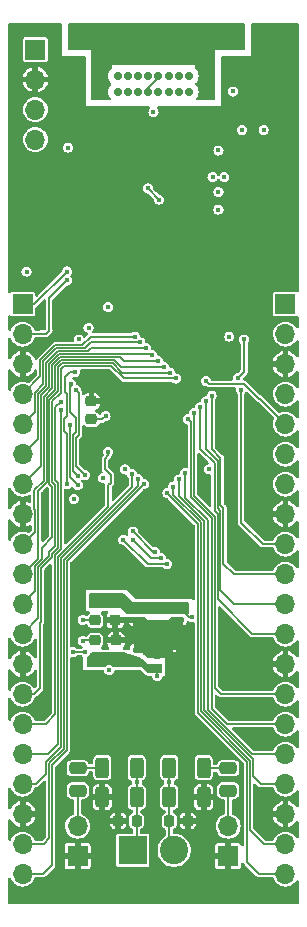
<source format=gbl>
%TF.GenerationSoftware,KiCad,Pcbnew,7.0.1-3b83917a11~171~ubuntu22.04.1*%
%TF.CreationDate,2023-04-15T23:20:08+01:00*%
%TF.ProjectId,spe_dongle,7370655f-646f-46e6-976c-652e6b696361,1.0*%
%TF.SameCoordinates,Original*%
%TF.FileFunction,Copper,L4,Bot*%
%TF.FilePolarity,Positive*%
%FSLAX46Y46*%
G04 Gerber Fmt 4.6, Leading zero omitted, Abs format (unit mm)*
G04 Created by KiCad (PCBNEW 7.0.1-3b83917a11~171~ubuntu22.04.1) date 2023-04-15 23:20:08*
%MOMM*%
%LPD*%
G01*
G04 APERTURE LIST*
G04 Aperture macros list*
%AMRoundRect*
0 Rectangle with rounded corners*
0 $1 Rounding radius*
0 $2 $3 $4 $5 $6 $7 $8 $9 X,Y pos of 4 corners*
0 Add a 4 corners polygon primitive as box body*
4,1,4,$2,$3,$4,$5,$6,$7,$8,$9,$2,$3,0*
0 Add four circle primitives for the rounded corners*
1,1,$1+$1,$2,$3*
1,1,$1+$1,$4,$5*
1,1,$1+$1,$6,$7*
1,1,$1+$1,$8,$9*
0 Add four rect primitives between the rounded corners*
20,1,$1+$1,$2,$3,$4,$5,0*
20,1,$1+$1,$4,$5,$6,$7,0*
20,1,$1+$1,$6,$7,$8,$9,0*
20,1,$1+$1,$8,$9,$2,$3,0*%
G04 Aperture macros list end*
%TA.AperFunction,ComponentPad*%
%ADD10R,1.700000X1.700000*%
%TD*%
%TA.AperFunction,ComponentPad*%
%ADD11O,1.700000X1.700000*%
%TD*%
%TA.AperFunction,ComponentPad*%
%ADD12C,0.500000*%
%TD*%
%TA.AperFunction,SMDPad,CuDef*%
%ADD13R,2.500000X2.500000*%
%TD*%
%TA.AperFunction,ComponentPad*%
%ADD14C,0.700000*%
%TD*%
%TA.AperFunction,ComponentPad*%
%ADD15O,0.900000X2.400000*%
%TD*%
%TA.AperFunction,ComponentPad*%
%ADD16O,0.900000X1.700000*%
%TD*%
%TA.AperFunction,ComponentPad*%
%ADD17R,2.400000X2.400000*%
%TD*%
%TA.AperFunction,ComponentPad*%
%ADD18C,2.400000*%
%TD*%
%TA.AperFunction,SMDPad,CuDef*%
%ADD19RoundRect,0.140000X0.170000X-0.140000X0.170000X0.140000X-0.170000X0.140000X-0.170000X-0.140000X0*%
%TD*%
%TA.AperFunction,SMDPad,CuDef*%
%ADD20RoundRect,0.225000X0.250000X-0.225000X0.250000X0.225000X-0.250000X0.225000X-0.250000X-0.225000X0*%
%TD*%
%TA.AperFunction,SMDPad,CuDef*%
%ADD21RoundRect,0.250000X-0.475000X0.250000X-0.475000X-0.250000X0.475000X-0.250000X0.475000X0.250000X0*%
%TD*%
%TA.AperFunction,SMDPad,CuDef*%
%ADD22RoundRect,0.218750X0.256250X-0.218750X0.256250X0.218750X-0.256250X0.218750X-0.256250X-0.218750X0*%
%TD*%
%TA.AperFunction,SMDPad,CuDef*%
%ADD23RoundRect,0.250000X-0.312500X-0.625000X0.312500X-0.625000X0.312500X0.625000X-0.312500X0.625000X0*%
%TD*%
%TA.AperFunction,SMDPad,CuDef*%
%ADD24RoundRect,0.250000X0.312500X0.625000X-0.312500X0.625000X-0.312500X-0.625000X0.312500X-0.625000X0*%
%TD*%
%TA.AperFunction,SMDPad,CuDef*%
%ADD25RoundRect,0.218750X0.218750X0.256250X-0.218750X0.256250X-0.218750X-0.256250X0.218750X-0.256250X0*%
%TD*%
%TA.AperFunction,SMDPad,CuDef*%
%ADD26RoundRect,0.218750X-0.256250X0.218750X-0.256250X-0.218750X0.256250X-0.218750X0.256250X0.218750X0*%
%TD*%
%TA.AperFunction,SMDPad,CuDef*%
%ADD27RoundRect,0.218750X-0.218750X-0.256250X0.218750X-0.256250X0.218750X0.256250X-0.218750X0.256250X0*%
%TD*%
%TA.AperFunction,ViaPad*%
%ADD28C,0.450000*%
%TD*%
%TA.AperFunction,Conductor*%
%ADD29C,0.200000*%
%TD*%
%TA.AperFunction,Conductor*%
%ADD30C,0.150000*%
%TD*%
G04 APERTURE END LIST*
D10*
X156330000Y-120750000D03*
D11*
X156330000Y-118210000D03*
D12*
X151392500Y-103000000D03*
X151392500Y-102000000D03*
X151392500Y-101000000D03*
X150392500Y-103000000D03*
X150392500Y-102000000D03*
D13*
X150392500Y-102000000D03*
D12*
X150392500Y-101000000D03*
X149392500Y-103000000D03*
X149392500Y-102000000D03*
X149392500Y-101000000D03*
D10*
X143580000Y-120750000D03*
D11*
X143580000Y-118210000D03*
D14*
X152975000Y-56025000D03*
X152125000Y-56025000D03*
X151275000Y-56025000D03*
X150425000Y-56025000D03*
X149575000Y-56025000D03*
X148725000Y-56025000D03*
X147875000Y-56025000D03*
X147025000Y-56025000D03*
X147025000Y-54675000D03*
X147875000Y-54675000D03*
X148725000Y-54675000D03*
X149575000Y-54675000D03*
X150425000Y-54675000D03*
X151275000Y-54675000D03*
X152125000Y-54675000D03*
X152975000Y-54675000D03*
D15*
X154325000Y-55045000D03*
D16*
X154325000Y-51665000D03*
D15*
X145675000Y-55045000D03*
D16*
X145675000Y-51665000D03*
D10*
X140000000Y-52450000D03*
D11*
X140000000Y-54990000D03*
X140000000Y-57530000D03*
X140000000Y-60070000D03*
D17*
X148250000Y-120250000D03*
D18*
X151750000Y-120250000D03*
D19*
X148500000Y-100750000D03*
X148500000Y-99790000D03*
D20*
X146830000Y-104025000D03*
X146830000Y-102475000D03*
D10*
X161175000Y-74000000D03*
D11*
X161175000Y-76540000D03*
X161175000Y-79080000D03*
X161175000Y-81620000D03*
X161175000Y-84160000D03*
X161175000Y-86700000D03*
X161175000Y-89240000D03*
X161175000Y-91780000D03*
X161175000Y-94320000D03*
X161175000Y-96860000D03*
X161175000Y-99400000D03*
X161175000Y-101940000D03*
X161175000Y-104480000D03*
X161175000Y-107020000D03*
X161175000Y-109560000D03*
X161175000Y-112100000D03*
X161175000Y-114640000D03*
X161175000Y-117180000D03*
X161175000Y-119720000D03*
X161175000Y-122260000D03*
D21*
X143580000Y-113300000D03*
X143580000Y-115200000D03*
D22*
X145080000Y-100787500D03*
X145080000Y-99212500D03*
D23*
X151330000Y-113250000D03*
X154255000Y-113250000D03*
D24*
X148580000Y-115750000D03*
X145655000Y-115750000D03*
D20*
X144750000Y-83775000D03*
X144750000Y-82225000D03*
D19*
X148580000Y-104230000D03*
X148580000Y-103270000D03*
D21*
X156330000Y-113300000D03*
X156330000Y-115200000D03*
D20*
X146750000Y-100775000D03*
X146750000Y-99225000D03*
D10*
X138925000Y-74000000D03*
D11*
X138925000Y-76540000D03*
X138925000Y-79080000D03*
X138925000Y-81620000D03*
X138925000Y-84160000D03*
X138925000Y-86700000D03*
X138925000Y-89240000D03*
X138925000Y-91780000D03*
X138925000Y-94320000D03*
X138925000Y-96860000D03*
X138925000Y-99400000D03*
X138925000Y-101940000D03*
X138925000Y-104480000D03*
X138925000Y-107020000D03*
X138925000Y-109560000D03*
X138925000Y-112100000D03*
X138925000Y-114640000D03*
X138925000Y-117180000D03*
X138925000Y-119720000D03*
X138925000Y-122260000D03*
D19*
X152250000Y-100730000D03*
X152250000Y-99770000D03*
D25*
X152905000Y-117750000D03*
X151330000Y-117750000D03*
D26*
X145080000Y-102462500D03*
X145080000Y-104037500D03*
D27*
X147005000Y-117750000D03*
X148580000Y-117750000D03*
D23*
X151330000Y-115750000D03*
X154255000Y-115750000D03*
D19*
X150330000Y-104730000D03*
X150330000Y-103770000D03*
D24*
X148580000Y-113250000D03*
X145655000Y-113250000D03*
D28*
X143642500Y-50750000D03*
X156642500Y-50750000D03*
X150330000Y-105500000D03*
X147580000Y-104000000D03*
X143000000Y-72750000D03*
X156500000Y-88000000D03*
X140750000Y-90250000D03*
X150000000Y-118000000D03*
X141500000Y-77000000D03*
X160500000Y-52500000D03*
X152500000Y-59500000D03*
X141000000Y-124000000D03*
X142000000Y-115500000D03*
X158000000Y-74500000D03*
X153500000Y-66500000D03*
X146742500Y-88000000D03*
X147000000Y-89500000D03*
X153925000Y-88000000D03*
X146000000Y-107000000D03*
X144000000Y-123500000D03*
X158000000Y-106000000D03*
X158000000Y-104500000D03*
X152500000Y-69000000D03*
X147250000Y-105250000D03*
X151000000Y-67500000D03*
X153000000Y-93000000D03*
X158000000Y-108500000D03*
X159500000Y-79500000D03*
X155500000Y-123500000D03*
X157175000Y-77750000D03*
X154000000Y-111500000D03*
X148500000Y-91000000D03*
X159500000Y-85500000D03*
X152500000Y-105500000D03*
X139250000Y-66500000D03*
X157000000Y-73500000D03*
X155750000Y-100000000D03*
X147250000Y-62250000D03*
X156500000Y-54500000D03*
X148000000Y-108500000D03*
X152000000Y-110000000D03*
X155500000Y-68500000D03*
X152000000Y-65000000D03*
X144000000Y-108500000D03*
X142925000Y-74750000D03*
X146500000Y-97000000D03*
X150000000Y-62250000D03*
X149500000Y-91500000D03*
X144000000Y-86000000D03*
X144500000Y-67500000D03*
X154000000Y-70500000D03*
X152042500Y-95950000D03*
X142000000Y-113500000D03*
X143750000Y-54250000D03*
X146000000Y-108500000D03*
X152000000Y-111500000D03*
X141000000Y-67500000D03*
X144000000Y-110000000D03*
X156500000Y-104500000D03*
X156500000Y-106000000D03*
X145992500Y-82500000D03*
X155675000Y-75250000D03*
X151500000Y-94500000D03*
X148000000Y-111500000D03*
X153250000Y-103500000D03*
X153000000Y-98000000D03*
X143750000Y-60750000D03*
X161000000Y-56500000D03*
X158000000Y-111000000D03*
X156500000Y-108500000D03*
X155500000Y-72000000D03*
X147175000Y-74250000D03*
X149000000Y-107500000D03*
X144000000Y-97000000D03*
X144000000Y-111500000D03*
X152500000Y-62500000D03*
X140500000Y-75000000D03*
X146500000Y-68250000D03*
X156500000Y-86000000D03*
X152500000Y-64000000D03*
X146000000Y-111500000D03*
X150000000Y-115500000D03*
X144000000Y-107000000D03*
X160000000Y-77500000D03*
X141092500Y-96600000D03*
X149500000Y-66000000D03*
X154000000Y-110000000D03*
X152500000Y-107500000D03*
X152500000Y-61000000D03*
X148000000Y-110000000D03*
X159500000Y-84000000D03*
X150000000Y-106500000D03*
X141000000Y-108000000D03*
X156750000Y-58000000D03*
X159500000Y-88000000D03*
X152175000Y-73000000D03*
X158500000Y-124000000D03*
X146000000Y-110000000D03*
X161000000Y-58000000D03*
X155500000Y-57750000D03*
X151250000Y-91500000D03*
X144500000Y-57750000D03*
X161000000Y-61000000D03*
X158500000Y-59000000D03*
X152000000Y-108500000D03*
X158500000Y-71500000D03*
X144000000Y-101600500D03*
X157000000Y-70000000D03*
X147750000Y-100000000D03*
X153250000Y-100500000D03*
X144500000Y-76000000D03*
X155500000Y-61000000D03*
X142750000Y-60750000D03*
X155000000Y-63250000D03*
X156425000Y-76750000D03*
X144000000Y-102500000D03*
X145942500Y-83500000D03*
X139250000Y-71250000D03*
X147592500Y-88000000D03*
X145750000Y-88750000D03*
X155500000Y-64500000D03*
X146175000Y-74250000D03*
X143250000Y-90500000D03*
X143675000Y-77000000D03*
X144000000Y-100750000D03*
X155500000Y-66000000D03*
X146250000Y-105000000D03*
X156000000Y-63250000D03*
X154675000Y-88000000D03*
X148580000Y-114500000D03*
X151330000Y-114500000D03*
X157500000Y-59250000D03*
X159325000Y-59250000D03*
X156750000Y-56000000D03*
X150000000Y-57750000D03*
X150642500Y-95500000D03*
X144212500Y-88462500D03*
X148250000Y-94000000D03*
X143425000Y-81250000D03*
X148250000Y-93250000D03*
X150142500Y-95000000D03*
X144242500Y-103450000D03*
X143192500Y-103450000D03*
X150480350Y-65162150D03*
X149534100Y-64215900D03*
X148892500Y-77250000D03*
X148425000Y-76750000D03*
X142675000Y-71250000D03*
X142675000Y-72000000D03*
X157425000Y-81250000D03*
X154925000Y-81750000D03*
X154425000Y-82250000D03*
X153925000Y-82750000D03*
X149392500Y-77750000D03*
X149892500Y-78300000D03*
X142925000Y-84250000D03*
X143596250Y-89346250D03*
X142712500Y-89212500D03*
X143371250Y-79728750D03*
X157675000Y-77000000D03*
X157175000Y-80250000D03*
X142992500Y-80750000D03*
X147446250Y-93946250D03*
X143587500Y-88587500D03*
X151142500Y-96000000D03*
X150392500Y-78800000D03*
X146175000Y-86500000D03*
X148175000Y-88400000D03*
X148675000Y-88800000D03*
X149175000Y-89250000D03*
X150892500Y-79300000D03*
X151392500Y-79800000D03*
X153425000Y-83250000D03*
X152925000Y-83750000D03*
X152675000Y-88300000D03*
X152175000Y-88850000D03*
X151675000Y-89450000D03*
X151175000Y-90000000D03*
X142158750Y-82266250D03*
X142175000Y-83000000D03*
X151892500Y-80300000D03*
X154425000Y-80500000D03*
D29*
X150330000Y-105500000D02*
X150330000Y-104730000D01*
X145717500Y-82225000D02*
X144750000Y-82225000D01*
X145992500Y-82500000D02*
X145717500Y-82225000D01*
X152980000Y-100500000D02*
X152250000Y-99770000D01*
X153250000Y-100500000D02*
X152980000Y-100500000D01*
X145942500Y-83500000D02*
X145667500Y-83775000D01*
X145080000Y-100787500D02*
X144037500Y-100787500D01*
X145667500Y-83775000D02*
X144750000Y-83775000D01*
X144037500Y-100787500D02*
X144000000Y-100750000D01*
X144037500Y-102462500D02*
X144000000Y-102500000D01*
X145080000Y-102462500D02*
X144037500Y-102462500D01*
X148580000Y-117750000D02*
X148580000Y-119920000D01*
X148580000Y-115750000D02*
X148580000Y-117750000D01*
X148580000Y-114500000D02*
X148580000Y-115750000D01*
X148580000Y-119920000D02*
X148250000Y-120250000D01*
X148580000Y-113250000D02*
X148580000Y-114500000D01*
X154305000Y-113300000D02*
X154255000Y-113250000D01*
X156330000Y-113300000D02*
X154305000Y-113300000D01*
X156330000Y-115200000D02*
X156330000Y-118210000D01*
X143630000Y-113250000D02*
X143580000Y-113300000D01*
X145655000Y-113250000D02*
X143630000Y-113250000D01*
X143580000Y-118210000D02*
X143580000Y-115200000D01*
X151330000Y-117750000D02*
X151330000Y-119830000D01*
X151330000Y-119830000D02*
X151750000Y-120250000D01*
X151330000Y-114500000D02*
X151330000Y-115750000D01*
X151330000Y-115750000D02*
X151330000Y-117750000D01*
X151330000Y-113250000D02*
X151330000Y-114500000D01*
D30*
X143425000Y-85317500D02*
X143675000Y-85067500D01*
X150642500Y-95500000D02*
X149750000Y-95500000D01*
X149750000Y-95500000D02*
X148250000Y-94000000D01*
X144212500Y-88462500D02*
X143425000Y-87675000D01*
X143675000Y-81500000D02*
X143425000Y-81250000D01*
X143675000Y-85067500D02*
X143675000Y-81500000D01*
X143425000Y-87675000D02*
X143425000Y-85317500D01*
X150142500Y-95000000D02*
X150000000Y-95000000D01*
X150000000Y-95000000D02*
X148250000Y-93250000D01*
X143192500Y-103450000D02*
X144242500Y-103450000D01*
D29*
X149534100Y-64215900D02*
X150480350Y-65162150D01*
X150425000Y-54825000D02*
X149575000Y-55675000D01*
X150425000Y-54675000D02*
X150425000Y-54825000D01*
X149575000Y-55675000D02*
X149575000Y-56025000D01*
D30*
X148892500Y-77250000D02*
X144675000Y-77250000D01*
X141777140Y-77750000D02*
X140675000Y-78852140D01*
X144675000Y-77250000D02*
X144175000Y-77750000D01*
X140675000Y-80795720D02*
X139949000Y-81521720D01*
X139949000Y-81521720D02*
X139949000Y-83136000D01*
X140675000Y-78852140D02*
X140675000Y-80795720D01*
X144175000Y-77750000D02*
X141777140Y-77750000D01*
X139949000Y-83136000D02*
X138925000Y-84160000D01*
X143925000Y-77500000D02*
X141675000Y-77500000D01*
X141675000Y-77500000D02*
X140425000Y-78750000D01*
X140425000Y-78750000D02*
X140425000Y-80120000D01*
X148425000Y-76750000D02*
X144675000Y-76750000D01*
X140425000Y-80120000D02*
X138925000Y-81620000D01*
X144675000Y-76750000D02*
X143925000Y-77500000D01*
X138925000Y-74000000D02*
X139925000Y-74000000D01*
X139925000Y-74000000D02*
X142675000Y-71250000D01*
X141175000Y-73500000D02*
X141175000Y-76250000D01*
X140925000Y-76500000D02*
X140425000Y-76500000D01*
X141175000Y-76250000D02*
X140925000Y-76500000D01*
X142675000Y-72000000D02*
X141175000Y-73500000D01*
X140385000Y-76540000D02*
X138925000Y-76540000D01*
X140425000Y-76500000D02*
X140385000Y-76540000D01*
X159245000Y-94320000D02*
X161175000Y-94320000D01*
X157425000Y-92500000D02*
X159245000Y-94320000D01*
X157425000Y-81250000D02*
X157425000Y-92500000D01*
X155925000Y-91250000D02*
X155925000Y-96000000D01*
X154925000Y-86250000D02*
X155675000Y-87000000D01*
X155675000Y-87000000D02*
X155675000Y-91000000D01*
X156785000Y-96860000D02*
X161175000Y-96860000D01*
X155675000Y-91000000D02*
X155925000Y-91250000D01*
X154925000Y-81750000D02*
X154925000Y-86250000D01*
X155925000Y-96000000D02*
X156785000Y-96860000D01*
X155675000Y-98250000D02*
X156825000Y-99400000D01*
X156825000Y-99400000D02*
X161175000Y-99400000D01*
X155425000Y-91250000D02*
X155675000Y-91500000D01*
X155675000Y-91500000D02*
X155675000Y-98250000D01*
X154425000Y-82250000D02*
X154425000Y-86250000D01*
X154425000Y-86250000D02*
X155425000Y-87250000D01*
X155425000Y-87250000D02*
X155425000Y-91250000D01*
X155175000Y-91500000D02*
X155425000Y-91750000D01*
X153925000Y-86250000D02*
X155175000Y-87500000D01*
X155175000Y-87500000D02*
X155175000Y-91500000D01*
X153925000Y-82750000D02*
X153925000Y-86250000D01*
X158365000Y-101940000D02*
X161175000Y-101940000D01*
X155425000Y-91750000D02*
X155425000Y-99000000D01*
X155425000Y-99000000D02*
X158365000Y-101940000D01*
X140198000Y-85427000D02*
X138925000Y-86700000D01*
X149392500Y-77750000D02*
X144675000Y-77750000D01*
X144425000Y-78000000D02*
X141879280Y-78000000D01*
X140198000Y-81624860D02*
X140198000Y-85427000D01*
X140925000Y-78954280D02*
X140925000Y-80897860D01*
X144675000Y-77750000D02*
X144425000Y-78000000D01*
X140925000Y-80897860D02*
X140198000Y-81624860D01*
X141879280Y-78000000D02*
X140925000Y-78954280D01*
X149842500Y-78250000D02*
X141981420Y-78250000D01*
X141175000Y-81000000D02*
X140447000Y-81728000D01*
X141175000Y-79056420D02*
X141175000Y-81000000D01*
X140447000Y-81728000D02*
X140447000Y-87718000D01*
X149892500Y-78300000D02*
X149842500Y-78250000D01*
X140447000Y-87718000D02*
X138925000Y-89240000D01*
X141981420Y-78250000D02*
X141175000Y-79056420D01*
X143596250Y-89346250D02*
X142925000Y-88675000D01*
X142925000Y-88675000D02*
X142925000Y-84250000D01*
X142492500Y-80200000D02*
X142492500Y-81450000D01*
X142492500Y-81450000D02*
X142676000Y-81633500D01*
X142675000Y-89175000D02*
X142712500Y-89212500D01*
X142676000Y-83499000D02*
X142425000Y-83750000D01*
X142676000Y-81633500D02*
X142676000Y-83499000D01*
X142675000Y-85000000D02*
X142675000Y-89175000D01*
X142425000Y-83750000D02*
X142425000Y-84750000D01*
X142963750Y-79728750D02*
X142492500Y-80200000D01*
X142425000Y-84750000D02*
X142675000Y-85000000D01*
X143371250Y-79728750D02*
X142963750Y-79728750D01*
D29*
X157675000Y-77000000D02*
X157675000Y-79750000D01*
X157675000Y-79750000D02*
X157175000Y-80250000D01*
D30*
X142992500Y-80932500D02*
X142992500Y-80750000D01*
X142925000Y-81000000D02*
X142992500Y-80932500D01*
X149500000Y-96000000D02*
X151142500Y-96000000D01*
X143425000Y-83650000D02*
X142925000Y-83150000D01*
X142925000Y-83150000D02*
X142925000Y-81000000D01*
X143175000Y-88175000D02*
X143175000Y-85100000D01*
X147446250Y-93946250D02*
X149500000Y-96000000D01*
X143425000Y-84850000D02*
X143425000Y-83650000D01*
X143175000Y-85100000D02*
X143425000Y-84850000D01*
X143587500Y-88587500D02*
X143175000Y-88175000D01*
X140696000Y-81831140D02*
X140696000Y-88979000D01*
X139949000Y-93296000D02*
X138925000Y-94320000D01*
X140696000Y-88979000D02*
X139925000Y-89750000D01*
X139925000Y-91331845D02*
X139949000Y-91355845D01*
X139949000Y-91355845D02*
X139949000Y-93296000D01*
X142083560Y-78500000D02*
X141425000Y-79158560D01*
X147475000Y-78800000D02*
X147175000Y-78500000D01*
X141425000Y-79158560D02*
X141425000Y-81102140D01*
X141425000Y-81102140D02*
X140696000Y-81831140D01*
X147175000Y-78500000D02*
X142083560Y-78500000D01*
X150392500Y-78800000D02*
X147475000Y-78800000D01*
X139925000Y-89750000D02*
X139925000Y-91331845D01*
X146175000Y-91147860D02*
X141925000Y-95397860D01*
X141925000Y-95397860D02*
X141925000Y-111250000D01*
X141925000Y-111250000D02*
X141075000Y-112100000D01*
X145892500Y-87100000D02*
X145892500Y-88000000D01*
X146175000Y-86817500D02*
X145892500Y-87100000D01*
X146175000Y-86500000D02*
X146175000Y-86817500D01*
X141075000Y-112100000D02*
X138925000Y-112100000D01*
X146392500Y-89132500D02*
X146175000Y-89350000D01*
X146175000Y-89350000D02*
X146175000Y-91147860D01*
X146392500Y-88500000D02*
X146392500Y-89132500D01*
X145892500Y-88000000D02*
X146392500Y-88500000D01*
X140035000Y-114640000D02*
X138925000Y-114640000D01*
X142175000Y-95500000D02*
X142175000Y-111500000D01*
X148175000Y-88400000D02*
X148175000Y-89500000D01*
X148175000Y-89500000D02*
X142175000Y-95500000D01*
X142175000Y-111500000D02*
X140925000Y-112750000D01*
X140925000Y-113750000D02*
X140035000Y-114640000D01*
X140925000Y-112750000D02*
X140925000Y-113750000D01*
X141175000Y-112897860D02*
X141175000Y-119250000D01*
X142424000Y-95648860D02*
X142424000Y-111648860D01*
X141175000Y-119250000D02*
X140705000Y-119720000D01*
X148675000Y-88800000D02*
X148675000Y-89397860D01*
X148675000Y-89397860D02*
X142424000Y-95648860D01*
X142424000Y-111648860D02*
X141175000Y-112897860D01*
X140705000Y-119720000D02*
X138925000Y-119720000D01*
X140165000Y-122260000D02*
X138925000Y-122260000D01*
X141425000Y-113000000D02*
X141425000Y-121500000D01*
X140175000Y-122250000D02*
X140165000Y-122260000D01*
X141425000Y-121500000D02*
X140675000Y-122250000D01*
X142675000Y-95750000D02*
X142675000Y-111750000D01*
X140675000Y-122250000D02*
X140175000Y-122250000D01*
X149175000Y-89250000D02*
X142675000Y-95750000D01*
X142675000Y-111750000D02*
X141425000Y-113000000D01*
X146675000Y-78750000D02*
X142185700Y-78750000D01*
X141675000Y-81250000D02*
X140945000Y-81980000D01*
X140226070Y-95558930D02*
X138925000Y-96860000D01*
X140226070Y-89801070D02*
X140226070Y-95558930D01*
X147225000Y-79300000D02*
X146675000Y-78750000D01*
X140945000Y-89082139D02*
X140226070Y-89801070D01*
X142185700Y-78750000D02*
X141675000Y-79260700D01*
X141675000Y-79260700D02*
X141675000Y-81250000D01*
X140945000Y-81980000D02*
X140945000Y-89082139D01*
X150892500Y-79300000D02*
X147225000Y-79300000D01*
X147372860Y-79800000D02*
X146572860Y-79000000D01*
X141194000Y-89250000D02*
X141428000Y-89484000D01*
X141925000Y-79362840D02*
X141925000Y-81352140D01*
X142287840Y-79000000D02*
X141925000Y-79362840D01*
X140531070Y-94662930D02*
X140531070Y-95606070D01*
X141428000Y-93766000D02*
X140531070Y-94662930D01*
X139992500Y-98332500D02*
X138925000Y-99400000D01*
X140531070Y-95606070D02*
X139992500Y-96144640D01*
X141428000Y-89484000D02*
X141428000Y-93766000D01*
X139992500Y-96144640D02*
X139992500Y-98332500D01*
X146572860Y-79000000D02*
X142287840Y-79000000D01*
X141925000Y-81352140D02*
X141194000Y-82083140D01*
X141194000Y-82083140D02*
X141194000Y-89250000D01*
X151392500Y-79800000D02*
X147372860Y-79800000D01*
X153425000Y-90250000D02*
X155175000Y-92000000D01*
X155695000Y-107020000D02*
X161175000Y-107020000D01*
X155175000Y-106500000D02*
X155695000Y-107020000D01*
X155175000Y-92000000D02*
X155175000Y-106500000D01*
X153425000Y-83250000D02*
X153425000Y-90250000D01*
X153175000Y-84000000D02*
X152925000Y-83750000D01*
X153175000Y-90352140D02*
X153175000Y-84500000D01*
X153175000Y-84500000D02*
X153175000Y-84000000D01*
X161175000Y-109560000D02*
X156235000Y-109560000D01*
X154925000Y-92102140D02*
X153175000Y-90352140D01*
X156235000Y-109560000D02*
X154925000Y-108250000D01*
X154925000Y-108250000D02*
X154925000Y-92102140D01*
X154578210Y-108346790D02*
X158331420Y-112100000D01*
X152675000Y-88300000D02*
X152675000Y-90397860D01*
X158331420Y-112100000D02*
X161175000Y-112100000D01*
X154578210Y-92301070D02*
X154578210Y-108346790D01*
X152675000Y-90397860D02*
X154578210Y-92301070D01*
X154264873Y-92339873D02*
X154264873Y-108385593D01*
X154264873Y-108385593D02*
X158425000Y-112545720D01*
X158425000Y-114000000D02*
X159065000Y-114640000D01*
X158425000Y-112545720D02*
X158425000Y-114000000D01*
X159065000Y-114640000D02*
X161175000Y-114640000D01*
X152175000Y-88850000D02*
X152175000Y-90250000D01*
X152175000Y-90250000D02*
X154264873Y-92339873D01*
X158175000Y-112647860D02*
X158175000Y-118500000D01*
X154015873Y-92488733D02*
X154015873Y-108488733D01*
X158175000Y-118500000D02*
X159395000Y-119720000D01*
X151675000Y-90147860D02*
X154015873Y-92488733D01*
X159395000Y-119720000D02*
X161175000Y-119720000D01*
X151675000Y-89450000D02*
X151675000Y-90147860D01*
X154015873Y-108488733D02*
X158175000Y-112647860D01*
X157925000Y-112750000D02*
X157925000Y-121250000D01*
X153766873Y-92591873D02*
X153766873Y-108591873D01*
X158935000Y-122260000D02*
X161175000Y-122260000D01*
X153766873Y-108591873D02*
X157925000Y-112750000D01*
X157925000Y-121250000D02*
X158935000Y-122260000D01*
X151175000Y-90000000D02*
X153766873Y-92591873D01*
X140392500Y-106532500D02*
X139905000Y-107020000D01*
X141425000Y-95417500D02*
X140492500Y-96350000D01*
X141926000Y-94646860D02*
X141425000Y-95147860D01*
X140492500Y-100900000D02*
X140392500Y-101000000D01*
X140492500Y-96350000D02*
X140492500Y-100900000D01*
X141425000Y-95147860D02*
X141425000Y-95417500D01*
X141692000Y-88900000D02*
X141926000Y-89134000D01*
X139905000Y-107020000D02*
X138925000Y-107020000D01*
X142158750Y-82266250D02*
X141692000Y-82733000D01*
X141692000Y-82733000D02*
X141692000Y-88900000D01*
X141926000Y-89134000D02*
X141926000Y-94646860D01*
X140392500Y-101000000D02*
X140392500Y-106532500D01*
X141675000Y-108750000D02*
X140865000Y-109560000D01*
X142175000Y-94750000D02*
X141675000Y-95250000D01*
X142175000Y-83000000D02*
X142175000Y-94750000D01*
X141675000Y-95250000D02*
X141675000Y-108750000D01*
X140865000Y-109560000D02*
X138925000Y-109560000D01*
X141443000Y-89100000D02*
X141677000Y-89334000D01*
X140242500Y-96246780D02*
X140242500Y-100622500D01*
X140242500Y-100622500D02*
X138925000Y-101940000D01*
X141677000Y-94516000D02*
X141176000Y-95017000D01*
X141443000Y-82232000D02*
X141443000Y-89100000D01*
X141176000Y-95017000D02*
X141176000Y-95313280D01*
X141176000Y-95313280D02*
X140242500Y-96246780D01*
X146425000Y-79250000D02*
X142425000Y-79250000D01*
X147475000Y-80300000D02*
X146425000Y-79250000D01*
X142425000Y-79250000D02*
X142175000Y-79500000D01*
X141677000Y-89334000D02*
X141677000Y-94516000D01*
X142175000Y-79500000D02*
X142175000Y-81500000D01*
X142175000Y-81500000D02*
X141443000Y-82232000D01*
X151892500Y-80300000D02*
X147475000Y-80300000D01*
X157675000Y-80750000D02*
X158925000Y-82000000D01*
X154425000Y-80500000D02*
X154675000Y-80750000D01*
X159015000Y-82000000D02*
X161175000Y-84160000D01*
X154675000Y-80750000D02*
X157675000Y-80750000D01*
X158925000Y-82000000D02*
X159015000Y-82000000D01*
%TA.AperFunction,Conductor*%
G36*
X157688000Y-50217113D02*
G01*
X157733387Y-50262500D01*
X157750000Y-50324500D01*
X157750000Y-52376000D01*
X157733387Y-52438000D01*
X157688000Y-52483387D01*
X157626000Y-52500000D01*
X155250000Y-52500000D01*
X155250000Y-56626000D01*
X155233387Y-56688000D01*
X155188000Y-56733387D01*
X155126000Y-56750000D01*
X153745176Y-56750000D01*
X153690041Y-56737068D01*
X153646406Y-56700970D01*
X153623372Y-56649234D01*
X153625744Y-56592653D01*
X153653025Y-56543028D01*
X153666859Y-56527665D01*
X153756250Y-56372835D01*
X153811497Y-56202803D01*
X153830185Y-56025000D01*
X153811497Y-55847197D01*
X153756250Y-55677165D01*
X153756250Y-55677164D01*
X153666859Y-55522335D01*
X153666858Y-55522334D01*
X153586394Y-55432970D01*
X153558228Y-55379999D01*
X153558228Y-55320001D01*
X153586394Y-55267029D01*
X153666859Y-55177665D01*
X153756250Y-55022835D01*
X153811497Y-54852803D01*
X153830185Y-54675000D01*
X153811497Y-54497197D01*
X153756250Y-54327165D01*
X153756250Y-54327164D01*
X153666859Y-54172334D01*
X153538510Y-54029790D01*
X153539596Y-54028811D01*
X153513515Y-53998274D01*
X153500000Y-53941979D01*
X153500000Y-53750000D01*
X146500000Y-53750000D01*
X146500000Y-53941979D01*
X146486485Y-53998274D01*
X146460403Y-54028811D01*
X146461490Y-54029790D01*
X146333140Y-54172334D01*
X146243749Y-54327164D01*
X146188503Y-54497195D01*
X146169815Y-54674999D01*
X146188503Y-54852804D01*
X146243749Y-55022835D01*
X146333138Y-55177662D01*
X146333140Y-55177664D01*
X146333141Y-55177665D01*
X146413605Y-55267029D01*
X146441771Y-55320002D01*
X146441771Y-55379998D01*
X146413605Y-55432970D01*
X146381105Y-55469065D01*
X146333138Y-55522337D01*
X146243749Y-55677164D01*
X146188503Y-55847195D01*
X146169815Y-56024999D01*
X146188503Y-56202804D01*
X146243749Y-56372835D01*
X146333138Y-56527661D01*
X146333139Y-56527663D01*
X146333141Y-56527665D01*
X146346974Y-56543028D01*
X146374256Y-56592653D01*
X146376628Y-56649234D01*
X146353594Y-56700970D01*
X146309959Y-56737068D01*
X146254824Y-56750000D01*
X144874000Y-56750000D01*
X144812000Y-56733387D01*
X144766613Y-56688000D01*
X144750000Y-56626000D01*
X144750000Y-52500000D01*
X142874000Y-52500000D01*
X142812000Y-52483387D01*
X142766613Y-52438000D01*
X142750000Y-52376000D01*
X142750000Y-50324500D01*
X142766613Y-50262500D01*
X142812000Y-50217113D01*
X142874000Y-50200500D01*
X157626000Y-50200500D01*
X157688000Y-50217113D01*
G37*
%TD.AperFunction*%
%TA.AperFunction,Conductor*%
G36*
X142188000Y-50217113D02*
G01*
X142233387Y-50262500D01*
X142250000Y-50324500D01*
X142250000Y-53000000D01*
X144126000Y-53000000D01*
X144188000Y-53016613D01*
X144233387Y-53062000D01*
X144250000Y-53124000D01*
X144250000Y-57250000D01*
X149598889Y-57250000D01*
X149655184Y-57263515D01*
X149699207Y-57301115D01*
X149721362Y-57354602D01*
X149716820Y-57412318D01*
X149686570Y-57461681D01*
X149651472Y-57496778D01*
X149590280Y-57616875D01*
X149569195Y-57750000D01*
X149590280Y-57883124D01*
X149651472Y-58003221D01*
X149746778Y-58098527D01*
X149746780Y-58098528D01*
X149866874Y-58159719D01*
X150000000Y-58180804D01*
X150133126Y-58159719D01*
X150253220Y-58098528D01*
X150348528Y-58003220D01*
X150409719Y-57883126D01*
X150430804Y-57750000D01*
X150409719Y-57616874D01*
X150348528Y-57496780D01*
X150348527Y-57496778D01*
X150313430Y-57461681D01*
X150283180Y-57412318D01*
X150278638Y-57354602D01*
X150300793Y-57301115D01*
X150344816Y-57263515D01*
X150401111Y-57250000D01*
X155750000Y-57250000D01*
X155750000Y-56000000D01*
X156319195Y-56000000D01*
X156340280Y-56133124D01*
X156401472Y-56253221D01*
X156496778Y-56348527D01*
X156496780Y-56348528D01*
X156616874Y-56409719D01*
X156750000Y-56430804D01*
X156883126Y-56409719D01*
X157003220Y-56348528D01*
X157098528Y-56253220D01*
X157159719Y-56133126D01*
X157180804Y-56000000D01*
X157159719Y-55866874D01*
X157098528Y-55746780D01*
X157098527Y-55746778D01*
X157003221Y-55651472D01*
X156883124Y-55590280D01*
X156750000Y-55569195D01*
X156616875Y-55590280D01*
X156496778Y-55651472D01*
X156401472Y-55746778D01*
X156340280Y-55866875D01*
X156319195Y-56000000D01*
X155750000Y-56000000D01*
X155750000Y-53124000D01*
X155766613Y-53062000D01*
X155812000Y-53016613D01*
X155874000Y-53000000D01*
X158250000Y-53000000D01*
X158250000Y-50324500D01*
X158266613Y-50262500D01*
X158312000Y-50217113D01*
X158374000Y-50200500D01*
X162175500Y-50200500D01*
X162237500Y-50217113D01*
X162282887Y-50262500D01*
X162299500Y-50324500D01*
X162299500Y-72860288D01*
X162281858Y-72924037D01*
X162233953Y-72969646D01*
X162169416Y-72984139D01*
X162106610Y-72963390D01*
X162103232Y-72961133D01*
X162044749Y-72949500D01*
X162044748Y-72949500D01*
X160305252Y-72949500D01*
X160305251Y-72949500D01*
X160246769Y-72961132D01*
X160180447Y-73005447D01*
X160136132Y-73071769D01*
X160124500Y-73130251D01*
X160124500Y-74869749D01*
X160136132Y-74928230D01*
X160180447Y-74994552D01*
X160246769Y-75038867D01*
X160305251Y-75050500D01*
X160305252Y-75050500D01*
X162044748Y-75050500D01*
X162044749Y-75050500D01*
X162056382Y-75048185D01*
X162103231Y-75038867D01*
X162104211Y-75038211D01*
X162106610Y-75036610D01*
X162169416Y-75015861D01*
X162233953Y-75030354D01*
X162281858Y-75075963D01*
X162299500Y-75139712D01*
X162299500Y-75920273D01*
X162282479Y-75982975D01*
X162236089Y-76028463D01*
X162173065Y-76044249D01*
X162110710Y-76026000D01*
X162066142Y-75978726D01*
X162065436Y-75977405D01*
X162052685Y-75953550D01*
X161981552Y-75866874D01*
X161921410Y-75793589D01*
X161823952Y-75713609D01*
X161761450Y-75662315D01*
X161578954Y-75564768D01*
X161479943Y-75534733D01*
X161380932Y-75504699D01*
X161175000Y-75484417D01*
X160969067Y-75504699D01*
X160771043Y-75564769D01*
X160588551Y-75662314D01*
X160428589Y-75793589D01*
X160297314Y-75953551D01*
X160199769Y-76136043D01*
X160139699Y-76334067D01*
X160119810Y-76536006D01*
X160119417Y-76540000D01*
X160121233Y-76558440D01*
X160139699Y-76745932D01*
X160169733Y-76844943D01*
X160198328Y-76939208D01*
X160199769Y-76943956D01*
X160228003Y-76996778D01*
X160297315Y-77126450D01*
X160302794Y-77133126D01*
X160428589Y-77286410D01*
X160494231Y-77340280D01*
X160588550Y-77417685D01*
X160771046Y-77515232D01*
X160969066Y-77575300D01*
X161175000Y-77595583D01*
X161380934Y-77575300D01*
X161578954Y-77515232D01*
X161761450Y-77417685D01*
X161921410Y-77286410D01*
X162052685Y-77126450D01*
X162066141Y-77101274D01*
X162110710Y-77054000D01*
X162173065Y-77035751D01*
X162236089Y-77051537D01*
X162282479Y-77097025D01*
X162299500Y-77159727D01*
X162299500Y-78373794D01*
X162284382Y-78433129D01*
X162242715Y-78477997D01*
X162184658Y-78497455D01*
X162124368Y-78486761D01*
X162076546Y-78448521D01*
X161991392Y-78335758D01*
X161840740Y-78198421D01*
X161667411Y-78091100D01*
X161477320Y-78017460D01*
X161425000Y-78007680D01*
X161425000Y-80152320D01*
X161477320Y-80142539D01*
X161667411Y-80068899D01*
X161840740Y-79961578D01*
X161991392Y-79824241D01*
X162076546Y-79711479D01*
X162124368Y-79673239D01*
X162184658Y-79662545D01*
X162242715Y-79682003D01*
X162284382Y-79726871D01*
X162299500Y-79786206D01*
X162299500Y-81000273D01*
X162282479Y-81062975D01*
X162236089Y-81108463D01*
X162173065Y-81124249D01*
X162110710Y-81106000D01*
X162066142Y-81058726D01*
X162054470Y-81036890D01*
X162052685Y-81033550D01*
X161982988Y-80948624D01*
X161921410Y-80873589D01*
X161807193Y-80779855D01*
X161761450Y-80742315D01*
X161616231Y-80664693D01*
X161578956Y-80644769D01*
X161578955Y-80644768D01*
X161578954Y-80644768D01*
X161470338Y-80611820D01*
X161380932Y-80584699D01*
X161175000Y-80564417D01*
X160969067Y-80584699D01*
X160771043Y-80644769D01*
X160588551Y-80742314D01*
X160428589Y-80873589D01*
X160297314Y-81033551D01*
X160199769Y-81216043D01*
X160139699Y-81414067D01*
X160119417Y-81620000D01*
X160139699Y-81825932D01*
X160166819Y-81915335D01*
X160193478Y-82003220D01*
X160199769Y-82023956D01*
X160208306Y-82039928D01*
X160297315Y-82206450D01*
X160340864Y-82259515D01*
X160428589Y-82366410D01*
X160471313Y-82401472D01*
X160588550Y-82497685D01*
X160771046Y-82595232D01*
X160969066Y-82655300D01*
X161175000Y-82675583D01*
X161380934Y-82655300D01*
X161578954Y-82595232D01*
X161761450Y-82497685D01*
X161921410Y-82366410D01*
X162052685Y-82206450D01*
X162066141Y-82181274D01*
X162110710Y-82134000D01*
X162173065Y-82115751D01*
X162236089Y-82131537D01*
X162282479Y-82177025D01*
X162299500Y-82239727D01*
X162299500Y-83540273D01*
X162282479Y-83602975D01*
X162236089Y-83648463D01*
X162173065Y-83664249D01*
X162110710Y-83646000D01*
X162066142Y-83598726D01*
X162065436Y-83597405D01*
X162052685Y-83573550D01*
X161971397Y-83474500D01*
X161921410Y-83413589D01*
X161789517Y-83305349D01*
X161761450Y-83282315D01*
X161578954Y-83184768D01*
X161479943Y-83154733D01*
X161380932Y-83124699D01*
X161175000Y-83104417D01*
X160969067Y-83124699D01*
X160793692Y-83177898D01*
X160776819Y-83183017D01*
X160771043Y-83184769D01*
X160733767Y-83204694D01*
X160683424Y-83219071D01*
X160631635Y-83211388D01*
X160587633Y-83183017D01*
X159237627Y-81833011D01*
X159222205Y-81814219D01*
X159216278Y-81805349D01*
X159213624Y-81801376D01*
X159190623Y-81786007D01*
X159190622Y-81786006D01*
X159150975Y-81759515D01*
X159122495Y-81740485D01*
X159122494Y-81740484D01*
X159075256Y-81731088D01*
X159040995Y-81718829D01*
X159011768Y-81697152D01*
X157897627Y-80583011D01*
X157882205Y-80564219D01*
X157879061Y-80559514D01*
X157873624Y-80551376D01*
X157850623Y-80536007D01*
X157850622Y-80536006D01*
X157801554Y-80503220D01*
X157782495Y-80490485D01*
X157782494Y-80490484D01*
X157691206Y-80472326D01*
X157634866Y-80444999D01*
X157599062Y-80393627D01*
X157592925Y-80331313D01*
X157600599Y-80282856D01*
X157612587Y-80245964D01*
X157635388Y-80214581D01*
X157838518Y-80011451D01*
X157852353Y-80001498D01*
X157859225Y-79993959D01*
X157859228Y-79993958D01*
X157890488Y-79959666D01*
X157894379Y-79955590D01*
X157907174Y-79942797D01*
X157907178Y-79942790D01*
X157907868Y-79942101D01*
X157916922Y-79930671D01*
X157934915Y-79910934D01*
X157934914Y-79910934D01*
X157934916Y-79910933D01*
X157937417Y-79904474D01*
X157950747Y-79879187D01*
X157954657Y-79873480D01*
X157960773Y-79847476D01*
X157965851Y-79831080D01*
X157968501Y-79824241D01*
X157975500Y-79806173D01*
X157975500Y-79799248D01*
X157978794Y-79770858D01*
X157978819Y-79770749D01*
X157980379Y-79764119D01*
X157976689Y-79737667D01*
X157975500Y-79720536D01*
X157975500Y-79330000D01*
X160102472Y-79330000D01*
X160144886Y-79479069D01*
X160235751Y-79661553D01*
X160358607Y-79824241D01*
X160509259Y-79961578D01*
X160682588Y-80068899D01*
X160872679Y-80142539D01*
X160925000Y-80152320D01*
X160925000Y-79330000D01*
X160102472Y-79330000D01*
X157975500Y-79330000D01*
X157975500Y-78829999D01*
X160102471Y-78829999D01*
X160102472Y-78830000D01*
X160925000Y-78830000D01*
X160925000Y-78007680D01*
X160872679Y-78017460D01*
X160682588Y-78091100D01*
X160509259Y-78198421D01*
X160358607Y-78335758D01*
X160235751Y-78498446D01*
X160144886Y-78680930D01*
X160102471Y-78829999D01*
X157975500Y-78829999D01*
X157975500Y-77352611D01*
X157984939Y-77305158D01*
X158011819Y-77264930D01*
X158023527Y-77253221D01*
X158023528Y-77253220D01*
X158084719Y-77133126D01*
X158105804Y-77000000D01*
X158084719Y-76866874D01*
X158023528Y-76746780D01*
X158023527Y-76746778D01*
X157928221Y-76651472D01*
X157808124Y-76590280D01*
X157675000Y-76569195D01*
X157541875Y-76590280D01*
X157421778Y-76651472D01*
X157326472Y-76746778D01*
X157265280Y-76866875D01*
X157244195Y-76999999D01*
X157265280Y-77133124D01*
X157326472Y-77253221D01*
X157338181Y-77264930D01*
X157365061Y-77305158D01*
X157374500Y-77352611D01*
X157374500Y-79574167D01*
X157365061Y-79621620D01*
X157338183Y-79661845D01*
X157235909Y-79764119D01*
X157210419Y-79789609D01*
X157179033Y-79812412D01*
X157142137Y-79824400D01*
X157041875Y-79840280D01*
X156921778Y-79901472D01*
X156826472Y-79996778D01*
X156765280Y-80116875D01*
X156744195Y-80249999D01*
X156757041Y-80331102D01*
X156753913Y-80384158D01*
X156728858Y-80431031D01*
X156686482Y-80463110D01*
X156634568Y-80474500D01*
X154957671Y-80474500D01*
X154901376Y-80460985D01*
X154857352Y-80423385D01*
X154835198Y-80369898D01*
X154834719Y-80366874D01*
X154773528Y-80246780D01*
X154773527Y-80246778D01*
X154678221Y-80151472D01*
X154558124Y-80090280D01*
X154425000Y-80069195D01*
X154291875Y-80090280D01*
X154171778Y-80151472D01*
X154076472Y-80246778D01*
X154015280Y-80366875D01*
X153994195Y-80499999D01*
X154015280Y-80633124D01*
X154076472Y-80753221D01*
X154171778Y-80848527D01*
X154171780Y-80848528D01*
X154291874Y-80909719D01*
X154363788Y-80921109D01*
X154430511Y-80931677D01*
X154479999Y-80951045D01*
X154489218Y-80957204D01*
X154489222Y-80957208D01*
X154499377Y-80963993D01*
X154499378Y-80963994D01*
X154548446Y-80996780D01*
X154567505Y-81009515D01*
X154647867Y-81025500D01*
X154659836Y-81027881D01*
X154659846Y-81027882D01*
X154674999Y-81030896D01*
X154674999Y-81030895D01*
X154675000Y-81030896D01*
X154683540Y-81029197D01*
X154690154Y-81027882D01*
X154714343Y-81025500D01*
X156884568Y-81025500D01*
X156936482Y-81036890D01*
X156978858Y-81068969D01*
X157003913Y-81115842D01*
X157007041Y-81168898D01*
X156994195Y-81250000D01*
X157015280Y-81383124D01*
X157076472Y-81503221D01*
X157113180Y-81539928D01*
X157140061Y-81580157D01*
X157149500Y-81627610D01*
X157149500Y-92460656D01*
X157147117Y-92484847D01*
X157144102Y-92500000D01*
X157147117Y-92515153D01*
X157149500Y-92527132D01*
X157149500Y-92527133D01*
X157165485Y-92607495D01*
X157226376Y-92698624D01*
X157239221Y-92707206D01*
X157258011Y-92722627D01*
X159022370Y-94486986D01*
X159037791Y-94505776D01*
X159046376Y-94518624D01*
X159059219Y-94527205D01*
X159059229Y-94527213D01*
X159077415Y-94539364D01*
X159077417Y-94539366D01*
X159101484Y-94555447D01*
X159137505Y-94579515D01*
X159217867Y-94595500D01*
X159217868Y-94595500D01*
X159229846Y-94597882D01*
X159229847Y-94597883D01*
X159244999Y-94600897D01*
X159244999Y-94600896D01*
X159245000Y-94600897D01*
X159260152Y-94597883D01*
X159284344Y-94595500D01*
X160068837Y-94595500D01*
X160120012Y-94606553D01*
X160162065Y-94637741D01*
X160187497Y-94683504D01*
X160199766Y-94723951D01*
X160297315Y-94906450D01*
X160428589Y-95066410D01*
X160508570Y-95132047D01*
X160588550Y-95197685D01*
X160771046Y-95295232D01*
X160969066Y-95355300D01*
X161175000Y-95375583D01*
X161380934Y-95355300D01*
X161578954Y-95295232D01*
X161761450Y-95197685D01*
X161921410Y-95066410D01*
X162052685Y-94906450D01*
X162066141Y-94881274D01*
X162110710Y-94834000D01*
X162173065Y-94815751D01*
X162236089Y-94831537D01*
X162282479Y-94877025D01*
X162299500Y-94939727D01*
X162299500Y-96240273D01*
X162282479Y-96302975D01*
X162236089Y-96348463D01*
X162173065Y-96364249D01*
X162110710Y-96346000D01*
X162066142Y-96298726D01*
X162065436Y-96297405D01*
X162052685Y-96273550D01*
X161937443Y-96133126D01*
X161921410Y-96113589D01*
X161821577Y-96031660D01*
X161761450Y-95982315D01*
X161578954Y-95884768D01*
X161479944Y-95854734D01*
X161380932Y-95824699D01*
X161175000Y-95804417D01*
X160969067Y-95824699D01*
X160839127Y-95864116D01*
X160780254Y-95881975D01*
X160771043Y-95884769D01*
X160588551Y-95982314D01*
X160428589Y-96113589D01*
X160297315Y-96273549D01*
X160199766Y-96456048D01*
X160187497Y-96496496D01*
X160162065Y-96542259D01*
X160120012Y-96573447D01*
X160068837Y-96584500D01*
X156950478Y-96584500D01*
X156903025Y-96575061D01*
X156862797Y-96548181D01*
X156236819Y-95922203D01*
X156209939Y-95881975D01*
X156200500Y-95834522D01*
X156200500Y-91289343D01*
X156202882Y-91265154D01*
X156205896Y-91250000D01*
X156202882Y-91234846D01*
X156202881Y-91234836D01*
X156193318Y-91186761D01*
X156184515Y-91142505D01*
X156153662Y-91096330D01*
X156138994Y-91074378D01*
X156138993Y-91074377D01*
X156132208Y-91064222D01*
X156132207Y-91064222D01*
X156132203Y-91064216D01*
X156123623Y-91051375D01*
X156110776Y-91042791D01*
X156091986Y-91027370D01*
X155986819Y-90922203D01*
X155959939Y-90881975D01*
X155950500Y-90834522D01*
X155950500Y-87039344D01*
X155952883Y-87015153D01*
X155955897Y-87000000D01*
X155942133Y-86930804D01*
X155934515Y-86892505D01*
X155902528Y-86844633D01*
X155893560Y-86831211D01*
X155882210Y-86814225D01*
X155882209Y-86814225D01*
X155882205Y-86814219D01*
X155873623Y-86801375D01*
X155860776Y-86792791D01*
X155841986Y-86777370D01*
X155236819Y-86172203D01*
X155209939Y-86131975D01*
X155200500Y-86084522D01*
X155200500Y-82127610D01*
X155209939Y-82080157D01*
X155236820Y-82039928D01*
X155273527Y-82003221D01*
X155276810Y-81996778D01*
X155334719Y-81883126D01*
X155355804Y-81750000D01*
X155334719Y-81616874D01*
X155273528Y-81496780D01*
X155273527Y-81496778D01*
X155178221Y-81401472D01*
X155058124Y-81340280D01*
X154925000Y-81319195D01*
X154791875Y-81340280D01*
X154671778Y-81401472D01*
X154576472Y-81496778D01*
X154515280Y-81616875D01*
X154498827Y-81720753D01*
X154480349Y-81768890D01*
X154443890Y-81805349D01*
X154395753Y-81823827D01*
X154291875Y-81840280D01*
X154171778Y-81901472D01*
X154076472Y-81996778D01*
X154015280Y-82116875D01*
X153998827Y-82220753D01*
X153980349Y-82268890D01*
X153943890Y-82305349D01*
X153895753Y-82323827D01*
X153791875Y-82340280D01*
X153671778Y-82401472D01*
X153576472Y-82496778D01*
X153515280Y-82616875D01*
X153498827Y-82720753D01*
X153480349Y-82768890D01*
X153443890Y-82805349D01*
X153395753Y-82823827D01*
X153291875Y-82840280D01*
X153171778Y-82901472D01*
X153076472Y-82996778D01*
X153015280Y-83116875D01*
X152998827Y-83220753D01*
X152980349Y-83268890D01*
X152943890Y-83305349D01*
X152895753Y-83323827D01*
X152791875Y-83340280D01*
X152671778Y-83401472D01*
X152576472Y-83496778D01*
X152515280Y-83616875D01*
X152494195Y-83750000D01*
X152515280Y-83883124D01*
X152576472Y-84003221D01*
X152671778Y-84098527D01*
X152671780Y-84098528D01*
X152791874Y-84159719D01*
X152794898Y-84160198D01*
X152848385Y-84182352D01*
X152885985Y-84226376D01*
X152899500Y-84282671D01*
X152899500Y-87759568D01*
X152888110Y-87811482D01*
X152856031Y-87853858D01*
X152809158Y-87878913D01*
X152756102Y-87882041D01*
X152674999Y-87869195D01*
X152541875Y-87890280D01*
X152421778Y-87951472D01*
X152326472Y-88046778D01*
X152265280Y-88166875D01*
X152241123Y-88319398D01*
X152237763Y-88318865D01*
X152234801Y-88346975D01*
X152197072Y-88398887D01*
X152138445Y-88424985D01*
X152041875Y-88440280D01*
X151921778Y-88501472D01*
X151826472Y-88596778D01*
X151765280Y-88716875D01*
X151744195Y-88850000D01*
X151749246Y-88881891D01*
X151742537Y-88945726D01*
X151704809Y-88997654D01*
X151646171Y-89023761D01*
X151541875Y-89040280D01*
X151421778Y-89101472D01*
X151326472Y-89196778D01*
X151265280Y-89316875D01*
X151241123Y-89469398D01*
X151237763Y-89468865D01*
X151234801Y-89496975D01*
X151197072Y-89548887D01*
X151138445Y-89574985D01*
X151041875Y-89590280D01*
X150921778Y-89651472D01*
X150826472Y-89746778D01*
X150765280Y-89866875D01*
X150744195Y-89999999D01*
X150765280Y-90133124D01*
X150826472Y-90253221D01*
X150921778Y-90348527D01*
X150921780Y-90348528D01*
X151041874Y-90409719D01*
X151080707Y-90415869D01*
X151184146Y-90432253D01*
X151221043Y-90444241D01*
X151252429Y-90467045D01*
X153455054Y-92669670D01*
X153481934Y-92709898D01*
X153491373Y-92757351D01*
X153491373Y-98942011D01*
X153477858Y-98998306D01*
X153440258Y-99042329D01*
X153386771Y-99064484D01*
X153329055Y-99059942D01*
X153279692Y-99029692D01*
X153250000Y-99000000D01*
X148551362Y-99000000D01*
X148503909Y-98990561D01*
X148463681Y-98963681D01*
X147750000Y-98250000D01*
X144250000Y-98250000D01*
X144250000Y-100000000D01*
X144500229Y-100000000D01*
X144556524Y-100013515D01*
X144600547Y-100051115D01*
X144622702Y-100104602D01*
X144618160Y-100162318D01*
X144587910Y-100211681D01*
X144480342Y-100319248D01*
X144453408Y-100372109D01*
X144415809Y-100416132D01*
X144362321Y-100438286D01*
X144304606Y-100433744D01*
X144255243Y-100403494D01*
X144253221Y-100401472D01*
X144133124Y-100340280D01*
X144000000Y-100319195D01*
X143866875Y-100340280D01*
X143746778Y-100401472D01*
X143651472Y-100496778D01*
X143590280Y-100616875D01*
X143569195Y-100750000D01*
X143590280Y-100883124D01*
X143651472Y-101003221D01*
X143746778Y-101098527D01*
X143746780Y-101098528D01*
X143866874Y-101159719D01*
X144000000Y-101180804D01*
X144133126Y-101159719D01*
X144238022Y-101106272D01*
X144247358Y-101101515D01*
X144303653Y-101088000D01*
X144318881Y-101088000D01*
X144383671Y-101106272D01*
X144429365Y-101155705D01*
X144480341Y-101255750D01*
X144480342Y-101255751D01*
X144574249Y-101349658D01*
X144692580Y-101409951D01*
X144725304Y-101415133D01*
X144790752Y-101425500D01*
X144790754Y-101425500D01*
X145369246Y-101425500D01*
X145369248Y-101425500D01*
X145418734Y-101417662D01*
X145467420Y-101409951D01*
X145585751Y-101349658D01*
X145679658Y-101255751D01*
X145739951Y-101137420D01*
X145751846Y-101062315D01*
X145755500Y-101039248D01*
X145755500Y-101025000D01*
X146025001Y-101025000D01*
X146025001Y-101045433D01*
X146031082Y-101102006D01*
X146078816Y-101229986D01*
X146160669Y-101339330D01*
X146270013Y-101421183D01*
X146397992Y-101468917D01*
X146454567Y-101475000D01*
X146500000Y-101475000D01*
X146500000Y-101025000D01*
X147000000Y-101025000D01*
X147000000Y-101474999D01*
X147045433Y-101474999D01*
X147102006Y-101468917D01*
X147229986Y-101421183D01*
X147339330Y-101339330D01*
X147421183Y-101229986D01*
X147468917Y-101102007D01*
X147475000Y-101045433D01*
X147475000Y-101025000D01*
X147000000Y-101025000D01*
X146500000Y-101025000D01*
X146025001Y-101025000D01*
X145755500Y-101025000D01*
X145755500Y-101000000D01*
X147952562Y-101000000D01*
X147954464Y-101012017D01*
X148010552Y-101122094D01*
X148097906Y-101209448D01*
X148207981Y-101265535D01*
X148250000Y-101272190D01*
X148250000Y-101000000D01*
X148750000Y-101000000D01*
X148750000Y-101272190D01*
X148792017Y-101265535D01*
X148852499Y-101234718D01*
X148852500Y-101234718D01*
X148852500Y-101000000D01*
X148750000Y-101000000D01*
X148250000Y-101000000D01*
X147952562Y-101000000D01*
X145755500Y-101000000D01*
X145755500Y-100980000D01*
X151932500Y-100980000D01*
X151932500Y-101232551D01*
X151957981Y-101245535D01*
X152000000Y-101252190D01*
X152000000Y-100980000D01*
X151932500Y-100980000D01*
X145755500Y-100980000D01*
X145755500Y-100535752D01*
X145739951Y-100437581D01*
X145739951Y-100437580D01*
X145679658Y-100319249D01*
X145585751Y-100225342D01*
X145572090Y-100211681D01*
X145541840Y-100162318D01*
X145537298Y-100104602D01*
X145559453Y-100051115D01*
X145603476Y-100013515D01*
X145659771Y-100000000D01*
X146070655Y-100000000D01*
X146135822Y-100018505D01*
X146181539Y-100068495D01*
X146194161Y-100135052D01*
X146169922Y-100198310D01*
X146078816Y-100320013D01*
X146031082Y-100447992D01*
X146025000Y-100504567D01*
X146025000Y-100525000D01*
X147480620Y-100525000D01*
X147503908Y-100509439D01*
X147551361Y-100500000D01*
X149005746Y-100500000D01*
X149053199Y-100509439D01*
X149100103Y-100528867D01*
X149150102Y-100500000D01*
X149224775Y-100500000D01*
X149275120Y-100529067D01*
X149496053Y-100750000D01*
X151288947Y-100750000D01*
X151288947Y-100749999D01*
X151509879Y-100529067D01*
X151560223Y-100500000D01*
X151634896Y-100500000D01*
X151634977Y-100500047D01*
X151635090Y-100500000D01*
X152441387Y-100500000D01*
X152483387Y-100542000D01*
X152500000Y-100604000D01*
X152500000Y-101252190D01*
X152542018Y-101245535D01*
X152652093Y-101189448D01*
X152739448Y-101102093D01*
X152795534Y-100992021D01*
X152804892Y-100932933D01*
X152827047Y-100879445D01*
X152871070Y-100841845D01*
X152927365Y-100828329D01*
X152983660Y-100841844D01*
X153116873Y-100909719D01*
X153250000Y-100930804D01*
X153347975Y-100915287D01*
X153401032Y-100918416D01*
X153447905Y-100943470D01*
X153479983Y-100985846D01*
X153491373Y-101037760D01*
X153491373Y-108552529D01*
X153488990Y-108576720D01*
X153485975Y-108591872D01*
X153488990Y-108607026D01*
X153488990Y-108607028D01*
X153507356Y-108699366D01*
X153535401Y-108741338D01*
X153541189Y-108750000D01*
X153568249Y-108790497D01*
X153581095Y-108799080D01*
X153599884Y-108814500D01*
X157613181Y-112827797D01*
X157640061Y-112868025D01*
X157649500Y-112915478D01*
X157649500Y-119743896D01*
X157633689Y-119804485D01*
X157590290Y-119849623D01*
X157530368Y-119867800D01*
X157469205Y-119854381D01*
X157422397Y-119812786D01*
X157360239Y-119719760D01*
X157277543Y-119664504D01*
X157204625Y-119650000D01*
X156580000Y-119650000D01*
X156580000Y-121850000D01*
X157204625Y-121850000D01*
X157277543Y-121835495D01*
X157360239Y-121780239D01*
X157415495Y-121697543D01*
X157430000Y-121624625D01*
X157430000Y-121413840D01*
X157445810Y-121353251D01*
X157489210Y-121308113D01*
X157549132Y-121289936D01*
X157610295Y-121303355D01*
X157657102Y-121344949D01*
X157711571Y-121426468D01*
X157726376Y-121448624D01*
X157739221Y-121457206D01*
X157758011Y-121472627D01*
X158712370Y-122426986D01*
X158727791Y-122445776D01*
X158736376Y-122458624D01*
X158749218Y-122467204D01*
X158749222Y-122467208D01*
X158759377Y-122473993D01*
X158759378Y-122473994D01*
X158785534Y-122491471D01*
X158827505Y-122519515D01*
X158907867Y-122535500D01*
X158907868Y-122535500D01*
X158919846Y-122537882D01*
X158919847Y-122537883D01*
X158935000Y-122540897D01*
X158950153Y-122537883D01*
X158974344Y-122535500D01*
X160068837Y-122535500D01*
X160120012Y-122546553D01*
X160162065Y-122577741D01*
X160187497Y-122623504D01*
X160199766Y-122663951D01*
X160297315Y-122846450D01*
X160428589Y-123006410D01*
X160508569Y-123072047D01*
X160588550Y-123137685D01*
X160771046Y-123235232D01*
X160969066Y-123295300D01*
X161175000Y-123315583D01*
X161380934Y-123295300D01*
X161578954Y-123235232D01*
X161761450Y-123137685D01*
X161921410Y-123006410D01*
X162052685Y-122846450D01*
X162066141Y-122821274D01*
X162110710Y-122774000D01*
X162173065Y-122755751D01*
X162236089Y-122771537D01*
X162282479Y-122817025D01*
X162299500Y-122879727D01*
X162299500Y-124675500D01*
X162282887Y-124737500D01*
X162237500Y-124782887D01*
X162175500Y-124799500D01*
X137824500Y-124799500D01*
X137762500Y-124782887D01*
X137717113Y-124737500D01*
X137700500Y-124675500D01*
X137700500Y-122678166D01*
X137720065Y-122611313D01*
X137772586Y-122565556D01*
X137841490Y-122555335D01*
X137905032Y-122583876D01*
X137943159Y-122642168D01*
X137949767Y-122663951D01*
X137949769Y-122663956D01*
X137998541Y-122755201D01*
X138047315Y-122846450D01*
X138074625Y-122879727D01*
X138178589Y-123006410D01*
X138258569Y-123072047D01*
X138338550Y-123137685D01*
X138521046Y-123235232D01*
X138719066Y-123295300D01*
X138925000Y-123315583D01*
X139130934Y-123295300D01*
X139328954Y-123235232D01*
X139511450Y-123137685D01*
X139671410Y-123006410D01*
X139802685Y-122846450D01*
X139900232Y-122663954D01*
X139906840Y-122642171D01*
X139912503Y-122623504D01*
X139937935Y-122577741D01*
X139979988Y-122546553D01*
X140031163Y-122535500D01*
X140125656Y-122535500D01*
X140149847Y-122537883D01*
X140165000Y-122540897D01*
X140180153Y-122537883D01*
X140180153Y-122537882D01*
X140192132Y-122535500D01*
X140192133Y-122535500D01*
X140230426Y-122527882D01*
X140254617Y-122525500D01*
X140635656Y-122525500D01*
X140659847Y-122527883D01*
X140675000Y-122530897D01*
X140690153Y-122527883D01*
X140690153Y-122527882D01*
X140702132Y-122525500D01*
X140702133Y-122525500D01*
X140782495Y-122509515D01*
X140831589Y-122476711D01*
X140850622Y-122463994D01*
X140850622Y-122463993D01*
X140864050Y-122455022D01*
X140864053Y-122455018D01*
X140873624Y-122448624D01*
X140882210Y-122435774D01*
X140897624Y-122416991D01*
X141591990Y-121722624D01*
X141610770Y-121707212D01*
X141623624Y-121698624D01*
X141684515Y-121607495D01*
X141700500Y-121527133D01*
X141700500Y-121527132D01*
X141705897Y-121500000D01*
X141702883Y-121484847D01*
X141700500Y-121460656D01*
X141700500Y-121000000D01*
X142480000Y-121000000D01*
X142480000Y-121624625D01*
X142494504Y-121697543D01*
X142549760Y-121780239D01*
X142632456Y-121835495D01*
X142705375Y-121850000D01*
X143330000Y-121850000D01*
X143330000Y-121000000D01*
X143830000Y-121000000D01*
X143830000Y-121850000D01*
X144454625Y-121850000D01*
X144527543Y-121835495D01*
X144610239Y-121780239D01*
X144665495Y-121697543D01*
X144680000Y-121624625D01*
X144680000Y-121469749D01*
X146849500Y-121469749D01*
X146861132Y-121528230D01*
X146905447Y-121594552D01*
X146971769Y-121638867D01*
X147030251Y-121650500D01*
X147030252Y-121650500D01*
X149469748Y-121650500D01*
X149469749Y-121650500D01*
X149498989Y-121644683D01*
X149528231Y-121638867D01*
X149594552Y-121594552D01*
X149638867Y-121528231D01*
X149647497Y-121484847D01*
X149650500Y-121469749D01*
X149650500Y-120250000D01*
X150344699Y-120250000D01*
X150363865Y-120481299D01*
X150363865Y-120481301D01*
X150363866Y-120481305D01*
X150420843Y-120706300D01*
X150514076Y-120918849D01*
X150641021Y-121113153D01*
X150798216Y-121283913D01*
X150981374Y-121426470D01*
X151185497Y-121536936D01*
X151295258Y-121574617D01*
X151405015Y-121612297D01*
X151405017Y-121612297D01*
X151405019Y-121612298D01*
X151633951Y-121650500D01*
X151866048Y-121650500D01*
X151866049Y-121650500D01*
X152094981Y-121612298D01*
X152314503Y-121536936D01*
X152518626Y-121426470D01*
X152701784Y-121283913D01*
X152858979Y-121113153D01*
X152932905Y-121000000D01*
X155230000Y-121000000D01*
X155230000Y-121624625D01*
X155244504Y-121697543D01*
X155299760Y-121780239D01*
X155382456Y-121835495D01*
X155455375Y-121850000D01*
X156080000Y-121850000D01*
X156080000Y-121000000D01*
X155230000Y-121000000D01*
X152932905Y-121000000D01*
X152985924Y-120918849D01*
X153079157Y-120706300D01*
X153131400Y-120500000D01*
X155230000Y-120500000D01*
X156080000Y-120500000D01*
X156080000Y-119650000D01*
X155455375Y-119650000D01*
X155382456Y-119664504D01*
X155299760Y-119719760D01*
X155244504Y-119802456D01*
X155230000Y-119875375D01*
X155230000Y-120500000D01*
X153131400Y-120500000D01*
X153136134Y-120481305D01*
X153155300Y-120250000D01*
X153136134Y-120018695D01*
X153079157Y-119793700D01*
X152985924Y-119581151D01*
X152858979Y-119386847D01*
X152701784Y-119216087D01*
X152518626Y-119073530D01*
X152314503Y-118963064D01*
X152314499Y-118963062D01*
X152314498Y-118963062D01*
X152094984Y-118887702D01*
X151923282Y-118859050D01*
X151866049Y-118849500D01*
X151754500Y-118849500D01*
X151692500Y-118832887D01*
X151647113Y-118787500D01*
X151630500Y-118725500D01*
X151630500Y-118511119D01*
X151648772Y-118446329D01*
X151698205Y-118400635D01*
X151756991Y-118370680D01*
X151798251Y-118349658D01*
X151892158Y-118255751D01*
X151952451Y-118137420D01*
X151968000Y-118039246D01*
X151968000Y-118000000D01*
X152217500Y-118000000D01*
X152217500Y-118062722D01*
X152220468Y-118094379D01*
X152267140Y-118227756D01*
X152351049Y-118341450D01*
X152464743Y-118425359D01*
X152598120Y-118472031D01*
X152629778Y-118475000D01*
X152655000Y-118475000D01*
X152655000Y-118000000D01*
X153155000Y-118000000D01*
X153155000Y-118475000D01*
X153180222Y-118475000D01*
X153211879Y-118472031D01*
X153345256Y-118425359D01*
X153458950Y-118341450D01*
X153542859Y-118227756D01*
X153549073Y-118209999D01*
X155274417Y-118209999D01*
X155294699Y-118415932D01*
X155312617Y-118475000D01*
X155354768Y-118613954D01*
X155452315Y-118796450D01*
X155503608Y-118858952D01*
X155583589Y-118956410D01*
X155663569Y-119022047D01*
X155743550Y-119087685D01*
X155926046Y-119185232D01*
X156124066Y-119245300D01*
X156330000Y-119265583D01*
X156535934Y-119245300D01*
X156733954Y-119185232D01*
X156916450Y-119087685D01*
X157076410Y-118956410D01*
X157207685Y-118796450D01*
X157305232Y-118613954D01*
X157365300Y-118415934D01*
X157385583Y-118210000D01*
X157365300Y-118004066D01*
X157305232Y-117806046D01*
X157207685Y-117623550D01*
X157106291Y-117500000D01*
X157076410Y-117463589D01*
X156953328Y-117362580D01*
X156916450Y-117332315D01*
X156733954Y-117234768D01*
X156718503Y-117230081D01*
X156672740Y-117204648D01*
X156641553Y-117162596D01*
X156630500Y-117111421D01*
X156630500Y-116024500D01*
X156647113Y-115962500D01*
X156692500Y-115917113D01*
X156754500Y-115900500D01*
X156859269Y-115900500D01*
X156874482Y-115899072D01*
X156889699Y-115897646D01*
X157017882Y-115852793D01*
X157017882Y-115852792D01*
X157017884Y-115852792D01*
X157127150Y-115772150D01*
X157207792Y-115662884D01*
X157224467Y-115615230D01*
X157252646Y-115534699D01*
X157255500Y-115504266D01*
X157255500Y-114895734D01*
X157252646Y-114865301D01*
X157207793Y-114737118D01*
X157207792Y-114737115D01*
X157127150Y-114627849D01*
X157017884Y-114547207D01*
X156889696Y-114502353D01*
X156859269Y-114499500D01*
X156859266Y-114499500D01*
X155800734Y-114499500D01*
X155800731Y-114499500D01*
X155770303Y-114502353D01*
X155642115Y-114547207D01*
X155532849Y-114627849D01*
X155452207Y-114737115D01*
X155407353Y-114865303D01*
X155404500Y-114895731D01*
X155404500Y-115504269D01*
X155407353Y-115534696D01*
X155452207Y-115662884D01*
X155532849Y-115772150D01*
X155642115Y-115852792D01*
X155642118Y-115852793D01*
X155770301Y-115897646D01*
X155782474Y-115898787D01*
X155800731Y-115900500D01*
X155800734Y-115900500D01*
X155905500Y-115900500D01*
X155967500Y-115917113D01*
X156012887Y-115962500D01*
X156029500Y-116024500D01*
X156029500Y-117111421D01*
X156018447Y-117162596D01*
X155987260Y-117204648D01*
X155941497Y-117230081D01*
X155926046Y-117234768D01*
X155743551Y-117332314D01*
X155583589Y-117463589D01*
X155452314Y-117623551D01*
X155354769Y-117806043D01*
X155294699Y-118004067D01*
X155274417Y-118209999D01*
X153549073Y-118209999D01*
X153589531Y-118094379D01*
X153592500Y-118062722D01*
X153592500Y-118000000D01*
X153155000Y-118000000D01*
X152655000Y-118000000D01*
X152217500Y-118000000D01*
X151968000Y-118000000D01*
X151968000Y-117500000D01*
X152217500Y-117500000D01*
X152655000Y-117500000D01*
X152655000Y-117025000D01*
X153155000Y-117025000D01*
X153155000Y-117500000D01*
X153592500Y-117500000D01*
X153592500Y-117437278D01*
X153589531Y-117405620D01*
X153542859Y-117272243D01*
X153458950Y-117158549D01*
X153345256Y-117074640D01*
X153211879Y-117027968D01*
X153180222Y-117025000D01*
X153155000Y-117025000D01*
X152655000Y-117025000D01*
X152629778Y-117025000D01*
X152598120Y-117027968D01*
X152464743Y-117074640D01*
X152351049Y-117158549D01*
X152267140Y-117272243D01*
X152220468Y-117405620D01*
X152217500Y-117437278D01*
X152217500Y-117500000D01*
X151968000Y-117500000D01*
X151968000Y-117460754D01*
X151952451Y-117362580D01*
X151892158Y-117244249D01*
X151798251Y-117150342D01*
X151798250Y-117150341D01*
X151698205Y-117099365D01*
X151648772Y-117053671D01*
X151630500Y-116988881D01*
X151630500Y-116944465D01*
X151640846Y-116894878D01*
X151670159Y-116853566D01*
X151713546Y-116827423D01*
X151727197Y-116822646D01*
X151727199Y-116822646D01*
X151855382Y-116777793D01*
X151855382Y-116777792D01*
X151855384Y-116777792D01*
X151964650Y-116697150D01*
X152045292Y-116587884D01*
X152048752Y-116577997D01*
X152090146Y-116459699D01*
X152093000Y-116429266D01*
X152093000Y-116000000D01*
X153442500Y-116000000D01*
X153442500Y-116422824D01*
X153448902Y-116482375D01*
X153499147Y-116617089D01*
X153585311Y-116732188D01*
X153700410Y-116818352D01*
X153835124Y-116868597D01*
X153894676Y-116875000D01*
X154005000Y-116875000D01*
X154005000Y-116000000D01*
X154505000Y-116000000D01*
X154505000Y-116875000D01*
X154615324Y-116875000D01*
X154674875Y-116868597D01*
X154809589Y-116818352D01*
X154924688Y-116732188D01*
X155010852Y-116617089D01*
X155061097Y-116482375D01*
X155067500Y-116422824D01*
X155067500Y-116000000D01*
X154505000Y-116000000D01*
X154005000Y-116000000D01*
X153442500Y-116000000D01*
X152093000Y-116000000D01*
X152093000Y-115500000D01*
X153442500Y-115500000D01*
X154005000Y-115500000D01*
X154005000Y-114625000D01*
X154505000Y-114625000D01*
X154505000Y-115500000D01*
X155067500Y-115500000D01*
X155067500Y-115077176D01*
X155061097Y-115017624D01*
X155010852Y-114882910D01*
X154924688Y-114767811D01*
X154809589Y-114681647D01*
X154674875Y-114631402D01*
X154615324Y-114625000D01*
X154505000Y-114625000D01*
X154005000Y-114625000D01*
X153894676Y-114625000D01*
X153835124Y-114631402D01*
X153700410Y-114681647D01*
X153585311Y-114767811D01*
X153499147Y-114882910D01*
X153448902Y-115017624D01*
X153442500Y-115077176D01*
X153442500Y-115500000D01*
X152093000Y-115500000D01*
X152093000Y-115070734D01*
X152090146Y-115040301D01*
X152045293Y-114912118D01*
X152045292Y-114912115D01*
X151964650Y-114802849D01*
X151855383Y-114722206D01*
X151830136Y-114713372D01*
X151782108Y-114682690D01*
X151752877Y-114633765D01*
X151748619Y-114576932D01*
X151760804Y-114499999D01*
X151748619Y-114423067D01*
X151752878Y-114366233D01*
X151782109Y-114317308D01*
X151830139Y-114286626D01*
X151837605Y-114284013D01*
X151855382Y-114277793D01*
X151855382Y-114277792D01*
X151855384Y-114277792D01*
X151964650Y-114197150D01*
X152045292Y-114087884D01*
X152047010Y-114082975D01*
X152090146Y-113959699D01*
X152093000Y-113929269D01*
X153492000Y-113929269D01*
X153494853Y-113959696D01*
X153539707Y-114087884D01*
X153620349Y-114197150D01*
X153729615Y-114277792D01*
X153729618Y-114277793D01*
X153857801Y-114322646D01*
X153869974Y-114323787D01*
X153888231Y-114325500D01*
X153888234Y-114325500D01*
X154621766Y-114325500D01*
X154621769Y-114325500D01*
X154636982Y-114324072D01*
X154652199Y-114322646D01*
X154780382Y-114277793D01*
X154780382Y-114277792D01*
X154780384Y-114277792D01*
X154889650Y-114197150D01*
X154970292Y-114087884D01*
X154972010Y-114082975D01*
X155015146Y-113959699D01*
X155018000Y-113929266D01*
X155018000Y-113724500D01*
X155034613Y-113662500D01*
X155080000Y-113617113D01*
X155142000Y-113600500D01*
X155307404Y-113600500D01*
X155356991Y-113610846D01*
X155398302Y-113640159D01*
X155424446Y-113683545D01*
X155452208Y-113762885D01*
X155532849Y-113872150D01*
X155642115Y-113952792D01*
X155642118Y-113952793D01*
X155770301Y-113997646D01*
X155782474Y-113998787D01*
X155800731Y-114000500D01*
X155800734Y-114000500D01*
X156859266Y-114000500D01*
X156859269Y-114000500D01*
X156874482Y-113999073D01*
X156889699Y-113997646D01*
X157017882Y-113952793D01*
X157017882Y-113952792D01*
X157017884Y-113952792D01*
X157127150Y-113872150D01*
X157207792Y-113762884D01*
X157207991Y-113762315D01*
X157252646Y-113634699D01*
X157254883Y-113610846D01*
X157255500Y-113604269D01*
X157255500Y-112995731D01*
X157252646Y-112965303D01*
X157252646Y-112965301D01*
X157207793Y-112837118D01*
X157207792Y-112837115D01*
X157127150Y-112727849D01*
X157017884Y-112647207D01*
X156889696Y-112602353D01*
X156859269Y-112599500D01*
X156859266Y-112599500D01*
X155800734Y-112599500D01*
X155800731Y-112599500D01*
X155770303Y-112602353D01*
X155642115Y-112647207D01*
X155532849Y-112727849D01*
X155452208Y-112837114D01*
X155424446Y-112916455D01*
X155398302Y-112959841D01*
X155356991Y-112989154D01*
X155307404Y-112999500D01*
X155142000Y-112999500D01*
X155080000Y-112982887D01*
X155034613Y-112937500D01*
X155018000Y-112875500D01*
X155018000Y-112570731D01*
X155015146Y-112540303D01*
X155015146Y-112540301D01*
X154970293Y-112412118D01*
X154970292Y-112412115D01*
X154889650Y-112302849D01*
X154780384Y-112222207D01*
X154652196Y-112177353D01*
X154621769Y-112174500D01*
X154621766Y-112174500D01*
X153888234Y-112174500D01*
X153888231Y-112174500D01*
X153857803Y-112177353D01*
X153729615Y-112222207D01*
X153620349Y-112302849D01*
X153539707Y-112412115D01*
X153494853Y-112540303D01*
X153492000Y-112570731D01*
X153492000Y-113929269D01*
X152093000Y-113929269D01*
X152093000Y-113929266D01*
X152093000Y-112570734D01*
X152092780Y-112568391D01*
X152090146Y-112540303D01*
X152090146Y-112540301D01*
X152045293Y-112412118D01*
X152045292Y-112412115D01*
X151964650Y-112302849D01*
X151855384Y-112222207D01*
X151727196Y-112177353D01*
X151696769Y-112174500D01*
X151696766Y-112174500D01*
X150963234Y-112174500D01*
X150963231Y-112174500D01*
X150932803Y-112177353D01*
X150804615Y-112222207D01*
X150695349Y-112302849D01*
X150614707Y-112412115D01*
X150569853Y-112540303D01*
X150567000Y-112570731D01*
X150567000Y-113929269D01*
X150569853Y-113959696D01*
X150614707Y-114087884D01*
X150695349Y-114197150D01*
X150804615Y-114277792D01*
X150829861Y-114286626D01*
X150877890Y-114317308D01*
X150907121Y-114366233D01*
X150911380Y-114423065D01*
X150899195Y-114499999D01*
X150911380Y-114576934D01*
X150907121Y-114633765D01*
X150877891Y-114682690D01*
X150829864Y-114713372D01*
X150804616Y-114722207D01*
X150695349Y-114802849D01*
X150614707Y-114912115D01*
X150569853Y-115040303D01*
X150567000Y-115070731D01*
X150567000Y-116429269D01*
X150569853Y-116459696D01*
X150614707Y-116587884D01*
X150695349Y-116697150D01*
X150804615Y-116777792D01*
X150804618Y-116777793D01*
X150932801Y-116822646D01*
X150932802Y-116822646D01*
X150946454Y-116827423D01*
X150989841Y-116853566D01*
X151019154Y-116894878D01*
X151029500Y-116944465D01*
X151029500Y-116988881D01*
X151011228Y-117053671D01*
X150961795Y-117099365D01*
X150861749Y-117150341D01*
X150767843Y-117244247D01*
X150707548Y-117362581D01*
X150692000Y-117460752D01*
X150692000Y-118039248D01*
X150707548Y-118137418D01*
X150707548Y-118137419D01*
X150707549Y-118137420D01*
X150761110Y-118242539D01*
X150767843Y-118255752D01*
X150861749Y-118349658D01*
X150961795Y-118400635D01*
X151011228Y-118446329D01*
X151029500Y-118511119D01*
X151029500Y-118975453D01*
X151016900Y-119029914D01*
X150981662Y-119073307D01*
X150981378Y-119073527D01*
X150981374Y-119073530D01*
X150872611Y-119158183D01*
X150798215Y-119216087D01*
X150641020Y-119386848D01*
X150514076Y-119581150D01*
X150420844Y-119793696D01*
X150420842Y-119793700D01*
X150420843Y-119793700D01*
X150368374Y-120000896D01*
X150363865Y-120018700D01*
X150344699Y-120250000D01*
X149650500Y-120250000D01*
X149650500Y-119030251D01*
X149638867Y-118971769D01*
X149594552Y-118905447D01*
X149528230Y-118861132D01*
X149469749Y-118849500D01*
X149469748Y-118849500D01*
X149004500Y-118849500D01*
X148942500Y-118832887D01*
X148897113Y-118787500D01*
X148880500Y-118725500D01*
X148880500Y-118511119D01*
X148898772Y-118446329D01*
X148948205Y-118400635D01*
X149006991Y-118370680D01*
X149048251Y-118349658D01*
X149142158Y-118255751D01*
X149202451Y-118137420D01*
X149218000Y-118039246D01*
X149218000Y-117460754D01*
X149202451Y-117362580D01*
X149142158Y-117244249D01*
X149048251Y-117150342D01*
X149048250Y-117150341D01*
X148948205Y-117099365D01*
X148898772Y-117053671D01*
X148880500Y-116988881D01*
X148880500Y-116944465D01*
X148890846Y-116894878D01*
X148920159Y-116853566D01*
X148963546Y-116827423D01*
X148977197Y-116822646D01*
X148977199Y-116822646D01*
X149105382Y-116777793D01*
X149105382Y-116777792D01*
X149105384Y-116777792D01*
X149214650Y-116697150D01*
X149295292Y-116587884D01*
X149298752Y-116577997D01*
X149340146Y-116459699D01*
X149343000Y-116429266D01*
X149343000Y-115070734D01*
X149340146Y-115040301D01*
X149295293Y-114912118D01*
X149295292Y-114912115D01*
X149214650Y-114802849D01*
X149105383Y-114722206D01*
X149080136Y-114713372D01*
X149032108Y-114682690D01*
X149002877Y-114633765D01*
X148998619Y-114576932D01*
X149010804Y-114499999D01*
X148998619Y-114423067D01*
X149002878Y-114366233D01*
X149032109Y-114317308D01*
X149080139Y-114286626D01*
X149087605Y-114284013D01*
X149105382Y-114277793D01*
X149105382Y-114277792D01*
X149105384Y-114277792D01*
X149214650Y-114197150D01*
X149295292Y-114087884D01*
X149297010Y-114082975D01*
X149340146Y-113959699D01*
X149343000Y-113929266D01*
X149343000Y-112570734D01*
X149342780Y-112568391D01*
X149340146Y-112540303D01*
X149340146Y-112540301D01*
X149295293Y-112412118D01*
X149295292Y-112412115D01*
X149214650Y-112302849D01*
X149105384Y-112222207D01*
X148977196Y-112177353D01*
X148946769Y-112174500D01*
X148946766Y-112174500D01*
X148213234Y-112174500D01*
X148213231Y-112174500D01*
X148182803Y-112177353D01*
X148054615Y-112222207D01*
X147945349Y-112302849D01*
X147864707Y-112412115D01*
X147819853Y-112540303D01*
X147817000Y-112570731D01*
X147817000Y-113929269D01*
X147819853Y-113959696D01*
X147864707Y-114087884D01*
X147945349Y-114197150D01*
X148054615Y-114277792D01*
X148079861Y-114286626D01*
X148127890Y-114317308D01*
X148157121Y-114366233D01*
X148161380Y-114423065D01*
X148149195Y-114499999D01*
X148161380Y-114576934D01*
X148157121Y-114633765D01*
X148127891Y-114682690D01*
X148079864Y-114713372D01*
X148054616Y-114722207D01*
X147945349Y-114802849D01*
X147864707Y-114912115D01*
X147819853Y-115040303D01*
X147817000Y-115070731D01*
X147817000Y-116429269D01*
X147819853Y-116459696D01*
X147864707Y-116587884D01*
X147945349Y-116697150D01*
X148054615Y-116777792D01*
X148054618Y-116777793D01*
X148182801Y-116822646D01*
X148182802Y-116822646D01*
X148196454Y-116827423D01*
X148239841Y-116853566D01*
X148269154Y-116894878D01*
X148279500Y-116944465D01*
X148279500Y-116988881D01*
X148261228Y-117053671D01*
X148211795Y-117099365D01*
X148111749Y-117150341D01*
X148017843Y-117244247D01*
X147957548Y-117362581D01*
X147942000Y-117460752D01*
X147942000Y-118039248D01*
X147957548Y-118137418D01*
X147957548Y-118137419D01*
X147957549Y-118137420D01*
X148011110Y-118242539D01*
X148017843Y-118255752D01*
X148111749Y-118349658D01*
X148211795Y-118400635D01*
X148261228Y-118446329D01*
X148279500Y-118511119D01*
X148279500Y-118725500D01*
X148262887Y-118787500D01*
X148217500Y-118832887D01*
X148155500Y-118849500D01*
X147030251Y-118849500D01*
X146971769Y-118861132D01*
X146905447Y-118905447D01*
X146861132Y-118971769D01*
X146849500Y-119030251D01*
X146849500Y-121469749D01*
X144680000Y-121469749D01*
X144680000Y-121000000D01*
X143830000Y-121000000D01*
X143330000Y-121000000D01*
X142480000Y-121000000D01*
X141700500Y-121000000D01*
X141700500Y-120500000D01*
X142480000Y-120500000D01*
X143330000Y-120500000D01*
X143330000Y-119650000D01*
X143830000Y-119650000D01*
X143830000Y-120500000D01*
X144680000Y-120500000D01*
X144680000Y-119875375D01*
X144665495Y-119802456D01*
X144610239Y-119719760D01*
X144527543Y-119664504D01*
X144454625Y-119650000D01*
X143830000Y-119650000D01*
X143330000Y-119650000D01*
X142705375Y-119650000D01*
X142632456Y-119664504D01*
X142549760Y-119719760D01*
X142494504Y-119802456D01*
X142480000Y-119875375D01*
X142480000Y-120500000D01*
X141700500Y-120500000D01*
X141700500Y-118209999D01*
X142524417Y-118209999D01*
X142544699Y-118415932D01*
X142562617Y-118475000D01*
X142604768Y-118613954D01*
X142702315Y-118796450D01*
X142753608Y-118858952D01*
X142833589Y-118956410D01*
X142913569Y-119022047D01*
X142993550Y-119087685D01*
X143176046Y-119185232D01*
X143374066Y-119245300D01*
X143580000Y-119265583D01*
X143785934Y-119245300D01*
X143983954Y-119185232D01*
X144166450Y-119087685D01*
X144326410Y-118956410D01*
X144457685Y-118796450D01*
X144555232Y-118613954D01*
X144615300Y-118415934D01*
X144635583Y-118210000D01*
X144615300Y-118004066D01*
X144614067Y-118000000D01*
X146317500Y-118000000D01*
X146317500Y-118062722D01*
X146320468Y-118094379D01*
X146367140Y-118227756D01*
X146451049Y-118341450D01*
X146564743Y-118425359D01*
X146698120Y-118472031D01*
X146729778Y-118475000D01*
X146755000Y-118475000D01*
X146755000Y-118000000D01*
X147255000Y-118000000D01*
X147255000Y-118475000D01*
X147280222Y-118475000D01*
X147311879Y-118472031D01*
X147445256Y-118425359D01*
X147558950Y-118341450D01*
X147642859Y-118227756D01*
X147689531Y-118094379D01*
X147692500Y-118062722D01*
X147692500Y-118000000D01*
X147255000Y-118000000D01*
X146755000Y-118000000D01*
X146317500Y-118000000D01*
X144614067Y-118000000D01*
X144555232Y-117806046D01*
X144457685Y-117623550D01*
X144356291Y-117500000D01*
X146317500Y-117500000D01*
X146755000Y-117500000D01*
X146755000Y-117025000D01*
X147255000Y-117025000D01*
X147255000Y-117500000D01*
X147692500Y-117500000D01*
X147692500Y-117437278D01*
X147689531Y-117405620D01*
X147642859Y-117272243D01*
X147558950Y-117158549D01*
X147445256Y-117074640D01*
X147311879Y-117027968D01*
X147280222Y-117025000D01*
X147255000Y-117025000D01*
X146755000Y-117025000D01*
X146729778Y-117025000D01*
X146698120Y-117027968D01*
X146564743Y-117074640D01*
X146451049Y-117158549D01*
X146367140Y-117272243D01*
X146320468Y-117405620D01*
X146317500Y-117437278D01*
X146317500Y-117500000D01*
X144356291Y-117500000D01*
X144326410Y-117463589D01*
X144203328Y-117362580D01*
X144166450Y-117332315D01*
X143983954Y-117234768D01*
X143968503Y-117230081D01*
X143922740Y-117204648D01*
X143891553Y-117162596D01*
X143880500Y-117111421D01*
X143880500Y-116024500D01*
X143887065Y-116000000D01*
X144842500Y-116000000D01*
X144842500Y-116422824D01*
X144848902Y-116482375D01*
X144899147Y-116617089D01*
X144985311Y-116732188D01*
X145100410Y-116818352D01*
X145235124Y-116868597D01*
X145294676Y-116875000D01*
X145405000Y-116875000D01*
X145405000Y-116000000D01*
X145905000Y-116000000D01*
X145905000Y-116875000D01*
X146015324Y-116875000D01*
X146074875Y-116868597D01*
X146209589Y-116818352D01*
X146324688Y-116732188D01*
X146410852Y-116617089D01*
X146461097Y-116482375D01*
X146467500Y-116422824D01*
X146467500Y-116000000D01*
X145905000Y-116000000D01*
X145405000Y-116000000D01*
X144842500Y-116000000D01*
X143887065Y-116000000D01*
X143897113Y-115962500D01*
X143942500Y-115917113D01*
X144004500Y-115900500D01*
X144109269Y-115900500D01*
X144124482Y-115899072D01*
X144139699Y-115897646D01*
X144267882Y-115852793D01*
X144267882Y-115852792D01*
X144267884Y-115852792D01*
X144377150Y-115772150D01*
X144457792Y-115662884D01*
X144474467Y-115615230D01*
X144502646Y-115534699D01*
X144505500Y-115504266D01*
X144505500Y-115500000D01*
X144842500Y-115500000D01*
X145405000Y-115500000D01*
X145405000Y-114625000D01*
X145905000Y-114625000D01*
X145905000Y-115500000D01*
X146467500Y-115500000D01*
X146467500Y-115077176D01*
X146461097Y-115017624D01*
X146410852Y-114882910D01*
X146324688Y-114767811D01*
X146209589Y-114681647D01*
X146074875Y-114631402D01*
X146015324Y-114625000D01*
X145905000Y-114625000D01*
X145405000Y-114625000D01*
X145294676Y-114625000D01*
X145235124Y-114631402D01*
X145100410Y-114681647D01*
X144985311Y-114767811D01*
X144899147Y-114882910D01*
X144848902Y-115017624D01*
X144842500Y-115077176D01*
X144842500Y-115500000D01*
X144505500Y-115500000D01*
X144505500Y-114895734D01*
X144502646Y-114865301D01*
X144457793Y-114737118D01*
X144457792Y-114737115D01*
X144377150Y-114627849D01*
X144267884Y-114547207D01*
X144139696Y-114502353D01*
X144109269Y-114499500D01*
X144109266Y-114499500D01*
X143050734Y-114499500D01*
X143050731Y-114499500D01*
X143020303Y-114502353D01*
X142892115Y-114547207D01*
X142782849Y-114627849D01*
X142702207Y-114737115D01*
X142657353Y-114865303D01*
X142654500Y-114895731D01*
X142654500Y-115504269D01*
X142657353Y-115534696D01*
X142702207Y-115662884D01*
X142782849Y-115772150D01*
X142892115Y-115852792D01*
X142892118Y-115852793D01*
X143020301Y-115897646D01*
X143032474Y-115898787D01*
X143050731Y-115900500D01*
X143050734Y-115900500D01*
X143155500Y-115900500D01*
X143217500Y-115917113D01*
X143262887Y-115962500D01*
X143279500Y-116024500D01*
X143279500Y-117111421D01*
X143268447Y-117162596D01*
X143237260Y-117204648D01*
X143191497Y-117230081D01*
X143176046Y-117234768D01*
X142993551Y-117332314D01*
X142833589Y-117463589D01*
X142702314Y-117623551D01*
X142604769Y-117806043D01*
X142544699Y-118004067D01*
X142524417Y-118209999D01*
X141700500Y-118209999D01*
X141700500Y-113604269D01*
X142654500Y-113604269D01*
X142657353Y-113634696D01*
X142702207Y-113762884D01*
X142782849Y-113872150D01*
X142892115Y-113952792D01*
X142892118Y-113952793D01*
X143020301Y-113997646D01*
X143032474Y-113998787D01*
X143050731Y-114000500D01*
X143050734Y-114000500D01*
X144109266Y-114000500D01*
X144109269Y-114000500D01*
X144124482Y-113999073D01*
X144139699Y-113997646D01*
X144267882Y-113952793D01*
X144267882Y-113952792D01*
X144267884Y-113952792D01*
X144377150Y-113872150D01*
X144457792Y-113762884D01*
X144457991Y-113762315D01*
X144502646Y-113634699D01*
X144502646Y-113634697D01*
X144503049Y-113633546D01*
X144529192Y-113590159D01*
X144570504Y-113560846D01*
X144620091Y-113550500D01*
X144768000Y-113550500D01*
X144830000Y-113567113D01*
X144875387Y-113612500D01*
X144892000Y-113674500D01*
X144892000Y-113929269D01*
X144894853Y-113959696D01*
X144939707Y-114087884D01*
X145020349Y-114197150D01*
X145129615Y-114277792D01*
X145129618Y-114277793D01*
X145257801Y-114322646D01*
X145269974Y-114323787D01*
X145288231Y-114325500D01*
X145288234Y-114325500D01*
X146021766Y-114325500D01*
X146021769Y-114325500D01*
X146036982Y-114324072D01*
X146052199Y-114322646D01*
X146180382Y-114277793D01*
X146180382Y-114277792D01*
X146180384Y-114277792D01*
X146289650Y-114197150D01*
X146370292Y-114087884D01*
X146372010Y-114082975D01*
X146415146Y-113959699D01*
X146418000Y-113929266D01*
X146418000Y-112570734D01*
X146417780Y-112568391D01*
X146415146Y-112540303D01*
X146415146Y-112540301D01*
X146370293Y-112412118D01*
X146370292Y-112412115D01*
X146289650Y-112302849D01*
X146180384Y-112222207D01*
X146052196Y-112177353D01*
X146021769Y-112174500D01*
X146021766Y-112174500D01*
X145288234Y-112174500D01*
X145288231Y-112174500D01*
X145257803Y-112177353D01*
X145129615Y-112222207D01*
X145020349Y-112302849D01*
X144939707Y-112412115D01*
X144894853Y-112540303D01*
X144892000Y-112570731D01*
X144892000Y-112825500D01*
X144875387Y-112887500D01*
X144830000Y-112932887D01*
X144768000Y-112949500D01*
X144585100Y-112949500D01*
X144535513Y-112939154D01*
X144494201Y-112909841D01*
X144468058Y-112866454D01*
X144457792Y-112837115D01*
X144377150Y-112727849D01*
X144267884Y-112647207D01*
X144139696Y-112602353D01*
X144109269Y-112599500D01*
X144109266Y-112599500D01*
X143050734Y-112599500D01*
X143050731Y-112599500D01*
X143020303Y-112602353D01*
X142892115Y-112647207D01*
X142782849Y-112727849D01*
X142702207Y-112837115D01*
X142657353Y-112965303D01*
X142654500Y-112995731D01*
X142654500Y-113604269D01*
X141700500Y-113604269D01*
X141700500Y-113165478D01*
X141709939Y-113118025D01*
X141736819Y-113077797D01*
X141989116Y-112825500D01*
X142841990Y-111972624D01*
X142860770Y-111957212D01*
X142873624Y-111948624D01*
X142934515Y-111857495D01*
X142947057Y-111794444D01*
X142952883Y-111765154D01*
X142952883Y-111765153D01*
X142955897Y-111750000D01*
X142952883Y-111734847D01*
X142950500Y-111710656D01*
X142950500Y-103987660D01*
X142961890Y-103935746D01*
X142993969Y-103893369D01*
X143040842Y-103868315D01*
X143093898Y-103865187D01*
X143192500Y-103880804D01*
X143325626Y-103859719D01*
X143445720Y-103798528D01*
X143482428Y-103761820D01*
X143522657Y-103734939D01*
X143570110Y-103725500D01*
X143864890Y-103725500D01*
X143912345Y-103734940D01*
X143952575Y-103761823D01*
X143963685Y-103772934D01*
X143990562Y-103813161D01*
X144000000Y-103860611D01*
X144000000Y-105000000D01*
X145713290Y-105000000D01*
X145769585Y-105013515D01*
X145813608Y-105051115D01*
X145835763Y-105104602D01*
X145840280Y-105133124D01*
X145901472Y-105253221D01*
X145996778Y-105348527D01*
X145996780Y-105348528D01*
X146116874Y-105409719D01*
X146250000Y-105430804D01*
X146383126Y-105409719D01*
X146503220Y-105348528D01*
X146598528Y-105253220D01*
X146659719Y-105133126D01*
X146664237Y-105104602D01*
X146686392Y-105051115D01*
X146730415Y-105013515D01*
X146786710Y-105000000D01*
X148908018Y-105000000D01*
X148955471Y-105009439D01*
X148995699Y-105036319D01*
X149318371Y-105358991D01*
X149349507Y-105384545D01*
X149349510Y-105384547D01*
X149389738Y-105411427D01*
X149403975Y-105417324D01*
X149444204Y-105444204D01*
X149500000Y-105500000D01*
X149793290Y-105500000D01*
X149849585Y-105513515D01*
X149893608Y-105551115D01*
X149915763Y-105604602D01*
X149920280Y-105633124D01*
X149981472Y-105753221D01*
X150076778Y-105848527D01*
X150076780Y-105848528D01*
X150196874Y-105909719D01*
X150330000Y-105930804D01*
X150463126Y-105909719D01*
X150583220Y-105848528D01*
X150678528Y-105753220D01*
X150739719Y-105633126D01*
X150744237Y-105604602D01*
X150766392Y-105551115D01*
X150810415Y-105513515D01*
X150866710Y-105500000D01*
X151000000Y-105500000D01*
X151000000Y-104000000D01*
X149738104Y-104000000D01*
X149551362Y-104000000D01*
X149503909Y-103990561D01*
X149463681Y-103963681D01*
X149250000Y-103750000D01*
X149249999Y-103749999D01*
X149185341Y-103728447D01*
X149139867Y-103701386D01*
X149109815Y-103657827D01*
X149100661Y-103605706D01*
X149114072Y-103554514D01*
X149125534Y-103532017D01*
X149127438Y-103520000D01*
X148560000Y-103520000D01*
X148343926Y-103447975D01*
X148330000Y-103396000D01*
X148330000Y-103250000D01*
X151642500Y-103250000D01*
X151642500Y-103500000D01*
X151667125Y-103500000D01*
X151740043Y-103485495D01*
X151822739Y-103430239D01*
X151877995Y-103347543D01*
X151892500Y-103274625D01*
X151892500Y-103250000D01*
X151642500Y-103250000D01*
X148330000Y-103250000D01*
X148330000Y-102747810D01*
X148287981Y-102754464D01*
X148177906Y-102810551D01*
X148090551Y-102897906D01*
X148034464Y-103007981D01*
X148020000Y-103099307D01*
X148020000Y-103167959D01*
X148006378Y-103224463D01*
X147968504Y-103268553D01*
X147914700Y-103290541D01*
X147856788Y-103285596D01*
X147805659Y-103268553D01*
X147750000Y-103250000D01*
X147749999Y-103250000D01*
X147509345Y-103250000D01*
X147444178Y-103231495D01*
X147398461Y-103181505D01*
X147385839Y-103114948D01*
X147410078Y-103051690D01*
X147501183Y-102929986D01*
X147548917Y-102802007D01*
X147554745Y-102747809D01*
X148829999Y-102747809D01*
X148830000Y-102747810D01*
X148830000Y-103020000D01*
X148852500Y-103020000D01*
X148852500Y-102751373D01*
X148852499Y-102751372D01*
X148829999Y-102747809D01*
X147554745Y-102747809D01*
X147555000Y-102745433D01*
X147555000Y-102725000D01*
X146105001Y-102725000D01*
X146105001Y-102745433D01*
X146111082Y-102802006D01*
X146158816Y-102929986D01*
X146249922Y-103051690D01*
X146274161Y-103114948D01*
X146261539Y-103181505D01*
X146215822Y-103231495D01*
X146150655Y-103250000D01*
X145659771Y-103250000D01*
X145603476Y-103236485D01*
X145559453Y-103198885D01*
X145537298Y-103145398D01*
X145541840Y-103087682D01*
X145572090Y-103038319D01*
X145614827Y-102995582D01*
X145679658Y-102930751D01*
X145739951Y-102812420D01*
X145755500Y-102714246D01*
X145755500Y-102225000D01*
X146105000Y-102225000D01*
X146580000Y-102225000D01*
X146580000Y-101775001D01*
X146534567Y-101775001D01*
X146477993Y-101781082D01*
X146350013Y-101828816D01*
X146240669Y-101910669D01*
X146158816Y-102020013D01*
X146111082Y-102147992D01*
X146105000Y-102204567D01*
X146105000Y-102225000D01*
X145755500Y-102225000D01*
X145755500Y-102210754D01*
X145739951Y-102112580D01*
X145679658Y-101994249D01*
X145585751Y-101900342D01*
X145467420Y-101840049D01*
X145467419Y-101840048D01*
X145467418Y-101840048D01*
X145369248Y-101824500D01*
X145369246Y-101824500D01*
X144790754Y-101824500D01*
X144790752Y-101824500D01*
X144692581Y-101840048D01*
X144574247Y-101900343D01*
X144480341Y-101994249D01*
X144429365Y-102094295D01*
X144383671Y-102143728D01*
X144318881Y-102162000D01*
X144303653Y-102162000D01*
X144247358Y-102148485D01*
X144133124Y-102090280D01*
X144000000Y-102069195D01*
X143866875Y-102090280D01*
X143746778Y-102151472D01*
X143651472Y-102246778D01*
X143590280Y-102366875D01*
X143569195Y-102500000D01*
X143590280Y-102633124D01*
X143651472Y-102753221D01*
X143746778Y-102848527D01*
X143746780Y-102848528D01*
X143866874Y-102909719D01*
X143879259Y-102911680D01*
X143897709Y-102914603D01*
X143958841Y-102942784D01*
X143996241Y-102998753D01*
X143998888Y-103066016D01*
X143966000Y-103124751D01*
X143959288Y-103131463D01*
X143952574Y-103138177D01*
X143912347Y-103165059D01*
X143864890Y-103174500D01*
X143570110Y-103174500D01*
X143522657Y-103165061D01*
X143482428Y-103138180D01*
X143445721Y-103101472D01*
X143325624Y-103040280D01*
X143192500Y-103019195D01*
X143113647Y-103031685D01*
X143093898Y-103034812D01*
X143040842Y-103031685D01*
X142993969Y-103006631D01*
X142961890Y-102964254D01*
X142950500Y-102912340D01*
X142950500Y-101775000D01*
X147080000Y-101775000D01*
X147080000Y-102225000D01*
X147554999Y-102225000D01*
X147554999Y-102204567D01*
X147548917Y-102147993D01*
X147501183Y-102020013D01*
X147419330Y-101910669D01*
X147309986Y-101828816D01*
X147182007Y-101781082D01*
X147125433Y-101775000D01*
X147080000Y-101775000D01*
X142950500Y-101775000D01*
X142950500Y-95915478D01*
X142959939Y-95868025D01*
X142986819Y-95827797D01*
X144513303Y-94301313D01*
X144868367Y-93946249D01*
X147015445Y-93946249D01*
X147036530Y-94079374D01*
X147097722Y-94199471D01*
X147193028Y-94294777D01*
X147193030Y-94294778D01*
X147313124Y-94355969D01*
X147351957Y-94362119D01*
X147455396Y-94378503D01*
X147492293Y-94390491D01*
X147523679Y-94413295D01*
X149277370Y-96166986D01*
X149292790Y-96185775D01*
X149301374Y-96198622D01*
X149301375Y-96198622D01*
X149301376Y-96198624D01*
X149314218Y-96207205D01*
X149314222Y-96207208D01*
X149324377Y-96213993D01*
X149324378Y-96213994D01*
X149350534Y-96231471D01*
X149392505Y-96259515D01*
X149472867Y-96275500D01*
X149472868Y-96275500D01*
X149484846Y-96277882D01*
X149484847Y-96277883D01*
X149500000Y-96280897D01*
X149515153Y-96277883D01*
X149539344Y-96275500D01*
X150764890Y-96275500D01*
X150812343Y-96284939D01*
X150852572Y-96311820D01*
X150889278Y-96348527D01*
X150889280Y-96348528D01*
X151009374Y-96409719D01*
X151142500Y-96430804D01*
X151275626Y-96409719D01*
X151395720Y-96348528D01*
X151491028Y-96253220D01*
X151552219Y-96133126D01*
X151573304Y-96000000D01*
X151552219Y-95866874D01*
X151491028Y-95746780D01*
X151491027Y-95746778D01*
X151395721Y-95651472D01*
X151275624Y-95590280D01*
X151171746Y-95573827D01*
X151123609Y-95555349D01*
X151087150Y-95518889D01*
X151068672Y-95470752D01*
X151052219Y-95366875D01*
X151052219Y-95366874D01*
X150991028Y-95246780D01*
X150991027Y-95246778D01*
X150895721Y-95151472D01*
X150775624Y-95090280D01*
X150671746Y-95073827D01*
X150623609Y-95055349D01*
X150587150Y-95018889D01*
X150568672Y-94970752D01*
X150552219Y-94866875D01*
X150552219Y-94866874D01*
X150491028Y-94746780D01*
X150491027Y-94746778D01*
X150395721Y-94651472D01*
X150275624Y-94590280D01*
X150142499Y-94569195D01*
X150046330Y-94584427D01*
X149988614Y-94579885D01*
X149939251Y-94549635D01*
X148717045Y-93327429D01*
X148694241Y-93296043D01*
X148682253Y-93259146D01*
X148659719Y-93116875D01*
X148659719Y-93116874D01*
X148598528Y-92996780D01*
X148598527Y-92996778D01*
X148503221Y-92901472D01*
X148383124Y-92840280D01*
X148250000Y-92819195D01*
X148116875Y-92840280D01*
X147996778Y-92901472D01*
X147901472Y-92996778D01*
X147840280Y-93116875D01*
X147819195Y-93249999D01*
X147840280Y-93383124D01*
X147864081Y-93429836D01*
X147877535Y-93490026D01*
X147860328Y-93549252D01*
X147816717Y-93592863D01*
X147757491Y-93610070D01*
X147697302Y-93596616D01*
X147579376Y-93536530D01*
X147446250Y-93515445D01*
X147313125Y-93536530D01*
X147193028Y-93597722D01*
X147097722Y-93693028D01*
X147036530Y-93813125D01*
X147015445Y-93946249D01*
X144868367Y-93946249D01*
X149097572Y-89717042D01*
X149128955Y-89694241D01*
X149165852Y-89682253D01*
X149175000Y-89680804D01*
X149308126Y-89659719D01*
X149428220Y-89598528D01*
X149523528Y-89503220D01*
X149584719Y-89383126D01*
X149605804Y-89250000D01*
X149604219Y-89239995D01*
X149591491Y-89159629D01*
X149584719Y-89116874D01*
X149523528Y-88996780D01*
X149523527Y-88996778D01*
X149428221Y-88901472D01*
X149308124Y-88840280D01*
X149196123Y-88822540D01*
X149147986Y-88804062D01*
X149111527Y-88767602D01*
X149093049Y-88719465D01*
X149084719Y-88666875D01*
X149084719Y-88666874D01*
X149023528Y-88546780D01*
X149023527Y-88546778D01*
X148928221Y-88451472D01*
X148808124Y-88390280D01*
X148688000Y-88371254D01*
X148639861Y-88352775D01*
X148603401Y-88316313D01*
X148584925Y-88268177D01*
X148584719Y-88266874D01*
X148533767Y-88166875D01*
X148523528Y-88146779D01*
X148428221Y-88051472D01*
X148308124Y-87990280D01*
X148175001Y-87969195D01*
X148144728Y-87973990D01*
X148080893Y-87967279D01*
X148028965Y-87929551D01*
X148002859Y-87870915D01*
X148002219Y-87866874D01*
X147941028Y-87746780D01*
X147941027Y-87746778D01*
X147845721Y-87651472D01*
X147725624Y-87590280D01*
X147592500Y-87569195D01*
X147459375Y-87590280D01*
X147339278Y-87651472D01*
X147243972Y-87746778D01*
X147182780Y-87866875D01*
X147161695Y-88000000D01*
X147182780Y-88133124D01*
X147243972Y-88253221D01*
X147339278Y-88348527D01*
X147339280Y-88348528D01*
X147459374Y-88409719D01*
X147503749Y-88416747D01*
X147592498Y-88430804D01*
X147592499Y-88430803D01*
X147592500Y-88430804D01*
X147622768Y-88426010D01*
X147686603Y-88432718D01*
X147738531Y-88470445D01*
X147764640Y-88529082D01*
X147765280Y-88533124D01*
X147826472Y-88653221D01*
X147863180Y-88689928D01*
X147890061Y-88730157D01*
X147899500Y-88777610D01*
X147899500Y-89334522D01*
X147890061Y-89381975D01*
X147863181Y-89422203D01*
X146662181Y-90623203D01*
X146612818Y-90653453D01*
X146555102Y-90657995D01*
X146501615Y-90635840D01*
X146464015Y-90591817D01*
X146450500Y-90535522D01*
X146450500Y-89515479D01*
X146459939Y-89468027D01*
X146486818Y-89427799D01*
X146559487Y-89355128D01*
X146578278Y-89339706D01*
X146591124Y-89331124D01*
X146596641Y-89322867D01*
X146607333Y-89306868D01*
X146607338Y-89306859D01*
X146652014Y-89239997D01*
X146652014Y-89239996D01*
X146652015Y-89239995D01*
X146657484Y-89212500D01*
X146668000Y-89159633D01*
X146670381Y-89147663D01*
X146670382Y-89147654D01*
X146673396Y-89132500D01*
X146670382Y-89117346D01*
X146668000Y-89093157D01*
X146668000Y-88539344D01*
X146670383Y-88515153D01*
X146673397Y-88500000D01*
X146668000Y-88472867D01*
X146659633Y-88430804D01*
X146652015Y-88392505D01*
X146617120Y-88340281D01*
X146606494Y-88324378D01*
X146606492Y-88324376D01*
X146599709Y-88314224D01*
X146599709Y-88314223D01*
X146599705Y-88314219D01*
X146597557Y-88311005D01*
X146591124Y-88301376D01*
X146578276Y-88292791D01*
X146559486Y-88277370D01*
X146204319Y-87922203D01*
X146177439Y-87881975D01*
X146168000Y-87834522D01*
X146168000Y-87265478D01*
X146177439Y-87218026D01*
X146204316Y-87177799D01*
X146341995Y-87040119D01*
X146360775Y-87024708D01*
X146373624Y-87016124D01*
X146380686Y-87005556D01*
X146389406Y-86992507D01*
X146389411Y-86992498D01*
X146434514Y-86924997D01*
X146434514Y-86924996D01*
X146434515Y-86924995D01*
X146439213Y-86901376D01*
X146447728Y-86858568D01*
X146459985Y-86824313D01*
X146481663Y-86795084D01*
X146487702Y-86789045D01*
X146523528Y-86753220D01*
X146584719Y-86633126D01*
X146605804Y-86500000D01*
X146584719Y-86366874D01*
X146523528Y-86246780D01*
X146523527Y-86246778D01*
X146428221Y-86151472D01*
X146308124Y-86090280D01*
X146175000Y-86069195D01*
X146041875Y-86090280D01*
X145921778Y-86151472D01*
X145826472Y-86246778D01*
X145765280Y-86366875D01*
X145744195Y-86499999D01*
X145765280Y-86633126D01*
X145793399Y-86688312D01*
X145806744Y-86738117D01*
X145798678Y-86789045D01*
X145770594Y-86832288D01*
X145725506Y-86877375D01*
X145706719Y-86892794D01*
X145693875Y-86901375D01*
X145678092Y-86924997D01*
X145661028Y-86950534D01*
X145661023Y-86950540D01*
X145661007Y-86950563D01*
X145639766Y-86982353D01*
X145627205Y-86997658D01*
X145625646Y-87029399D01*
X145611602Y-87099999D01*
X145614617Y-87115153D01*
X145617000Y-87139344D01*
X145617000Y-87960656D01*
X145614617Y-87984847D01*
X145611602Y-88000000D01*
X145614617Y-88015153D01*
X145614617Y-88015154D01*
X145632985Y-88107495D01*
X145659235Y-88146781D01*
X145659236Y-88146782D01*
X145667407Y-88159012D01*
X145688260Y-88224656D01*
X145670868Y-88291300D01*
X145620597Y-88338383D01*
X145496778Y-88401472D01*
X145401472Y-88496778D01*
X145340280Y-88616875D01*
X145319195Y-88750000D01*
X145340280Y-88883124D01*
X145401472Y-89003221D01*
X145496778Y-89098527D01*
X145496780Y-89098528D01*
X145616874Y-89159719D01*
X145643499Y-89163935D01*
X145749996Y-89180804D01*
X145749997Y-89180803D01*
X145750000Y-89180804D01*
X145757814Y-89179566D01*
X145816684Y-89184489D01*
X145866597Y-89216094D01*
X145896220Y-89267208D01*
X145898831Y-89326228D01*
X145894102Y-89350000D01*
X145897117Y-89365153D01*
X145899500Y-89389344D01*
X145899500Y-90982382D01*
X145890061Y-91029835D01*
X145863181Y-91070063D01*
X142662181Y-94271063D01*
X142612818Y-94301313D01*
X142555102Y-94305855D01*
X142501615Y-94283700D01*
X142464015Y-94239677D01*
X142450500Y-94183382D01*
X142450500Y-90500000D01*
X142819195Y-90500000D01*
X142840280Y-90633124D01*
X142901472Y-90753221D01*
X142996778Y-90848527D01*
X142996780Y-90848528D01*
X143116874Y-90909719D01*
X143250000Y-90930804D01*
X143383126Y-90909719D01*
X143503220Y-90848528D01*
X143598528Y-90753220D01*
X143659719Y-90633126D01*
X143680804Y-90500000D01*
X143659719Y-90366874D01*
X143598528Y-90246780D01*
X143598527Y-90246778D01*
X143503221Y-90151472D01*
X143383124Y-90090280D01*
X143250000Y-90069195D01*
X143116875Y-90090280D01*
X142996778Y-90151472D01*
X142901472Y-90246778D01*
X142840280Y-90366875D01*
X142819195Y-90500000D01*
X142450500Y-90500000D01*
X142450500Y-89746993D01*
X142461890Y-89695079D01*
X142493968Y-89652703D01*
X142540841Y-89627649D01*
X142593898Y-89624520D01*
X142712499Y-89643304D01*
X142712499Y-89643303D01*
X142712500Y-89643304D01*
X142845626Y-89622219D01*
X142965720Y-89561028D01*
X143018877Y-89507870D01*
X143068238Y-89477622D01*
X143125954Y-89473080D01*
X143179442Y-89495235D01*
X143217042Y-89539258D01*
X143247722Y-89599471D01*
X143343028Y-89694777D01*
X143343030Y-89694778D01*
X143463124Y-89755969D01*
X143596250Y-89777054D01*
X143729376Y-89755969D01*
X143849470Y-89694778D01*
X143944778Y-89599470D01*
X144005969Y-89479376D01*
X144027054Y-89346250D01*
X144005969Y-89213124D01*
X143944778Y-89093030D01*
X143944777Y-89093028D01*
X143908354Y-89056606D01*
X143875021Y-88995975D01*
X143879364Y-88926921D01*
X143920033Y-88870945D01*
X143984364Y-88845474D01*
X144052328Y-88858439D01*
X144079373Y-88872219D01*
X144212500Y-88893304D01*
X144345626Y-88872219D01*
X144465720Y-88811028D01*
X144561028Y-88715720D01*
X144622219Y-88595626D01*
X144643304Y-88462500D01*
X144622219Y-88329374D01*
X144561028Y-88209280D01*
X144561027Y-88209278D01*
X144465721Y-88113972D01*
X144345624Y-88052780D01*
X144203354Y-88030247D01*
X144166457Y-88018259D01*
X144135071Y-87995455D01*
X143736819Y-87597203D01*
X143709939Y-87556975D01*
X143700500Y-87509522D01*
X143700500Y-85482979D01*
X143709939Y-85435527D01*
X143736818Y-85395299D01*
X143841986Y-85290129D01*
X143860773Y-85274710D01*
X143873624Y-85266124D01*
X143908457Y-85213994D01*
X143908458Y-85213991D01*
X143908463Y-85213986D01*
X143934514Y-85174997D01*
X143934514Y-85174996D01*
X143934515Y-85174995D01*
X143942424Y-85135232D01*
X143950500Y-85094633D01*
X143950500Y-85094629D01*
X143952881Y-85082661D01*
X143952882Y-85082654D01*
X143955896Y-85067500D01*
X143952882Y-85052346D01*
X143950500Y-85028157D01*
X143950500Y-84351611D01*
X143964015Y-84295316D01*
X144001615Y-84251293D01*
X144055102Y-84229138D01*
X144112818Y-84233680D01*
X144162181Y-84263930D01*
X144246778Y-84348527D01*
X144246780Y-84348528D01*
X144366874Y-84409719D01*
X144400086Y-84414979D01*
X144466510Y-84425500D01*
X144466512Y-84425500D01*
X145033488Y-84425500D01*
X145033490Y-84425500D01*
X145083307Y-84417609D01*
X145133126Y-84409719D01*
X145253220Y-84348528D01*
X145348528Y-84253220D01*
X145404582Y-84143206D01*
X145450278Y-84093773D01*
X145515068Y-84075500D01*
X145598257Y-84075500D01*
X145615077Y-84078243D01*
X145625262Y-84077772D01*
X145625265Y-84077773D01*
X145671580Y-84075631D01*
X145677305Y-84075500D01*
X145696324Y-84075500D01*
X145710818Y-84073817D01*
X145737492Y-84072585D01*
X145743830Y-84069786D01*
X145771133Y-84061332D01*
X145777933Y-84060061D01*
X145800643Y-84045998D01*
X145815825Y-84037996D01*
X145840265Y-84027206D01*
X145845159Y-84022311D01*
X145867563Y-84004564D01*
X145873452Y-84000919D01*
X145889553Y-83979595D01*
X145900813Y-83966656D01*
X145907081Y-83960388D01*
X145938465Y-83937587D01*
X145975360Y-83925599D01*
X146075626Y-83909719D01*
X146195720Y-83848528D01*
X146291028Y-83753220D01*
X146352219Y-83633126D01*
X146373304Y-83500000D01*
X146352219Y-83366874D01*
X146291028Y-83246780D01*
X146291027Y-83246778D01*
X146195721Y-83151472D01*
X146075624Y-83090280D01*
X145942500Y-83069195D01*
X145809375Y-83090280D01*
X145689278Y-83151472D01*
X145593971Y-83246779D01*
X145568995Y-83295797D01*
X145523299Y-83345230D01*
X145458508Y-83363501D01*
X145393718Y-83345226D01*
X145353925Y-83302176D01*
X145253221Y-83201472D01*
X145120505Y-83133850D01*
X145077110Y-83097107D01*
X145054677Y-83044858D01*
X145057923Y-82988090D01*
X145086166Y-82938739D01*
X145133467Y-82907183D01*
X145229985Y-82871183D01*
X145339330Y-82789330D01*
X145421183Y-82679986D01*
X145468917Y-82552007D01*
X145475000Y-82495433D01*
X145475000Y-82475000D01*
X144624000Y-82475000D01*
X144562000Y-82458387D01*
X144516613Y-82413000D01*
X144500000Y-82351000D01*
X144500000Y-81525001D01*
X144454567Y-81525001D01*
X144397993Y-81531082D01*
X144270013Y-81578816D01*
X144148810Y-81669548D01*
X144085552Y-81693787D01*
X144018995Y-81681165D01*
X143969005Y-81635448D01*
X143950500Y-81570281D01*
X143950500Y-81539343D01*
X143951912Y-81525000D01*
X145000000Y-81525000D01*
X145000000Y-81975000D01*
X145474999Y-81975000D01*
X145474999Y-81954567D01*
X145468917Y-81897993D01*
X145421183Y-81770013D01*
X145339330Y-81660669D01*
X145229986Y-81578816D01*
X145102007Y-81531082D01*
X145045433Y-81525000D01*
X145000000Y-81525000D01*
X143951912Y-81525000D01*
X143952882Y-81515154D01*
X143955896Y-81500000D01*
X143952882Y-81484846D01*
X143952881Y-81484836D01*
X143939596Y-81418050D01*
X143934515Y-81392505D01*
X143902081Y-81343964D01*
X143902080Y-81343962D01*
X143882216Y-81314233D01*
X143882208Y-81314223D01*
X143876046Y-81305002D01*
X143856677Y-81255512D01*
X143834719Y-81116875D01*
X143834719Y-81116874D01*
X143773528Y-80996780D01*
X143773527Y-80996778D01*
X143678221Y-80901472D01*
X143558124Y-80840280D01*
X143523482Y-80834793D01*
X143475346Y-80816314D01*
X143438887Y-80779855D01*
X143420409Y-80731718D01*
X143402219Y-80616875D01*
X143402219Y-80616874D01*
X143341028Y-80496780D01*
X143341027Y-80496778D01*
X143245721Y-80401472D01*
X143197725Y-80377017D01*
X143147288Y-80329653D01*
X143130081Y-80262637D01*
X143151462Y-80196833D01*
X143204774Y-80152730D01*
X143273418Y-80144059D01*
X143371250Y-80159554D01*
X143504376Y-80138469D01*
X143624470Y-80077278D01*
X143719778Y-79981970D01*
X143780969Y-79861876D01*
X143802054Y-79728750D01*
X143802054Y-79728749D01*
X143792575Y-79668898D01*
X143795704Y-79615841D01*
X143820758Y-79568968D01*
X143863134Y-79536890D01*
X143915048Y-79525500D01*
X146259522Y-79525500D01*
X146306975Y-79534939D01*
X146347203Y-79561819D01*
X147252370Y-80466986D01*
X147267791Y-80485776D01*
X147275142Y-80496778D01*
X147276376Y-80498624D01*
X147289221Y-80507207D01*
X147289224Y-80507209D01*
X147299377Y-80513993D01*
X147299378Y-80513994D01*
X147355324Y-80551376D01*
X147367505Y-80559515D01*
X147442216Y-80574376D01*
X147442226Y-80574378D01*
X147474999Y-80580897D01*
X147474999Y-80580896D01*
X147475000Y-80580897D01*
X147490152Y-80577882D01*
X147514344Y-80575500D01*
X151514890Y-80575500D01*
X151562343Y-80584939D01*
X151602572Y-80611820D01*
X151639278Y-80648527D01*
X151639280Y-80648528D01*
X151759374Y-80709719D01*
X151892500Y-80730804D01*
X152025626Y-80709719D01*
X152145720Y-80648528D01*
X152241028Y-80553220D01*
X152302219Y-80433126D01*
X152323304Y-80300000D01*
X152302219Y-80166874D01*
X152241028Y-80046780D01*
X152241027Y-80046778D01*
X152145721Y-79951472D01*
X152025624Y-79890280D01*
X151921746Y-79873827D01*
X151873609Y-79855349D01*
X151837150Y-79818889D01*
X151818672Y-79770752D01*
X151803227Y-79673239D01*
X151802219Y-79666874D01*
X151741028Y-79546780D01*
X151741027Y-79546778D01*
X151645721Y-79451472D01*
X151525624Y-79390280D01*
X151421746Y-79373827D01*
X151373609Y-79355349D01*
X151337150Y-79318889D01*
X151318672Y-79270752D01*
X151302219Y-79166875D01*
X151302219Y-79166874D01*
X151241028Y-79046780D01*
X151241027Y-79046778D01*
X151145721Y-78951472D01*
X151025624Y-78890280D01*
X150921746Y-78873827D01*
X150873609Y-78855349D01*
X150837150Y-78818889D01*
X150818672Y-78770752D01*
X150802219Y-78666875D01*
X150802219Y-78666874D01*
X150741028Y-78546780D01*
X150741027Y-78546778D01*
X150645721Y-78451472D01*
X150525624Y-78390280D01*
X150421746Y-78373827D01*
X150373609Y-78355349D01*
X150337150Y-78318889D01*
X150318672Y-78270752D01*
X150302219Y-78166875D01*
X150302219Y-78166874D01*
X150241028Y-78046780D01*
X150241027Y-78046778D01*
X150145721Y-77951472D01*
X150025624Y-77890280D01*
X149929054Y-77874985D01*
X149870414Y-77848877D01*
X149832686Y-77796945D01*
X149829736Y-77768865D01*
X149826377Y-77769398D01*
X149802219Y-77616875D01*
X149802219Y-77616874D01*
X149741028Y-77496780D01*
X149741027Y-77496778D01*
X149645721Y-77401472D01*
X149525624Y-77340280D01*
X149421746Y-77323827D01*
X149373609Y-77305349D01*
X149337150Y-77268889D01*
X149318672Y-77220752D01*
X149306811Y-77145872D01*
X149302219Y-77116874D01*
X149241028Y-76996780D01*
X149241027Y-76996778D01*
X149145721Y-76901472D01*
X149025624Y-76840280D01*
X148955082Y-76829107D01*
X148906945Y-76810629D01*
X148870486Y-76774169D01*
X148861208Y-76750000D01*
X155994195Y-76750000D01*
X156015280Y-76883124D01*
X156076472Y-77003221D01*
X156171778Y-77098527D01*
X156171780Y-77098528D01*
X156291874Y-77159719D01*
X156425000Y-77180804D01*
X156558126Y-77159719D01*
X156678220Y-77098528D01*
X156773528Y-77003220D01*
X156834719Y-76883126D01*
X156855804Y-76750000D01*
X156834719Y-76616874D01*
X156773528Y-76496780D01*
X156773527Y-76496778D01*
X156678221Y-76401472D01*
X156558124Y-76340280D01*
X156424999Y-76319195D01*
X156291875Y-76340280D01*
X156171778Y-76401472D01*
X156076472Y-76496778D01*
X156015280Y-76616875D01*
X155994195Y-76750000D01*
X148861208Y-76750000D01*
X148852008Y-76726032D01*
X148834719Y-76616875D01*
X148834719Y-76616874D01*
X148773528Y-76496780D01*
X148773527Y-76496778D01*
X148678221Y-76401472D01*
X148558124Y-76340280D01*
X148424999Y-76319195D01*
X148291875Y-76340280D01*
X148171778Y-76401472D01*
X148135072Y-76438180D01*
X148094843Y-76465061D01*
X148047390Y-76474500D01*
X144926611Y-76474500D01*
X144870316Y-76460985D01*
X144826293Y-76423385D01*
X144804138Y-76369898D01*
X144808680Y-76312182D01*
X144838930Y-76262819D01*
X144848527Y-76253221D01*
X144848528Y-76253220D01*
X144909719Y-76133126D01*
X144930804Y-76000000D01*
X144909719Y-75866874D01*
X144848528Y-75746780D01*
X144848527Y-75746778D01*
X144753221Y-75651472D01*
X144633124Y-75590280D01*
X144499999Y-75569195D01*
X144366875Y-75590280D01*
X144246778Y-75651472D01*
X144151472Y-75746778D01*
X144090280Y-75866875D01*
X144069195Y-76000000D01*
X144090280Y-76133124D01*
X144151472Y-76253221D01*
X144246778Y-76348527D01*
X144246780Y-76348528D01*
X144350688Y-76401472D01*
X144384373Y-76418635D01*
X144382605Y-76422103D01*
X144411019Y-76435191D01*
X144448438Y-76491164D01*
X144451092Y-76558440D01*
X144418196Y-76617186D01*
X144233684Y-76801698D01*
X144184321Y-76831948D01*
X144126605Y-76836490D01*
X144073117Y-76814335D01*
X144035518Y-76770311D01*
X144023528Y-76746779D01*
X143928221Y-76651472D01*
X143808124Y-76590280D01*
X143675000Y-76569195D01*
X143541875Y-76590280D01*
X143421778Y-76651472D01*
X143326472Y-76746778D01*
X143265280Y-76866875D01*
X143244195Y-76999999D01*
X143257041Y-77081102D01*
X143253913Y-77134158D01*
X143228858Y-77181031D01*
X143186482Y-77213110D01*
X143134568Y-77224500D01*
X141714344Y-77224500D01*
X141690153Y-77222117D01*
X141675000Y-77219102D01*
X141659847Y-77222117D01*
X141659845Y-77222117D01*
X141567505Y-77240485D01*
X141548446Y-77253220D01*
X141548445Y-77253221D01*
X141505855Y-77281678D01*
X141505850Y-77281681D01*
X141476375Y-77301375D01*
X141467792Y-77314222D01*
X141452372Y-77333010D01*
X140258010Y-78527372D01*
X140239222Y-78542792D01*
X140226375Y-78551375D01*
X140206681Y-78580850D01*
X140206680Y-78580849D01*
X140198816Y-78592621D01*
X140198813Y-78592626D01*
X140152773Y-78661529D01*
X140104621Y-78703798D01*
X140041799Y-78716388D01*
X139981078Y-78695938D01*
X139938671Y-78647909D01*
X139864248Y-78498446D01*
X139741392Y-78335758D01*
X139590740Y-78198421D01*
X139417411Y-78091100D01*
X139227320Y-78017460D01*
X139175000Y-78007680D01*
X139175000Y-80152320D01*
X139227320Y-80142539D01*
X139417411Y-80068899D01*
X139590740Y-79961578D01*
X139741392Y-79824241D01*
X139864246Y-79661555D01*
X139914500Y-79560633D01*
X139958285Y-79511702D01*
X140020918Y-79491990D01*
X140084835Y-79507023D01*
X140132115Y-79552587D01*
X140149500Y-79615905D01*
X140149500Y-79954522D01*
X140140061Y-80001975D01*
X140113181Y-80042203D01*
X139512366Y-80643016D01*
X139468364Y-80671387D01*
X139416575Y-80679070D01*
X139366232Y-80664693D01*
X139328957Y-80644769D01*
X139130932Y-80584699D01*
X138925000Y-80564417D01*
X138719067Y-80584699D01*
X138521043Y-80644769D01*
X138338551Y-80742314D01*
X138178589Y-80873589D01*
X138047314Y-81033551D01*
X137949769Y-81216043D01*
X137949768Y-81216045D01*
X137949768Y-81216046D01*
X137943159Y-81237831D01*
X137905032Y-81296124D01*
X137841490Y-81324665D01*
X137772586Y-81314444D01*
X137720065Y-81268687D01*
X137700500Y-81201834D01*
X137700500Y-79615905D01*
X137717885Y-79552587D01*
X137765165Y-79507023D01*
X137829082Y-79491990D01*
X137891715Y-79511702D01*
X137935500Y-79560633D01*
X137985753Y-79661555D01*
X138108607Y-79824241D01*
X138259259Y-79961578D01*
X138432588Y-80068899D01*
X138622679Y-80142539D01*
X138675000Y-80152320D01*
X138675000Y-78007680D01*
X138622679Y-78017460D01*
X138432588Y-78091100D01*
X138259259Y-78198421D01*
X138108607Y-78335758D01*
X137985753Y-78498444D01*
X137935500Y-78599367D01*
X137891715Y-78648298D01*
X137829082Y-78668010D01*
X137765165Y-78652977D01*
X137717885Y-78607413D01*
X137700500Y-78544095D01*
X137700500Y-76958166D01*
X137720065Y-76891313D01*
X137772586Y-76845556D01*
X137841490Y-76835335D01*
X137905032Y-76863876D01*
X137943159Y-76922168D01*
X137949767Y-76943951D01*
X137949769Y-76943956D01*
X137978003Y-76996778D01*
X138047315Y-77126450D01*
X138052794Y-77133126D01*
X138178589Y-77286410D01*
X138244231Y-77340280D01*
X138338550Y-77417685D01*
X138521046Y-77515232D01*
X138719066Y-77575300D01*
X138925000Y-77595583D01*
X139130934Y-77575300D01*
X139328954Y-77515232D01*
X139511450Y-77417685D01*
X139671410Y-77286410D01*
X139802685Y-77126450D01*
X139900232Y-76943954D01*
X139906840Y-76922171D01*
X139912503Y-76903504D01*
X139937935Y-76857741D01*
X139979988Y-76826553D01*
X140031163Y-76815500D01*
X140345656Y-76815500D01*
X140369847Y-76817883D01*
X140385000Y-76820897D01*
X140400153Y-76817883D01*
X140400153Y-76817882D01*
X140412132Y-76815500D01*
X140412133Y-76815500D01*
X140492495Y-76799515D01*
X140497162Y-76796396D01*
X140530055Y-76780839D01*
X140566050Y-76775500D01*
X140885656Y-76775500D01*
X140909847Y-76777883D01*
X140925000Y-76780897D01*
X140940153Y-76777883D01*
X140940153Y-76777882D01*
X140952132Y-76775500D01*
X140952133Y-76775500D01*
X141032495Y-76759515D01*
X141074465Y-76731471D01*
X141100622Y-76713994D01*
X141100622Y-76713992D01*
X141114052Y-76705020D01*
X141114053Y-76705018D01*
X141123624Y-76698624D01*
X141132210Y-76685774D01*
X141147624Y-76666991D01*
X141341990Y-76472624D01*
X141360775Y-76457208D01*
X141373624Y-76448624D01*
X141391448Y-76421950D01*
X141391449Y-76421947D01*
X141391454Y-76421942D01*
X141434514Y-76357497D01*
X141434514Y-76357496D01*
X141434515Y-76357495D01*
X141442133Y-76319196D01*
X141450500Y-76277133D01*
X141452881Y-76265163D01*
X141452882Y-76265154D01*
X141455255Y-76253221D01*
X141455896Y-76250000D01*
X141452882Y-76234846D01*
X141450500Y-76210657D01*
X141450500Y-74250000D01*
X145744195Y-74250000D01*
X145765280Y-74383124D01*
X145826472Y-74503221D01*
X145921778Y-74598527D01*
X145921780Y-74598528D01*
X146041874Y-74659719D01*
X146175000Y-74680804D01*
X146308126Y-74659719D01*
X146428220Y-74598528D01*
X146523528Y-74503220D01*
X146584719Y-74383126D01*
X146605804Y-74250000D01*
X146584719Y-74116874D01*
X146523528Y-73996780D01*
X146523527Y-73996778D01*
X146428221Y-73901472D01*
X146308124Y-73840280D01*
X146175000Y-73819195D01*
X146041875Y-73840280D01*
X145921778Y-73901472D01*
X145826472Y-73996778D01*
X145765280Y-74116875D01*
X145744195Y-74250000D01*
X141450500Y-74250000D01*
X141450500Y-73665478D01*
X141459939Y-73618025D01*
X141486819Y-73577797D01*
X141747799Y-73316817D01*
X142597572Y-72467042D01*
X142628955Y-72444241D01*
X142665852Y-72432253D01*
X142675000Y-72430804D01*
X142808126Y-72409719D01*
X142928220Y-72348528D01*
X143023528Y-72253220D01*
X143084719Y-72133126D01*
X143105804Y-72000000D01*
X143084719Y-71866874D01*
X143023528Y-71746780D01*
X143023527Y-71746778D01*
X142989430Y-71712681D01*
X142957336Y-71657094D01*
X142957336Y-71592906D01*
X142989430Y-71537319D01*
X143023527Y-71503221D01*
X143023528Y-71503220D01*
X143084719Y-71383126D01*
X143105804Y-71250000D01*
X143084719Y-71116874D01*
X143023528Y-70996780D01*
X143023527Y-70996778D01*
X142928221Y-70901472D01*
X142808124Y-70840280D01*
X142675000Y-70819195D01*
X142541875Y-70840280D01*
X142421778Y-70901472D01*
X142326472Y-70996778D01*
X142265280Y-71116875D01*
X142242746Y-71259146D01*
X142230758Y-71296042D01*
X142207954Y-71327428D01*
X140187181Y-73348203D01*
X140137818Y-73378453D01*
X140080102Y-73382995D01*
X140026615Y-73360840D01*
X139989015Y-73316817D01*
X139975500Y-73260522D01*
X139975500Y-73130251D01*
X139963867Y-73071769D01*
X139919552Y-73005447D01*
X139853230Y-72961132D01*
X139794749Y-72949500D01*
X139794748Y-72949500D01*
X138055252Y-72949500D01*
X138055251Y-72949500D01*
X137996769Y-72961132D01*
X137930447Y-73005447D01*
X137927602Y-73009707D01*
X137880794Y-73051301D01*
X137819631Y-73064720D01*
X137759710Y-73046543D01*
X137716310Y-73001405D01*
X137700500Y-72940816D01*
X137700500Y-71250000D01*
X138819195Y-71250000D01*
X138840280Y-71383124D01*
X138901472Y-71503221D01*
X138996778Y-71598527D01*
X138996780Y-71598528D01*
X139116874Y-71659719D01*
X139250000Y-71680804D01*
X139383126Y-71659719D01*
X139503220Y-71598528D01*
X139598528Y-71503220D01*
X139659719Y-71383126D01*
X139680804Y-71250000D01*
X139659719Y-71116874D01*
X139598528Y-70996780D01*
X139598527Y-70996778D01*
X139503221Y-70901472D01*
X139383124Y-70840280D01*
X139250000Y-70819195D01*
X139116875Y-70840280D01*
X138996778Y-70901472D01*
X138901472Y-70996778D01*
X138840280Y-71116875D01*
X138819195Y-71250000D01*
X137700500Y-71250000D01*
X137700500Y-65999999D01*
X155069195Y-65999999D01*
X155090280Y-66133124D01*
X155151472Y-66253221D01*
X155246778Y-66348527D01*
X155246780Y-66348528D01*
X155366874Y-66409719D01*
X155500000Y-66430804D01*
X155633126Y-66409719D01*
X155753220Y-66348528D01*
X155848528Y-66253220D01*
X155909719Y-66133126D01*
X155930804Y-66000000D01*
X155909719Y-65866874D01*
X155848528Y-65746780D01*
X155848527Y-65746778D01*
X155753221Y-65651472D01*
X155633124Y-65590280D01*
X155500000Y-65569195D01*
X155366875Y-65590280D01*
X155246778Y-65651472D01*
X155151472Y-65746778D01*
X155090280Y-65866875D01*
X155069195Y-65999999D01*
X137700500Y-65999999D01*
X137700500Y-64215900D01*
X149103295Y-64215900D01*
X149124380Y-64349024D01*
X149185572Y-64469121D01*
X149280878Y-64564427D01*
X149280880Y-64564428D01*
X149400974Y-64625619D01*
X149448359Y-64633124D01*
X149501236Y-64641499D01*
X149538134Y-64653487D01*
X149569520Y-64676291D01*
X150019958Y-65126730D01*
X150042762Y-65158116D01*
X150054750Y-65195013D01*
X150070630Y-65295274D01*
X150131822Y-65415371D01*
X150227128Y-65510677D01*
X150227130Y-65510678D01*
X150347224Y-65571869D01*
X150480350Y-65592954D01*
X150613476Y-65571869D01*
X150733570Y-65510678D01*
X150828878Y-65415370D01*
X150890069Y-65295276D01*
X150911154Y-65162150D01*
X150890069Y-65029024D01*
X150828878Y-64908930D01*
X150828877Y-64908928D01*
X150733571Y-64813622D01*
X150613474Y-64752430D01*
X150513212Y-64736550D01*
X150476315Y-64724562D01*
X150444929Y-64701758D01*
X150243171Y-64500000D01*
X155069195Y-64500000D01*
X155090280Y-64633124D01*
X155151472Y-64753221D01*
X155246778Y-64848527D01*
X155246780Y-64848528D01*
X155366874Y-64909719D01*
X155500000Y-64930804D01*
X155633126Y-64909719D01*
X155753220Y-64848528D01*
X155848528Y-64753220D01*
X155909719Y-64633126D01*
X155930804Y-64500000D01*
X155909719Y-64366874D01*
X155848528Y-64246780D01*
X155848527Y-64246778D01*
X155753221Y-64151472D01*
X155633124Y-64090280D01*
X155500000Y-64069195D01*
X155366875Y-64090280D01*
X155246778Y-64151472D01*
X155151472Y-64246778D01*
X155090280Y-64366875D01*
X155069195Y-64500000D01*
X150243171Y-64500000D01*
X149994491Y-64251320D01*
X149971687Y-64219934D01*
X149959699Y-64183036D01*
X149943819Y-64082775D01*
X149943819Y-64082774D01*
X149882628Y-63962680D01*
X149882627Y-63962678D01*
X149787321Y-63867372D01*
X149667224Y-63806180D01*
X149534100Y-63785095D01*
X149400975Y-63806180D01*
X149280878Y-63867372D01*
X149185572Y-63962678D01*
X149124380Y-64082775D01*
X149103295Y-64215900D01*
X137700500Y-64215900D01*
X137700500Y-63249999D01*
X154569195Y-63249999D01*
X154590280Y-63383124D01*
X154651472Y-63503221D01*
X154746778Y-63598527D01*
X154746780Y-63598528D01*
X154866874Y-63659719D01*
X154933436Y-63670261D01*
X154999999Y-63680804D01*
X154999999Y-63680803D01*
X155000000Y-63680804D01*
X155133126Y-63659719D01*
X155253220Y-63598528D01*
X155348528Y-63503220D01*
X155389514Y-63422779D01*
X155435210Y-63373346D01*
X155500000Y-63355073D01*
X155564790Y-63373346D01*
X155610485Y-63422779D01*
X155651471Y-63503220D01*
X155746778Y-63598527D01*
X155746780Y-63598528D01*
X155866874Y-63659719D01*
X155933436Y-63670261D01*
X155999999Y-63680804D01*
X155999999Y-63680803D01*
X156000000Y-63680804D01*
X156133126Y-63659719D01*
X156253220Y-63598528D01*
X156348528Y-63503220D01*
X156409719Y-63383126D01*
X156430804Y-63250000D01*
X156409719Y-63116874D01*
X156348528Y-62996780D01*
X156348527Y-62996778D01*
X156253221Y-62901472D01*
X156133124Y-62840280D01*
X156000000Y-62819195D01*
X155866875Y-62840280D01*
X155746778Y-62901472D01*
X155651472Y-62996778D01*
X155610485Y-63077221D01*
X155564790Y-63126653D01*
X155500000Y-63144926D01*
X155435210Y-63126653D01*
X155389515Y-63077221D01*
X155348527Y-62996778D01*
X155253221Y-62901472D01*
X155133124Y-62840280D01*
X155000000Y-62819195D01*
X154866875Y-62840280D01*
X154746778Y-62901472D01*
X154651472Y-62996778D01*
X154590280Y-63116875D01*
X154569195Y-63249999D01*
X137700500Y-63249999D01*
X137700500Y-60069999D01*
X138944417Y-60069999D01*
X138964699Y-60275932D01*
X138964700Y-60275934D01*
X139024768Y-60473954D01*
X139122315Y-60656450D01*
X139173609Y-60718952D01*
X139253589Y-60816410D01*
X139315081Y-60866874D01*
X139413550Y-60947685D01*
X139596046Y-61045232D01*
X139794066Y-61105300D01*
X140000000Y-61125583D01*
X140205934Y-61105300D01*
X140403954Y-61045232D01*
X140586450Y-60947685D01*
X140746410Y-60816410D01*
X140800912Y-60749999D01*
X142319195Y-60749999D01*
X142340280Y-60883124D01*
X142401472Y-61003221D01*
X142496778Y-61098527D01*
X142496780Y-61098528D01*
X142616874Y-61159719D01*
X142750000Y-61180804D01*
X142883126Y-61159719D01*
X143003220Y-61098528D01*
X143098528Y-61003220D01*
X143100169Y-61000000D01*
X155069195Y-61000000D01*
X155090280Y-61133124D01*
X155151472Y-61253221D01*
X155246778Y-61348527D01*
X155246780Y-61348528D01*
X155366874Y-61409719D01*
X155500000Y-61430804D01*
X155633126Y-61409719D01*
X155753220Y-61348528D01*
X155848528Y-61253220D01*
X155909719Y-61133126D01*
X155930804Y-61000000D01*
X155909719Y-60866874D01*
X155848528Y-60746780D01*
X155848527Y-60746778D01*
X155753221Y-60651472D01*
X155633124Y-60590280D01*
X155499999Y-60569195D01*
X155366875Y-60590280D01*
X155246778Y-60651472D01*
X155151472Y-60746778D01*
X155090280Y-60866875D01*
X155069195Y-61000000D01*
X143100169Y-61000000D01*
X143159719Y-60883126D01*
X143180804Y-60750000D01*
X143159719Y-60616874D01*
X143098528Y-60496780D01*
X143098527Y-60496778D01*
X143003221Y-60401472D01*
X142883124Y-60340280D01*
X142750000Y-60319195D01*
X142616875Y-60340280D01*
X142496778Y-60401472D01*
X142401472Y-60496778D01*
X142340280Y-60616875D01*
X142319195Y-60749999D01*
X140800912Y-60749999D01*
X140877685Y-60656450D01*
X140975232Y-60473954D01*
X141035300Y-60275934D01*
X141055583Y-60070000D01*
X141035300Y-59864066D01*
X140975232Y-59666046D01*
X140877685Y-59483550D01*
X140795268Y-59383124D01*
X140746410Y-59323589D01*
X140656740Y-59250000D01*
X157069195Y-59250000D01*
X157090280Y-59383124D01*
X157151472Y-59503221D01*
X157246778Y-59598527D01*
X157246780Y-59598528D01*
X157366874Y-59659719D01*
X157500000Y-59680804D01*
X157633126Y-59659719D01*
X157753220Y-59598528D01*
X157848528Y-59503220D01*
X157909719Y-59383126D01*
X157930804Y-59250000D01*
X158894195Y-59250000D01*
X158915280Y-59383124D01*
X158976472Y-59503221D01*
X159071778Y-59598527D01*
X159071780Y-59598528D01*
X159191874Y-59659719D01*
X159325000Y-59680804D01*
X159458126Y-59659719D01*
X159578220Y-59598528D01*
X159673528Y-59503220D01*
X159734719Y-59383126D01*
X159755804Y-59250000D01*
X159734719Y-59116874D01*
X159673528Y-58996780D01*
X159673527Y-58996778D01*
X159578221Y-58901472D01*
X159458124Y-58840280D01*
X159325000Y-58819195D01*
X159191875Y-58840280D01*
X159071778Y-58901472D01*
X158976472Y-58996778D01*
X158915280Y-59116875D01*
X158894195Y-59250000D01*
X157930804Y-59250000D01*
X157909719Y-59116874D01*
X157848528Y-58996780D01*
X157848527Y-58996778D01*
X157753221Y-58901472D01*
X157633124Y-58840280D01*
X157500000Y-58819195D01*
X157366875Y-58840280D01*
X157246778Y-58901472D01*
X157151472Y-58996778D01*
X157090280Y-59116875D01*
X157069195Y-59250000D01*
X140656740Y-59250000D01*
X140648952Y-59243609D01*
X140586450Y-59192315D01*
X140403954Y-59094768D01*
X140304944Y-59064734D01*
X140205932Y-59034699D01*
X140000000Y-59014417D01*
X139794067Y-59034699D01*
X139596043Y-59094769D01*
X139413551Y-59192314D01*
X139253589Y-59323589D01*
X139122314Y-59483551D01*
X139024769Y-59666043D01*
X138964699Y-59864067D01*
X138944417Y-60069999D01*
X137700500Y-60069999D01*
X137700500Y-57530000D01*
X138944417Y-57530000D01*
X138964699Y-57735932D01*
X138994733Y-57834943D01*
X139024768Y-57933954D01*
X139122315Y-58116450D01*
X139157825Y-58159719D01*
X139253589Y-58276410D01*
X139333570Y-58342047D01*
X139413550Y-58407685D01*
X139596046Y-58505232D01*
X139794066Y-58565300D01*
X140000000Y-58585583D01*
X140205934Y-58565300D01*
X140403954Y-58505232D01*
X140586450Y-58407685D01*
X140746410Y-58276410D01*
X140877685Y-58116450D01*
X140975232Y-57933954D01*
X141035300Y-57735934D01*
X141055583Y-57530000D01*
X141035300Y-57324066D01*
X140975232Y-57126046D01*
X140877685Y-56943550D01*
X140812047Y-56863570D01*
X140746410Y-56783589D01*
X140648952Y-56703609D01*
X140586450Y-56652315D01*
X140403954Y-56554768D01*
X140304943Y-56524733D01*
X140205932Y-56494699D01*
X140000000Y-56474417D01*
X139794067Y-56494699D01*
X139596043Y-56554769D01*
X139413551Y-56652314D01*
X139253589Y-56783589D01*
X139122314Y-56943551D01*
X139024769Y-57126043D01*
X138964699Y-57324067D01*
X138944417Y-57530000D01*
X137700500Y-57530000D01*
X137700500Y-55240000D01*
X138927472Y-55240000D01*
X138969886Y-55389069D01*
X139060751Y-55571553D01*
X139183607Y-55734241D01*
X139334259Y-55871578D01*
X139507588Y-55978899D01*
X139697679Y-56052539D01*
X139750000Y-56062320D01*
X139750000Y-55240000D01*
X140250000Y-55240000D01*
X140250000Y-56062320D01*
X140302320Y-56052539D01*
X140492411Y-55978899D01*
X140665740Y-55871578D01*
X140816392Y-55734241D01*
X140939248Y-55571553D01*
X141030113Y-55389069D01*
X141072528Y-55240000D01*
X140250000Y-55240000D01*
X139750000Y-55240000D01*
X138927472Y-55240000D01*
X137700500Y-55240000D01*
X137700500Y-54739999D01*
X138927471Y-54739999D01*
X138927472Y-54740000D01*
X139750000Y-54740000D01*
X139750000Y-53917680D01*
X140250000Y-53917680D01*
X140250000Y-54740000D01*
X141072528Y-54740000D01*
X141072528Y-54739999D01*
X141030113Y-54590930D01*
X140939248Y-54408446D01*
X140816392Y-54245758D01*
X140665740Y-54108421D01*
X140492411Y-54001100D01*
X140302320Y-53927460D01*
X140250000Y-53917680D01*
X139750000Y-53917680D01*
X139697679Y-53927460D01*
X139507588Y-54001100D01*
X139334259Y-54108421D01*
X139183607Y-54245758D01*
X139060751Y-54408446D01*
X138969886Y-54590930D01*
X138927471Y-54739999D01*
X137700500Y-54739999D01*
X137700500Y-53319749D01*
X138949500Y-53319749D01*
X138961132Y-53378230D01*
X139005447Y-53444552D01*
X139071769Y-53488867D01*
X139130251Y-53500500D01*
X139130252Y-53500500D01*
X140869748Y-53500500D01*
X140869749Y-53500500D01*
X140898989Y-53494683D01*
X140928231Y-53488867D01*
X140994552Y-53444552D01*
X141038867Y-53378231D01*
X141050500Y-53319748D01*
X141050500Y-51580252D01*
X141038867Y-51521769D01*
X140994552Y-51455447D01*
X140928230Y-51411132D01*
X140869749Y-51399500D01*
X140869748Y-51399500D01*
X139130252Y-51399500D01*
X139130251Y-51399500D01*
X139071769Y-51411132D01*
X139005447Y-51455447D01*
X138961132Y-51521769D01*
X138949500Y-51580251D01*
X138949500Y-53319749D01*
X137700500Y-53319749D01*
X137700500Y-50324500D01*
X137717113Y-50262500D01*
X137762500Y-50217113D01*
X137824500Y-50200500D01*
X142126000Y-50200500D01*
X142188000Y-50217113D01*
G37*
%TD.AperFunction*%
%TA.AperFunction,Conductor*%
G36*
X158612818Y-114596547D02*
G01*
X158662181Y-114626797D01*
X158842370Y-114806986D01*
X158857791Y-114825776D01*
X158866376Y-114838624D01*
X158879218Y-114847204D01*
X158879222Y-114847208D01*
X158889377Y-114853993D01*
X158889378Y-114853994D01*
X158915534Y-114871471D01*
X158957505Y-114899515D01*
X159037867Y-114915500D01*
X159037868Y-114915500D01*
X159049846Y-114917882D01*
X159049847Y-114917883D01*
X159065000Y-114920897D01*
X159080153Y-114917883D01*
X159104344Y-114915500D01*
X160068837Y-114915500D01*
X160120012Y-114926553D01*
X160162065Y-114957741D01*
X160187497Y-115003504D01*
X160199766Y-115043951D01*
X160297315Y-115226450D01*
X160428589Y-115386410D01*
X160508569Y-115452047D01*
X160588550Y-115517685D01*
X160771046Y-115615232D01*
X160969066Y-115675300D01*
X161175000Y-115695583D01*
X161380934Y-115675300D01*
X161578954Y-115615232D01*
X161761450Y-115517685D01*
X161921410Y-115386410D01*
X162052685Y-115226450D01*
X162066141Y-115201274D01*
X162110710Y-115154000D01*
X162173065Y-115135751D01*
X162236089Y-115151537D01*
X162282479Y-115197025D01*
X162299500Y-115259727D01*
X162299500Y-116473794D01*
X162284382Y-116533129D01*
X162242715Y-116577997D01*
X162184658Y-116597455D01*
X162124368Y-116586761D01*
X162076546Y-116548521D01*
X161991392Y-116435758D01*
X161840740Y-116298421D01*
X161667411Y-116191100D01*
X161477320Y-116117460D01*
X161425000Y-116107680D01*
X161425000Y-118252320D01*
X161477320Y-118242539D01*
X161667411Y-118168899D01*
X161840740Y-118061578D01*
X161991392Y-117924241D01*
X162076546Y-117811479D01*
X162124368Y-117773239D01*
X162184658Y-117762545D01*
X162242715Y-117782003D01*
X162284382Y-117826871D01*
X162299500Y-117886206D01*
X162299500Y-119100273D01*
X162282479Y-119162975D01*
X162236089Y-119208463D01*
X162173065Y-119224249D01*
X162110710Y-119206000D01*
X162066142Y-119158726D01*
X162065436Y-119157405D01*
X162052685Y-119133550D01*
X161967634Y-119029914D01*
X161921410Y-118973589D01*
X161823952Y-118893608D01*
X161761450Y-118842315D01*
X161578954Y-118744768D01*
X161479944Y-118714734D01*
X161380932Y-118684699D01*
X161175000Y-118664417D01*
X160969067Y-118684699D01*
X160771043Y-118744769D01*
X160588551Y-118842314D01*
X160428589Y-118973589D01*
X160297315Y-119133549D01*
X160199766Y-119316048D01*
X160187497Y-119356496D01*
X160162065Y-119402259D01*
X160120012Y-119433447D01*
X160068837Y-119444500D01*
X159560478Y-119444500D01*
X159513025Y-119435061D01*
X159472797Y-119408181D01*
X158486819Y-118422203D01*
X158459939Y-118381975D01*
X158450500Y-118334522D01*
X158450500Y-117430000D01*
X160102472Y-117430000D01*
X160144886Y-117579069D01*
X160235751Y-117761553D01*
X160358607Y-117924241D01*
X160509259Y-118061578D01*
X160682588Y-118168899D01*
X160872679Y-118242539D01*
X160925000Y-118252320D01*
X160925000Y-117430000D01*
X160102472Y-117430000D01*
X158450500Y-117430000D01*
X158450500Y-116929999D01*
X160102471Y-116929999D01*
X160102472Y-116930000D01*
X160925000Y-116930000D01*
X160925000Y-116107680D01*
X160872679Y-116117460D01*
X160682588Y-116191100D01*
X160509259Y-116298421D01*
X160358607Y-116435758D01*
X160235751Y-116598446D01*
X160144886Y-116780930D01*
X160102471Y-116929999D01*
X158450500Y-116929999D01*
X158450500Y-114714478D01*
X158464015Y-114658183D01*
X158501615Y-114614160D01*
X158555102Y-114592005D01*
X158612818Y-114596547D01*
G37*
%TD.AperFunction*%
%TA.AperFunction,Conductor*%
G36*
X140848385Y-114364160D02*
G01*
X140885985Y-114408183D01*
X140899500Y-114464478D01*
X140899500Y-119084522D01*
X140890061Y-119131975D01*
X140863181Y-119172203D01*
X140627203Y-119408181D01*
X140586975Y-119435061D01*
X140539522Y-119444500D01*
X140031163Y-119444500D01*
X139979988Y-119433447D01*
X139937935Y-119402259D01*
X139912503Y-119356496D01*
X139900233Y-119316048D01*
X139842727Y-119208463D01*
X139802685Y-119133550D01*
X139717911Y-119030252D01*
X139671410Y-118973589D01*
X139573952Y-118893608D01*
X139511450Y-118842315D01*
X139328954Y-118744768D01*
X139229944Y-118714734D01*
X139130932Y-118684699D01*
X138925000Y-118664417D01*
X138719067Y-118684699D01*
X138521043Y-118744769D01*
X138338551Y-118842314D01*
X138178589Y-118973589D01*
X138047314Y-119133551D01*
X137949769Y-119316043D01*
X137949768Y-119316045D01*
X137949768Y-119316046D01*
X137943159Y-119337831D01*
X137905032Y-119396124D01*
X137841490Y-119424665D01*
X137772586Y-119414444D01*
X137720065Y-119368687D01*
X137700500Y-119301834D01*
X137700500Y-117715905D01*
X137717885Y-117652587D01*
X137765165Y-117607023D01*
X137829082Y-117591990D01*
X137891715Y-117611702D01*
X137935500Y-117660633D01*
X137985753Y-117761555D01*
X138108607Y-117924241D01*
X138259259Y-118061578D01*
X138432588Y-118168899D01*
X138622679Y-118242539D01*
X138675000Y-118252320D01*
X138675000Y-117430000D01*
X139175000Y-117430000D01*
X139175000Y-118252320D01*
X139227320Y-118242539D01*
X139417411Y-118168899D01*
X139590740Y-118061578D01*
X139741392Y-117924241D01*
X139864248Y-117761553D01*
X139955113Y-117579069D01*
X139997528Y-117430000D01*
X139175000Y-117430000D01*
X138675000Y-117430000D01*
X138675000Y-116107680D01*
X139175000Y-116107680D01*
X139175000Y-116930000D01*
X139997528Y-116930000D01*
X139997528Y-116929999D01*
X139955113Y-116780930D01*
X139864248Y-116598446D01*
X139741392Y-116435758D01*
X139590740Y-116298421D01*
X139417411Y-116191100D01*
X139227320Y-116117460D01*
X139175000Y-116107680D01*
X138675000Y-116107680D01*
X138622679Y-116117460D01*
X138432588Y-116191100D01*
X138259259Y-116298421D01*
X138108607Y-116435758D01*
X137985753Y-116598444D01*
X137935500Y-116699367D01*
X137891715Y-116748298D01*
X137829082Y-116768010D01*
X137765165Y-116752977D01*
X137717885Y-116707413D01*
X137700500Y-116644095D01*
X137700500Y-115058166D01*
X137720065Y-114991313D01*
X137772586Y-114945556D01*
X137841490Y-114935335D01*
X137905032Y-114963876D01*
X137943159Y-115022168D01*
X137949767Y-115043951D01*
X137949769Y-115043956D01*
X137964081Y-115070731D01*
X138047315Y-115226450D01*
X138074625Y-115259727D01*
X138178589Y-115386410D01*
X138258569Y-115452047D01*
X138338550Y-115517685D01*
X138521046Y-115615232D01*
X138719066Y-115675300D01*
X138925000Y-115695583D01*
X139130934Y-115675300D01*
X139328954Y-115615232D01*
X139511450Y-115517685D01*
X139671410Y-115386410D01*
X139802685Y-115226450D01*
X139900232Y-115043954D01*
X139910482Y-115010162D01*
X139941464Y-114958475D01*
X139993156Y-114927496D01*
X140010990Y-114926621D01*
X140010809Y-114925709D01*
X140050153Y-114917883D01*
X140050153Y-114917882D01*
X140062132Y-114915500D01*
X140062133Y-114915500D01*
X140142495Y-114899515D01*
X140184465Y-114871471D01*
X140210622Y-114853994D01*
X140210622Y-114853992D01*
X140224052Y-114845020D01*
X140224053Y-114845018D01*
X140233624Y-114838624D01*
X140242211Y-114825771D01*
X140257624Y-114806990D01*
X140687818Y-114376797D01*
X140737182Y-114346547D01*
X140794898Y-114342005D01*
X140848385Y-114364160D01*
G37*
%TD.AperFunction*%
%TA.AperFunction,Conductor*%
G36*
X160120012Y-109846553D02*
G01*
X160162065Y-109877741D01*
X160187497Y-109923504D01*
X160199766Y-109963951D01*
X160297315Y-110146450D01*
X160428589Y-110306410D01*
X160508570Y-110372047D01*
X160588550Y-110437685D01*
X160771046Y-110535232D01*
X160969066Y-110595300D01*
X161175000Y-110615583D01*
X161380934Y-110595300D01*
X161578954Y-110535232D01*
X161761450Y-110437685D01*
X161921410Y-110306410D01*
X162052685Y-110146450D01*
X162066141Y-110121274D01*
X162110710Y-110074000D01*
X162173065Y-110055751D01*
X162236089Y-110071537D01*
X162282479Y-110117025D01*
X162299500Y-110179727D01*
X162299500Y-111480273D01*
X162282479Y-111542975D01*
X162236089Y-111588463D01*
X162173065Y-111604249D01*
X162110710Y-111586000D01*
X162066142Y-111538726D01*
X162065436Y-111537405D01*
X162052685Y-111513550D01*
X161987047Y-111433569D01*
X161921410Y-111353589D01*
X161823952Y-111273609D01*
X161761450Y-111222315D01*
X161578954Y-111124768D01*
X161479943Y-111094733D01*
X161380932Y-111064699D01*
X161175000Y-111044417D01*
X160969067Y-111064699D01*
X160771043Y-111124769D01*
X160588551Y-111222314D01*
X160428589Y-111353589D01*
X160297315Y-111513549D01*
X160199766Y-111696048D01*
X160187497Y-111736496D01*
X160162065Y-111782259D01*
X160120012Y-111813447D01*
X160068837Y-111824500D01*
X158496898Y-111824500D01*
X158449445Y-111815061D01*
X158409217Y-111788181D01*
X156668217Y-110047181D01*
X156637967Y-109997818D01*
X156633425Y-109940102D01*
X156655580Y-109886615D01*
X156699603Y-109849015D01*
X156755898Y-109835500D01*
X160068837Y-109835500D01*
X160120012Y-109846553D01*
G37*
%TD.AperFunction*%
%TA.AperFunction,Conductor*%
G36*
X155362818Y-107096547D02*
G01*
X155412181Y-107126797D01*
X155472370Y-107186986D01*
X155487791Y-107205776D01*
X155493605Y-107214478D01*
X155496376Y-107218624D01*
X155509218Y-107227204D01*
X155509222Y-107227208D01*
X155519377Y-107233993D01*
X155519378Y-107233994D01*
X155545534Y-107251471D01*
X155587505Y-107279515D01*
X155667867Y-107295500D01*
X155667868Y-107295500D01*
X155679846Y-107297882D01*
X155679847Y-107297883D01*
X155695000Y-107300897D01*
X155710153Y-107297883D01*
X155734344Y-107295500D01*
X160068837Y-107295500D01*
X160120012Y-107306553D01*
X160162065Y-107337741D01*
X160187497Y-107383504D01*
X160199766Y-107423951D01*
X160297315Y-107606450D01*
X160428589Y-107766410D01*
X160508569Y-107832047D01*
X160588550Y-107897685D01*
X160771046Y-107995232D01*
X160969066Y-108055300D01*
X161175000Y-108075583D01*
X161380934Y-108055300D01*
X161578954Y-107995232D01*
X161761450Y-107897685D01*
X161921410Y-107766410D01*
X162052685Y-107606450D01*
X162066141Y-107581274D01*
X162110710Y-107534000D01*
X162173065Y-107515751D01*
X162236089Y-107531537D01*
X162282479Y-107577025D01*
X162299500Y-107639727D01*
X162299500Y-108940273D01*
X162282479Y-109002975D01*
X162236089Y-109048463D01*
X162173065Y-109064249D01*
X162110710Y-109046000D01*
X162066142Y-108998726D01*
X162065436Y-108997405D01*
X162052685Y-108973550D01*
X161987047Y-108893570D01*
X161921410Y-108813589D01*
X161782229Y-108699368D01*
X161761450Y-108682315D01*
X161620595Y-108607026D01*
X161578956Y-108584769D01*
X161578955Y-108584768D01*
X161578954Y-108584768D01*
X161472675Y-108552529D01*
X161380932Y-108524699D01*
X161175000Y-108504417D01*
X160969067Y-108524699D01*
X160771043Y-108584769D01*
X160588551Y-108682314D01*
X160428589Y-108813589D01*
X160297315Y-108973549D01*
X160199766Y-109156048D01*
X160187497Y-109196496D01*
X160162065Y-109242259D01*
X160120012Y-109273447D01*
X160068837Y-109284500D01*
X156400478Y-109284500D01*
X156353025Y-109275061D01*
X156312797Y-109248181D01*
X155236819Y-108172203D01*
X155209939Y-108131975D01*
X155200500Y-108084522D01*
X155200500Y-107214478D01*
X155214015Y-107158183D01*
X155251615Y-107114160D01*
X155305102Y-107092005D01*
X155362818Y-107096547D01*
G37*
%TD.AperFunction*%
%TA.AperFunction,Conductor*%
G36*
X141348385Y-96031660D02*
G01*
X141385985Y-96075683D01*
X141399500Y-96131978D01*
X141399500Y-108584522D01*
X141390061Y-108631975D01*
X141363181Y-108672203D01*
X140787203Y-109248181D01*
X140746975Y-109275061D01*
X140699522Y-109284500D01*
X140031163Y-109284500D01*
X139979988Y-109273447D01*
X139937935Y-109242259D01*
X139912503Y-109196496D01*
X139900233Y-109156048D01*
X139842727Y-109048463D01*
X139802685Y-108973550D01*
X139775375Y-108940273D01*
X139671410Y-108813589D01*
X139532229Y-108699368D01*
X139511450Y-108682315D01*
X139370595Y-108607026D01*
X139328956Y-108584769D01*
X139328955Y-108584768D01*
X139328954Y-108584768D01*
X139222675Y-108552529D01*
X139130932Y-108524699D01*
X138925000Y-108504417D01*
X138719067Y-108524699D01*
X138521043Y-108584769D01*
X138338551Y-108682314D01*
X138178589Y-108813589D01*
X138047314Y-108973551D01*
X137949769Y-109156043D01*
X137949768Y-109156045D01*
X137949768Y-109156046D01*
X137943159Y-109177831D01*
X137905032Y-109236124D01*
X137841490Y-109264665D01*
X137772586Y-109254444D01*
X137720065Y-109208687D01*
X137700500Y-109141834D01*
X137700500Y-107438166D01*
X137720065Y-107371313D01*
X137772586Y-107325556D01*
X137841490Y-107315335D01*
X137905032Y-107343876D01*
X137943159Y-107402168D01*
X137949767Y-107423951D01*
X137949769Y-107423956D01*
X137998541Y-107515202D01*
X138047315Y-107606450D01*
X138074625Y-107639727D01*
X138178589Y-107766410D01*
X138258569Y-107832047D01*
X138338550Y-107897685D01*
X138521046Y-107995232D01*
X138719066Y-108055300D01*
X138925000Y-108075583D01*
X139130934Y-108055300D01*
X139328954Y-107995232D01*
X139511450Y-107897685D01*
X139671410Y-107766410D01*
X139802685Y-107606450D01*
X139900232Y-107423954D01*
X139918076Y-107365126D01*
X139953464Y-107309243D01*
X140012394Y-107279582D01*
X140012493Y-107279515D01*
X140012495Y-107279515D01*
X140054465Y-107251471D01*
X140080622Y-107233994D01*
X140080622Y-107233992D01*
X140094052Y-107225020D01*
X140094053Y-107225018D01*
X140103624Y-107218624D01*
X140112211Y-107205771D01*
X140127624Y-107186990D01*
X140559490Y-106755124D01*
X140578270Y-106739712D01*
X140591124Y-106731124D01*
X140652015Y-106639995D01*
X140668000Y-106559633D01*
X140668000Y-106559632D01*
X140673397Y-106532500D01*
X140671756Y-106524249D01*
X140670383Y-106517347D01*
X140668000Y-106493156D01*
X140668000Y-101170846D01*
X140673340Y-101134850D01*
X140688899Y-101101954D01*
X140698223Y-101088000D01*
X140712151Y-101067156D01*
X140752015Y-101007495D01*
X140758903Y-100972867D01*
X140768000Y-100927133D01*
X140773397Y-100900000D01*
X140770383Y-100884847D01*
X140768000Y-100860656D01*
X140768000Y-96515478D01*
X140777439Y-96468025D01*
X140804319Y-96427797D01*
X141187819Y-96044297D01*
X141237182Y-96014047D01*
X141294898Y-96009505D01*
X141348385Y-96031660D01*
G37*
%TD.AperFunction*%
%TA.AperFunction,Conductor*%
G36*
X155612818Y-99596547D02*
G01*
X155662181Y-99626797D01*
X158142370Y-102106986D01*
X158157791Y-102125776D01*
X158166376Y-102138624D01*
X158179221Y-102147206D01*
X158179225Y-102147210D01*
X158201362Y-102162002D01*
X158201360Y-102162000D01*
X158257505Y-102199515D01*
X158337867Y-102215500D01*
X158337868Y-102215500D01*
X158349846Y-102217882D01*
X158349847Y-102217883D01*
X158364999Y-102220897D01*
X158364999Y-102220896D01*
X158365000Y-102220897D01*
X158372947Y-102219316D01*
X158380153Y-102217883D01*
X158404344Y-102215500D01*
X160068837Y-102215500D01*
X160120012Y-102226553D01*
X160162065Y-102257741D01*
X160187497Y-102303504D01*
X160199766Y-102343951D01*
X160297315Y-102526450D01*
X160428589Y-102686410D01*
X160507747Y-102751372D01*
X160588550Y-102817685D01*
X160771046Y-102915232D01*
X160969066Y-102975300D01*
X161175000Y-102995583D01*
X161380934Y-102975300D01*
X161578954Y-102915232D01*
X161761450Y-102817685D01*
X161921410Y-102686410D01*
X162052685Y-102526450D01*
X162066141Y-102501274D01*
X162110710Y-102454000D01*
X162173065Y-102435751D01*
X162236089Y-102451537D01*
X162282479Y-102497025D01*
X162299500Y-102559727D01*
X162299500Y-103773794D01*
X162284382Y-103833129D01*
X162242715Y-103877997D01*
X162184658Y-103897455D01*
X162124368Y-103886761D01*
X162076546Y-103848521D01*
X161991392Y-103735758D01*
X161840740Y-103598421D01*
X161667411Y-103491100D01*
X161477320Y-103417460D01*
X161425000Y-103407680D01*
X161425000Y-105552320D01*
X161477320Y-105542539D01*
X161667411Y-105468899D01*
X161840740Y-105361578D01*
X161991392Y-105224241D01*
X162076546Y-105111479D01*
X162124368Y-105073239D01*
X162184658Y-105062545D01*
X162242715Y-105082003D01*
X162284382Y-105126871D01*
X162299500Y-105186206D01*
X162299500Y-106400273D01*
X162282479Y-106462975D01*
X162236089Y-106508463D01*
X162173065Y-106524249D01*
X162110710Y-106506000D01*
X162066142Y-106458726D01*
X162063993Y-106454705D01*
X162052685Y-106433550D01*
X161971415Y-106334522D01*
X161921410Y-106273589D01*
X161823952Y-106193608D01*
X161761450Y-106142315D01*
X161578954Y-106044768D01*
X161479944Y-106014734D01*
X161380932Y-105984699D01*
X161175000Y-105964417D01*
X160969067Y-105984699D01*
X160771043Y-106044769D01*
X160588551Y-106142314D01*
X160428589Y-106273589D01*
X160297315Y-106433549D01*
X160199766Y-106616048D01*
X160187497Y-106656496D01*
X160162065Y-106702259D01*
X160120012Y-106733447D01*
X160068837Y-106744500D01*
X155860478Y-106744500D01*
X155813025Y-106735061D01*
X155772797Y-106708181D01*
X155486819Y-106422203D01*
X155459939Y-106381975D01*
X155450500Y-106334522D01*
X155450500Y-104730000D01*
X160102472Y-104730000D01*
X160144886Y-104879069D01*
X160235751Y-105061553D01*
X160358607Y-105224241D01*
X160509259Y-105361578D01*
X160682588Y-105468899D01*
X160872679Y-105542539D01*
X160925000Y-105552320D01*
X160925000Y-104730000D01*
X160102472Y-104730000D01*
X155450500Y-104730000D01*
X155450500Y-104229999D01*
X160102471Y-104229999D01*
X160102472Y-104230000D01*
X160925000Y-104230000D01*
X160925000Y-103407680D01*
X160872679Y-103417460D01*
X160682588Y-103491100D01*
X160509259Y-103598421D01*
X160358607Y-103735758D01*
X160235751Y-103898446D01*
X160144886Y-104080930D01*
X160102471Y-104229999D01*
X155450500Y-104229999D01*
X155450500Y-99714478D01*
X155464015Y-99658183D01*
X155501615Y-99614160D01*
X155555102Y-99592005D01*
X155612818Y-99596547D01*
G37*
%TD.AperFunction*%
%TA.AperFunction,Conductor*%
G36*
X137905032Y-102263876D02*
G01*
X137943159Y-102322168D01*
X137944096Y-102325255D01*
X137949769Y-102343956D01*
X137962019Y-102366874D01*
X138047315Y-102526450D01*
X138074625Y-102559727D01*
X138178589Y-102686410D01*
X138257747Y-102751372D01*
X138338550Y-102817685D01*
X138521046Y-102915232D01*
X138719066Y-102975300D01*
X138925000Y-102995583D01*
X139130934Y-102975300D01*
X139328954Y-102915232D01*
X139511450Y-102817685D01*
X139671410Y-102686410D01*
X139802685Y-102526450D01*
X139883642Y-102374990D01*
X139928210Y-102327717D01*
X139990566Y-102309468D01*
X140053589Y-102325255D01*
X140099979Y-102370743D01*
X140117000Y-102433444D01*
X140117000Y-103878826D01*
X140099615Y-103942144D01*
X140052336Y-103987708D01*
X139988418Y-104002741D01*
X139925786Y-103983029D01*
X139882000Y-103934098D01*
X139864246Y-103898444D01*
X139741392Y-103735758D01*
X139590740Y-103598421D01*
X139417411Y-103491100D01*
X139227320Y-103417460D01*
X139175000Y-103407680D01*
X139175000Y-105552320D01*
X139227320Y-105542539D01*
X139417411Y-105468899D01*
X139590740Y-105361578D01*
X139741392Y-105224241D01*
X139864246Y-105061555D01*
X139882000Y-105025902D01*
X139925786Y-104976971D01*
X139988418Y-104957259D01*
X140052336Y-104972292D01*
X140099615Y-105017856D01*
X140117000Y-105081174D01*
X140117000Y-106367022D01*
X140107561Y-106414476D01*
X140080682Y-106454701D01*
X140054340Y-106481044D01*
X140025109Y-106510274D01*
X139976324Y-106540333D01*
X139919233Y-106545249D01*
X139866028Y-106523971D01*
X139828071Y-106481044D01*
X139802685Y-106433550D01*
X139671410Y-106273589D01*
X139573952Y-106193608D01*
X139511450Y-106142315D01*
X139328954Y-106044768D01*
X139229944Y-106014734D01*
X139130932Y-105984699D01*
X138925000Y-105964417D01*
X138719067Y-105984699D01*
X138521043Y-106044769D01*
X138338551Y-106142314D01*
X138178589Y-106273589D01*
X138047314Y-106433551D01*
X137949769Y-106616043D01*
X137949768Y-106616045D01*
X137949768Y-106616046D01*
X137943159Y-106637831D01*
X137905032Y-106696124D01*
X137841490Y-106724665D01*
X137772586Y-106714444D01*
X137720065Y-106668687D01*
X137700500Y-106601834D01*
X137700500Y-105015905D01*
X137717885Y-104952587D01*
X137765165Y-104907023D01*
X137829082Y-104891990D01*
X137891715Y-104911702D01*
X137935500Y-104960633D01*
X137985753Y-105061555D01*
X138108607Y-105224241D01*
X138259259Y-105361578D01*
X138432588Y-105468899D01*
X138622679Y-105542539D01*
X138675000Y-105552320D01*
X138675000Y-103407680D01*
X138622679Y-103417460D01*
X138432588Y-103491100D01*
X138259259Y-103598421D01*
X138108607Y-103735758D01*
X137985753Y-103898444D01*
X137935500Y-103999367D01*
X137891715Y-104048298D01*
X137829082Y-104068010D01*
X137765165Y-104052977D01*
X137717885Y-104007413D01*
X137700500Y-103944095D01*
X137700500Y-102358166D01*
X137720065Y-102291313D01*
X137772586Y-102245556D01*
X137841490Y-102235335D01*
X137905032Y-102263876D01*
G37*
%TD.AperFunction*%
%TA.AperFunction,Conductor*%
G36*
X141073250Y-89518866D02*
G01*
X141116181Y-89561797D01*
X141143061Y-89602025D01*
X141152500Y-89649478D01*
X141152500Y-93600522D01*
X141143061Y-93647975D01*
X141116181Y-93688203D01*
X140713251Y-94091133D01*
X140663888Y-94121383D01*
X140606172Y-94125925D01*
X140552685Y-94103770D01*
X140515085Y-94059747D01*
X140501570Y-94003452D01*
X140501570Y-89966548D01*
X140511009Y-89919095D01*
X140537889Y-89878867D01*
X140619731Y-89797025D01*
X140897890Y-89518864D01*
X140953475Y-89486772D01*
X141017662Y-89486772D01*
X141073250Y-89518866D01*
G37*
%TD.AperFunction*%
%TA.AperFunction,Conductor*%
G36*
X157934320Y-81418050D02*
G01*
X157983684Y-81448300D01*
X158702370Y-82166986D01*
X158717790Y-82185775D01*
X158726374Y-82198622D01*
X158726375Y-82198622D01*
X158726376Y-82198624D01*
X158739223Y-82207208D01*
X158739228Y-82207212D01*
X158762659Y-82222868D01*
X158762661Y-82222869D01*
X158817505Y-82259515D01*
X158864741Y-82268911D01*
X158899003Y-82281170D01*
X158928231Y-82302847D01*
X160198017Y-83572633D01*
X160226388Y-83616635D01*
X160234071Y-83668424D01*
X160219694Y-83718767D01*
X160199769Y-83756043D01*
X160139699Y-83954067D01*
X160119417Y-84160000D01*
X160139699Y-84365932D01*
X160139700Y-84365934D01*
X160193160Y-84542171D01*
X160199769Y-84563956D01*
X160248541Y-84655202D01*
X160297315Y-84746450D01*
X160324625Y-84779727D01*
X160428589Y-84906410D01*
X160478065Y-84947013D01*
X160588550Y-85037685D01*
X160771046Y-85135232D01*
X160969066Y-85195300D01*
X161175000Y-85215583D01*
X161380934Y-85195300D01*
X161578954Y-85135232D01*
X161761450Y-85037685D01*
X161921410Y-84906410D01*
X162052685Y-84746450D01*
X162066141Y-84721274D01*
X162110710Y-84674000D01*
X162173065Y-84655751D01*
X162236089Y-84671537D01*
X162282479Y-84717025D01*
X162299500Y-84779727D01*
X162299500Y-86080273D01*
X162282479Y-86142975D01*
X162236089Y-86188463D01*
X162173065Y-86204249D01*
X162110710Y-86186000D01*
X162066142Y-86138726D01*
X162062533Y-86131975D01*
X162052685Y-86113550D01*
X161975914Y-86020004D01*
X161921410Y-85953589D01*
X161786796Y-85843116D01*
X161761450Y-85822315D01*
X161578954Y-85724768D01*
X161479943Y-85694733D01*
X161380932Y-85664699D01*
X161175000Y-85644417D01*
X160969067Y-85664699D01*
X160771043Y-85724769D01*
X160588551Y-85822314D01*
X160428589Y-85953589D01*
X160297314Y-86113551D01*
X160199769Y-86296043D01*
X160139699Y-86494067D01*
X160119417Y-86699999D01*
X160139699Y-86905932D01*
X160147920Y-86933032D01*
X160198568Y-87099999D01*
X160199769Y-87103956D01*
X160239238Y-87177797D01*
X160297315Y-87286450D01*
X160324625Y-87319727D01*
X160428589Y-87446410D01*
X160505493Y-87509522D01*
X160588550Y-87577685D01*
X160771046Y-87675232D01*
X160969066Y-87735300D01*
X161175000Y-87755583D01*
X161380934Y-87735300D01*
X161578954Y-87675232D01*
X161761450Y-87577685D01*
X161921410Y-87446410D01*
X162052685Y-87286450D01*
X162066141Y-87261274D01*
X162110710Y-87214000D01*
X162173065Y-87195751D01*
X162236089Y-87211537D01*
X162282479Y-87257025D01*
X162299500Y-87319727D01*
X162299500Y-88620273D01*
X162282479Y-88682975D01*
X162236089Y-88728463D01*
X162173065Y-88744249D01*
X162110710Y-88726000D01*
X162066142Y-88678726D01*
X162059807Y-88666874D01*
X162052685Y-88653550D01*
X161958959Y-88539344D01*
X161921410Y-88493589D01*
X161795527Y-88390281D01*
X161761450Y-88362315D01*
X161628754Y-88291387D01*
X161578956Y-88264769D01*
X161578955Y-88264768D01*
X161578954Y-88264768D01*
X161446721Y-88224656D01*
X161380932Y-88204699D01*
X161175000Y-88184417D01*
X160969067Y-88204699D01*
X160771043Y-88264769D01*
X160588551Y-88362314D01*
X160428589Y-88493589D01*
X160297314Y-88653551D01*
X160199769Y-88836043D01*
X160139699Y-89034067D01*
X160119417Y-89239999D01*
X160139699Y-89445932D01*
X160158488Y-89507872D01*
X160193160Y-89622171D01*
X160199769Y-89643956D01*
X160219465Y-89680804D01*
X160297315Y-89826450D01*
X160324625Y-89859727D01*
X160428589Y-89986410D01*
X160508569Y-90052047D01*
X160588550Y-90117685D01*
X160771046Y-90215232D01*
X160969066Y-90275300D01*
X161175000Y-90295583D01*
X161380934Y-90275300D01*
X161578954Y-90215232D01*
X161761450Y-90117685D01*
X161921410Y-89986410D01*
X162052685Y-89826450D01*
X162066141Y-89801274D01*
X162110710Y-89754000D01*
X162173065Y-89735751D01*
X162236089Y-89751537D01*
X162282479Y-89797025D01*
X162299500Y-89859727D01*
X162299500Y-91073794D01*
X162284382Y-91133129D01*
X162242715Y-91177997D01*
X162184658Y-91197455D01*
X162124368Y-91186761D01*
X162076546Y-91148521D01*
X161991392Y-91035758D01*
X161840740Y-90898421D01*
X161667411Y-90791100D01*
X161477320Y-90717460D01*
X161425000Y-90707680D01*
X161425000Y-92852320D01*
X161477320Y-92842539D01*
X161667411Y-92768899D01*
X161840740Y-92661578D01*
X161991392Y-92524241D01*
X162076546Y-92411479D01*
X162124368Y-92373239D01*
X162184658Y-92362545D01*
X162242715Y-92382003D01*
X162284382Y-92426871D01*
X162299500Y-92486206D01*
X162299500Y-93700273D01*
X162282479Y-93762975D01*
X162236089Y-93808463D01*
X162173065Y-93824249D01*
X162110710Y-93806000D01*
X162066142Y-93758726D01*
X162065436Y-93757405D01*
X162052685Y-93733550D01*
X161963600Y-93624999D01*
X161921410Y-93573589D01*
X161819586Y-93490026D01*
X161761450Y-93442315D01*
X161578954Y-93344768D01*
X161479944Y-93314734D01*
X161380932Y-93284699D01*
X161197497Y-93266632D01*
X161175000Y-93264417D01*
X161174999Y-93264417D01*
X160969067Y-93284699D01*
X160793692Y-93337898D01*
X160776819Y-93343017D01*
X160771043Y-93344769D01*
X160588551Y-93442314D01*
X160428589Y-93573589D01*
X160297315Y-93733549D01*
X160199766Y-93916048D01*
X160187497Y-93956496D01*
X160162065Y-94002259D01*
X160120012Y-94033447D01*
X160068837Y-94044500D01*
X159410478Y-94044500D01*
X159363025Y-94035061D01*
X159322797Y-94008181D01*
X157736819Y-92422203D01*
X157709939Y-92381975D01*
X157700500Y-92334522D01*
X157700500Y-92030000D01*
X160102472Y-92030000D01*
X160144886Y-92179069D01*
X160235751Y-92361553D01*
X160358607Y-92524241D01*
X160509259Y-92661578D01*
X160682588Y-92768899D01*
X160872679Y-92842539D01*
X160925000Y-92852320D01*
X160925000Y-92030000D01*
X160102472Y-92030000D01*
X157700500Y-92030000D01*
X157700500Y-91529999D01*
X160102471Y-91529999D01*
X160102472Y-91530000D01*
X160925000Y-91530000D01*
X160925000Y-90707680D01*
X160872679Y-90717460D01*
X160682588Y-90791100D01*
X160509259Y-90898421D01*
X160358607Y-91035758D01*
X160235751Y-91198446D01*
X160144886Y-91380930D01*
X160102471Y-91529999D01*
X157700500Y-91529999D01*
X157700500Y-81627610D01*
X157709939Y-81580157D01*
X157736820Y-81539928D01*
X157773527Y-81503221D01*
X157773528Y-81503220D01*
X157785518Y-81479687D01*
X157823116Y-81435664D01*
X157876604Y-81413508D01*
X157934320Y-81418050D01*
G37*
%TD.AperFunction*%
%TA.AperFunction,Conductor*%
G36*
X137905032Y-89563876D02*
G01*
X137943159Y-89622168D01*
X137949571Y-89643304D01*
X137949769Y-89643956D01*
X137969465Y-89680804D01*
X138047315Y-89826450D01*
X138074625Y-89859727D01*
X138178589Y-89986410D01*
X138258569Y-90052047D01*
X138338550Y-90117685D01*
X138521046Y-90215232D01*
X138719066Y-90275300D01*
X138925000Y-90295583D01*
X139130934Y-90275300D01*
X139328954Y-90215232D01*
X139467048Y-90141418D01*
X139528543Y-90126814D01*
X139589249Y-90144419D01*
X139633391Y-90189658D01*
X139649500Y-90250777D01*
X139649500Y-90712181D01*
X139632406Y-90775006D01*
X139585839Y-90820510D01*
X139522635Y-90836148D01*
X139460222Y-90817608D01*
X139417411Y-90791100D01*
X139227320Y-90717460D01*
X139175000Y-90707680D01*
X139175000Y-92852320D01*
X139227320Y-92842539D01*
X139417411Y-92768899D01*
X139484222Y-92727532D01*
X139546636Y-92708992D01*
X139609839Y-92724630D01*
X139656407Y-92770134D01*
X139673500Y-92832959D01*
X139673500Y-93130522D01*
X139664061Y-93177975D01*
X139637183Y-93218200D01*
X139537148Y-93318234D01*
X139512366Y-93343017D01*
X139468364Y-93371388D01*
X139416575Y-93379070D01*
X139366232Y-93364693D01*
X139328957Y-93344769D01*
X139323181Y-93343017D01*
X139271794Y-93327429D01*
X139130932Y-93284699D01*
X138947497Y-93266632D01*
X138925000Y-93264417D01*
X138924999Y-93264417D01*
X138719067Y-93284699D01*
X138543692Y-93337898D01*
X138526819Y-93343017D01*
X138521043Y-93344769D01*
X138338551Y-93442314D01*
X138178589Y-93573589D01*
X138047314Y-93733551D01*
X137949769Y-93916043D01*
X137949768Y-93916045D01*
X137949768Y-93916046D01*
X137943159Y-93937831D01*
X137905032Y-93996124D01*
X137841490Y-94024665D01*
X137772586Y-94014444D01*
X137720065Y-93968687D01*
X137700500Y-93901834D01*
X137700500Y-92315905D01*
X137717885Y-92252587D01*
X137765165Y-92207023D01*
X137829082Y-92191990D01*
X137891715Y-92211702D01*
X137935500Y-92260633D01*
X137985753Y-92361555D01*
X138108607Y-92524241D01*
X138259259Y-92661578D01*
X138432588Y-92768899D01*
X138622679Y-92842539D01*
X138675000Y-92852320D01*
X138675000Y-90707680D01*
X138622679Y-90717460D01*
X138432588Y-90791100D01*
X138259259Y-90898421D01*
X138108607Y-91035758D01*
X137985753Y-91198444D01*
X137935500Y-91299367D01*
X137891715Y-91348298D01*
X137829082Y-91368010D01*
X137765165Y-91352977D01*
X137717885Y-91307413D01*
X137700500Y-91244095D01*
X137700500Y-89658166D01*
X137720065Y-89591313D01*
X137772586Y-89545556D01*
X137841490Y-89535335D01*
X137905032Y-89563876D01*
G37*
%TD.AperFunction*%
%TA.AperFunction,Conductor*%
G36*
X153862818Y-86596547D02*
G01*
X153912181Y-86626797D01*
X154657942Y-87372558D01*
X154690835Y-87431292D01*
X154688192Y-87498557D01*
X154650793Y-87554529D01*
X154589659Y-87582712D01*
X154541875Y-87590280D01*
X154421778Y-87651472D01*
X154326472Y-87746778D01*
X154265280Y-87866875D01*
X154244195Y-88000000D01*
X154265280Y-88133124D01*
X154326472Y-88253221D01*
X154421778Y-88348527D01*
X154421780Y-88348528D01*
X154541874Y-88409719D01*
X154593900Y-88417959D01*
X154674999Y-88430804D01*
X154674999Y-88430803D01*
X154675000Y-88430804D01*
X154711740Y-88424985D01*
X154756102Y-88417959D01*
X154809158Y-88421087D01*
X154856031Y-88446142D01*
X154888110Y-88488518D01*
X154899500Y-88540432D01*
X154899500Y-91035522D01*
X154885985Y-91091817D01*
X154848385Y-91135840D01*
X154794898Y-91157995D01*
X154737182Y-91153453D01*
X154687819Y-91123203D01*
X153736819Y-90172203D01*
X153709939Y-90131975D01*
X153700500Y-90084522D01*
X153700500Y-86714478D01*
X153714015Y-86658183D01*
X153751615Y-86614160D01*
X153805102Y-86592005D01*
X153862818Y-86596547D01*
G37*
%TD.AperFunction*%
%TA.AperFunction,Conductor*%
G36*
X140848385Y-73614159D02*
G01*
X140885985Y-73658182D01*
X140899500Y-73714477D01*
X140899500Y-76084522D01*
X140890061Y-76131975D01*
X140863181Y-76172203D01*
X140847203Y-76188181D01*
X140806975Y-76215061D01*
X140759522Y-76224500D01*
X140464348Y-76224500D01*
X140440159Y-76222118D01*
X140425001Y-76219103D01*
X140425000Y-76219103D01*
X140371253Y-76229793D01*
X140317505Y-76240484D01*
X140312841Y-76243601D01*
X140279945Y-76259160D01*
X140243949Y-76264500D01*
X140031163Y-76264500D01*
X139979988Y-76253447D01*
X139937935Y-76222259D01*
X139912503Y-76176496D01*
X139900233Y-76136048D01*
X139892635Y-76121834D01*
X139802685Y-75953550D01*
X139731553Y-75866875D01*
X139671410Y-75793589D01*
X139573952Y-75713609D01*
X139511450Y-75662315D01*
X139328954Y-75564768D01*
X139229943Y-75534733D01*
X139130932Y-75504699D01*
X138925000Y-75484417D01*
X138719067Y-75504699D01*
X138521043Y-75564769D01*
X138338551Y-75662314D01*
X138178589Y-75793589D01*
X138047314Y-75953551D01*
X137949769Y-76136043D01*
X137949768Y-76136045D01*
X137949768Y-76136046D01*
X137943159Y-76157831D01*
X137905032Y-76216124D01*
X137841490Y-76244665D01*
X137772586Y-76234444D01*
X137720065Y-76188687D01*
X137700500Y-76121834D01*
X137700500Y-75059184D01*
X137716310Y-74998595D01*
X137759710Y-74953457D01*
X137819631Y-74935280D01*
X137880794Y-74948699D01*
X137927602Y-74990293D01*
X137930447Y-74994552D01*
X137996769Y-75038867D01*
X138055251Y-75050500D01*
X138055252Y-75050500D01*
X139794748Y-75050500D01*
X139794749Y-75050500D01*
X139823989Y-75044683D01*
X139853231Y-75038867D01*
X139919552Y-74994552D01*
X139963867Y-74928231D01*
X139975500Y-74869748D01*
X139975500Y-74363877D01*
X139990142Y-74305424D01*
X140030610Y-74260774D01*
X140032493Y-74259515D01*
X140032495Y-74259515D01*
X140074465Y-74231471D01*
X140100622Y-74213994D01*
X140100622Y-74213992D01*
X140114052Y-74205020D01*
X140114053Y-74205018D01*
X140123624Y-74198624D01*
X140132211Y-74185771D01*
X140147624Y-74166990D01*
X140687819Y-73626796D01*
X140737182Y-73596546D01*
X140794898Y-73592004D01*
X140848385Y-73614159D01*
G37*
%TD.AperFunction*%
%TA.AperFunction,Conductor*%
G36*
X147496878Y-98507536D02*
G01*
X147528996Y-98528996D01*
X148250000Y-99250000D01*
X152901000Y-99250000D01*
X152950500Y-99263263D01*
X152986737Y-99299500D01*
X153000000Y-99349000D01*
X153000000Y-100151000D01*
X152986737Y-100200500D01*
X152950500Y-100236737D01*
X152901000Y-100250000D01*
X152470187Y-100250000D01*
X152462559Y-100249500D01*
X152037435Y-100249500D01*
X152029822Y-100250000D01*
X147791008Y-100250000D01*
X147753122Y-100242464D01*
X147721005Y-100221004D01*
X147250000Y-99750000D01*
X144599000Y-99750000D01*
X144549500Y-99736737D01*
X144513263Y-99700500D01*
X144500000Y-99651000D01*
X144500000Y-98599000D01*
X144513263Y-98549500D01*
X144549500Y-98513263D01*
X144599000Y-98500000D01*
X147458992Y-98500000D01*
X147496878Y-98507536D01*
G37*
%TD.AperFunction*%
%TA.AperFunction,Conductor*%
G36*
X147599990Y-103507039D02*
G01*
X148305266Y-103755375D01*
X148973424Y-103990642D01*
X149019922Y-104019921D01*
X149500000Y-104500000D01*
X150626000Y-104500000D01*
X150688000Y-104516613D01*
X150733387Y-104562000D01*
X150750000Y-104624000D01*
X150750000Y-105126000D01*
X150733387Y-105188000D01*
X150688000Y-105233387D01*
X150626000Y-105250000D01*
X149551362Y-105250000D01*
X149503909Y-105240561D01*
X149463681Y-105213681D01*
X149000000Y-104750000D01*
X146653111Y-104750000D01*
X146605658Y-104740561D01*
X146565430Y-104713681D01*
X146503221Y-104651472D01*
X146383124Y-104590280D01*
X146250000Y-104569195D01*
X146116875Y-104590280D01*
X145996778Y-104651472D01*
X145934570Y-104713681D01*
X145894342Y-104740561D01*
X145846889Y-104750000D01*
X144454000Y-104750000D01*
X144392000Y-104733387D01*
X144346613Y-104688000D01*
X144330000Y-104626000D01*
X144330000Y-103958954D01*
X144348273Y-103894164D01*
X144397705Y-103848469D01*
X144495720Y-103798528D01*
X144591028Y-103703220D01*
X144652219Y-103583126D01*
X144652219Y-103583124D01*
X144660076Y-103567705D01*
X144705771Y-103518273D01*
X144770561Y-103500000D01*
X147558807Y-103500000D01*
X147599990Y-103507039D01*
G37*
%TD.AperFunction*%
M02*

</source>
